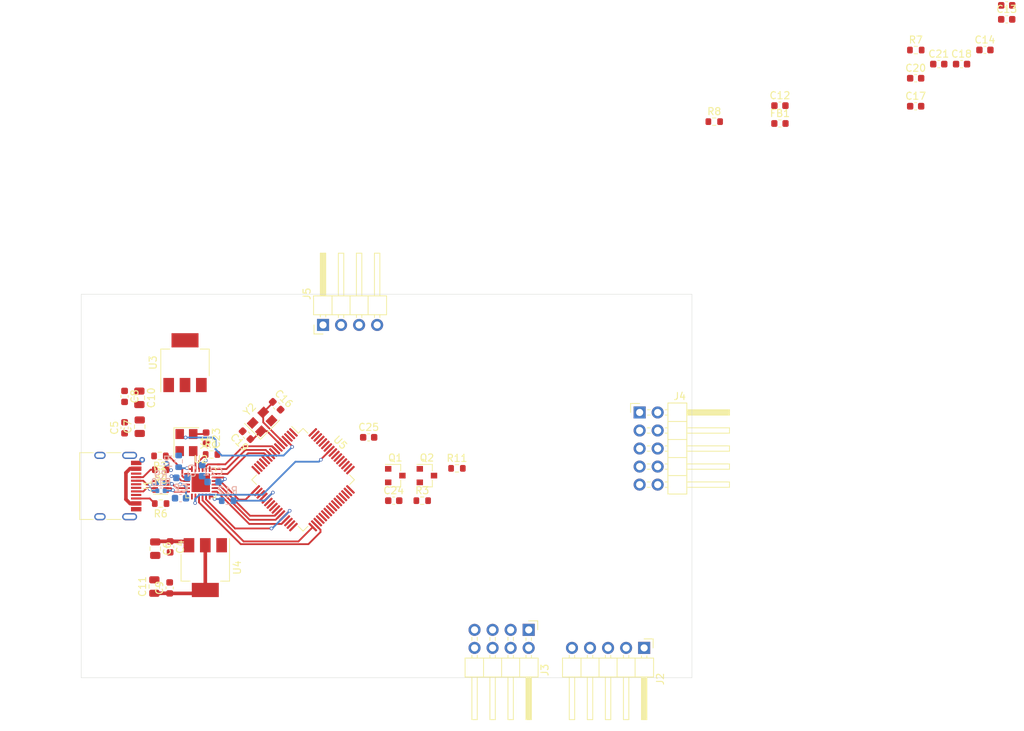
<source format=kicad_pcb>
(kicad_pcb (version 20171130) (host pcbnew "(5.1.9-0-10_14)")

  (general
    (thickness 1.6)
    (drawings 7)
    (tracks 204)
    (zones 0)
    (modules 52)
    (nets 85)
  )

  (page A4)
  (layers
    (0 F.Cu signal)
    (31 B.Cu signal)
    (32 B.Adhes user)
    (33 F.Adhes user)
    (34 B.Paste user)
    (35 F.Paste user)
    (36 B.SilkS user hide)
    (37 F.SilkS user hide)
    (38 B.Mask user)
    (39 F.Mask user)
    (40 Dwgs.User user)
    (41 Cmts.User user)
    (42 Eco1.User user)
    (43 Eco2.User user)
    (44 Edge.Cuts user)
    (45 Margin user)
    (46 B.CrtYd user)
    (47 F.CrtYd user)
    (48 B.Fab user)
    (49 F.Fab user)
  )

  (setup
    (last_trace_width 0.254)
    (user_trace_width 0.127)
    (user_trace_width 0.254)
    (user_trace_width 0.508)
    (trace_clearance 0.127)
    (zone_clearance 0.508)
    (zone_45_only no)
    (trace_min 0.127)
    (via_size 0.5)
    (via_drill 0.3)
    (via_min_size 0.5)
    (via_min_drill 0.3)
    (user_via 0.5 0.3)
    (user_via 0.6 0.4)
    (uvia_size 0.3)
    (uvia_drill 0.1)
    (uvias_allowed no)
    (uvia_min_size 0.2)
    (uvia_min_drill 0.1)
    (edge_width 0.05)
    (segment_width 0.2)
    (pcb_text_width 0.3)
    (pcb_text_size 1.5 1.5)
    (mod_edge_width 0.12)
    (mod_text_size 1 1)
    (mod_text_width 0.15)
    (pad_size 1.524 1.524)
    (pad_drill 0.762)
    (pad_to_mask_clearance 0)
    (aux_axis_origin 0 0)
    (grid_origin 88.519 63.5)
    (visible_elements FFFDF7FF)
    (pcbplotparams
      (layerselection 0x010fc_ffffffff)
      (usegerberextensions false)
      (usegerberattributes true)
      (usegerberadvancedattributes true)
      (creategerberjobfile true)
      (excludeedgelayer true)
      (linewidth 0.100000)
      (plotframeref false)
      (viasonmask false)
      (mode 1)
      (useauxorigin false)
      (hpglpennumber 1)
      (hpglpenspeed 20)
      (hpglpendiameter 15.000000)
      (psnegative false)
      (psa4output false)
      (plotreference true)
      (plotvalue true)
      (plotinvisibletext false)
      (padsonsilk false)
      (subtractmaskfromsilk false)
      (outputformat 1)
      (mirror false)
      (drillshape 1)
      (scaleselection 1)
      (outputdirectory ""))
  )

  (net 0 "")
  (net 1 GND)
  (net 2 +5V)
  (net 3 +3V3)
  (net 4 +1V8)
  (net 5 "Net-(C12-Pad1)")
  (net 6 /NRST)
  (net 7 /OSC_IN)
  (net 8 /OSC_OUT)
  (net 9 +3.3VA)
  (net 10 "Net-(J1-PadB8)")
  (net 11 "Net-(J1-PadB5)")
  (net 12 /USB_DM)
  (net 13 /USB_DP)
  (net 14 "Net-(J1-PadA8)")
  (net 15 "Net-(J1-PadA5)")
  (net 16 /I2C_SCL)
  (net 17 /I2C_SDA)
  (net 18 /MOSI)
  (net 19 /CS)
  (net 20 /SCK)
  (net 21 /MISO)
  (net 22 /nRESET)
  (net 23 /GNDTARGET)
  (net 24 /NC_TDI)
  (net 25 "Net-(J4-Pad7)")
  (net 26 /SWO_TDO)
  (net 27 /SWCLK_TCK)
  (net 28 /SWDIO_TMS)
  (net 29 /VCCTARGET)
  (net 30 /SWCLK)
  (net 31 /SWDIO)
  (net 32 "Net-(R4-Pad2)")
  (net 33 "Net-(R7-Pad2)")
  (net 34 /I2C_INT)
  (net 35 /SPI_INT)
  (net 36 /ULPI_DM)
  (net 37 /ULPI_DP)
  (net 38 /ULPI_STP)
  (net 39 /PHY_RESET)
  (net 40 /ULPI_D7)
  (net 41 /ULPI_D6)
  (net 42 /ULPI_D5)
  (net 43 /ULPI_D4)
  (net 44 /ULPI_D3)
  (net 45 /ULPI_D2)
  (net 46 /ULPI_D1)
  (net 47 /ULPI_D0)
  (net 48 /ULPI_CK)
  (net 49 /ULPI_DIR)
  (net 50 "Net-(U5-Pad62)")
  (net 51 "Net-(U5-Pad56)")
  (net 52 "Net-(U5-Pad55)")
  (net 53 "Net-(U5-Pad50)")
  (net 54 "Net-(U5-Pad45)")
  (net 55 "Net-(U5-Pad44)")
  (net 56 "Net-(U5-Pad37)")
  (net 57 "Net-(U5-Pad36)")
  (net 58 "Net-(U5-Pad35)")
  (net 59 "Net-(U5-Pad25)")
  (net 60 "Net-(U5-Pad24)")
  (net 61 "Net-(U5-Pad23)")
  (net 62 "Net-(U5-Pad22)")
  (net 63 "Net-(U5-Pad20)")
  (net 64 "Net-(U5-Pad16)")
  (net 65 "Net-(U5-Pad15)")
  (net 66 "Net-(U5-Pad3)")
  (net 67 "Net-(U1-Pad4)")
  (net 68 "Net-(R2-Pad1)")
  (net 69 /PHY_CLK)
  (net 70 "Net-(U2-Pad7)")
  (net 71 "Net-(U2-Pad1)")
  (net 72 /CLK_EN)
  (net 73 /PHY_3V3)
  (net 74 "Net-(C24-Pad1)")
  (net 75 "Net-(Q1-Pad1)")
  (net 76 /ULPI_NXT)
  (net 77 "Net-(C25-Pad1)")
  (net 78 "Net-(U5-Pad63)")
  (net 79 "Net-(U5-Pad30)")
  (net 80 "Net-(U5-Pad18)")
  (net 81 "Net-(U5-Pad12)")
  (net 82 "Net-(R12-Pad2)")
  (net 83 "Net-(J1-PadA7)")
  (net 84 "Net-(J1-PadA6)")

  (net_class Default "This is the default net class."
    (clearance 0.127)
    (trace_width 0.127)
    (via_dia 0.5)
    (via_drill 0.3)
    (uvia_dia 0.3)
    (uvia_drill 0.1)
    (add_net +1V8)
    (add_net +3.3VA)
    (add_net +3V3)
    (add_net +5V)
    (add_net /CLK_EN)
    (add_net /CS)
    (add_net /GNDTARGET)
    (add_net /I2C_INT)
    (add_net /I2C_SCL)
    (add_net /I2C_SDA)
    (add_net /MISO)
    (add_net /MOSI)
    (add_net /NC_TDI)
    (add_net /NRST)
    (add_net /OSC_IN)
    (add_net /OSC_OUT)
    (add_net /PHY_3V3)
    (add_net /PHY_CLK)
    (add_net /PHY_RESET)
    (add_net /SCK)
    (add_net /SPI_INT)
    (add_net /SWCLK)
    (add_net /SWCLK_TCK)
    (add_net /SWDIO)
    (add_net /SWDIO_TMS)
    (add_net /SWO_TDO)
    (add_net /ULPI_CK)
    (add_net /ULPI_D0)
    (add_net /ULPI_D1)
    (add_net /ULPI_D2)
    (add_net /ULPI_D3)
    (add_net /ULPI_D4)
    (add_net /ULPI_D5)
    (add_net /ULPI_D6)
    (add_net /ULPI_D7)
    (add_net /ULPI_DIR)
    (add_net /ULPI_DM)
    (add_net /ULPI_DP)
    (add_net /ULPI_NXT)
    (add_net /ULPI_STP)
    (add_net /USB_DM)
    (add_net /USB_DP)
    (add_net /VCCTARGET)
    (add_net /nRESET)
    (add_net GND)
    (add_net "Net-(C12-Pad1)")
    (add_net "Net-(C24-Pad1)")
    (add_net "Net-(C25-Pad1)")
    (add_net "Net-(J1-PadA5)")
    (add_net "Net-(J1-PadA6)")
    (add_net "Net-(J1-PadA7)")
    (add_net "Net-(J1-PadA8)")
    (add_net "Net-(J1-PadB5)")
    (add_net "Net-(J1-PadB8)")
    (add_net "Net-(J4-Pad7)")
    (add_net "Net-(Q1-Pad1)")
    (add_net "Net-(R12-Pad2)")
    (add_net "Net-(R2-Pad1)")
    (add_net "Net-(R4-Pad2)")
    (add_net "Net-(R7-Pad2)")
    (add_net "Net-(U1-Pad4)")
    (add_net "Net-(U2-Pad1)")
    (add_net "Net-(U2-Pad7)")
    (add_net "Net-(U5-Pad12)")
    (add_net "Net-(U5-Pad15)")
    (add_net "Net-(U5-Pad16)")
    (add_net "Net-(U5-Pad18)")
    (add_net "Net-(U5-Pad20)")
    (add_net "Net-(U5-Pad22)")
    (add_net "Net-(U5-Pad23)")
    (add_net "Net-(U5-Pad24)")
    (add_net "Net-(U5-Pad25)")
    (add_net "Net-(U5-Pad3)")
    (add_net "Net-(U5-Pad30)")
    (add_net "Net-(U5-Pad35)")
    (add_net "Net-(U5-Pad36)")
    (add_net "Net-(U5-Pad37)")
    (add_net "Net-(U5-Pad44)")
    (add_net "Net-(U5-Pad45)")
    (add_net "Net-(U5-Pad50)")
    (add_net "Net-(U5-Pad55)")
    (add_net "Net-(U5-Pad56)")
    (add_net "Net-(U5-Pad62)")
    (add_net "Net-(U5-Pad63)")
  )

  (module Resistor_SMD:R_0603_1608Metric (layer B.Cu) (tedit 5F68FEEE) (tstamp 607F3D38)
    (at 109.1184 92.5576 180)
    (descr "Resistor SMD 0603 (1608 Metric), square (rectangular) end terminal, IPC_7351 nominal, (Body size source: IPC-SM-782 page 72, https://www.pcb-3d.com/wordpress/wp-content/uploads/ipc-sm-782a_amendment_1_and_2.pdf), generated with kicad-footprint-generator")
    (tags resistor)
    (path /608A83A9)
    (attr smd)
    (fp_text reference R12 (at 0 1.43 180) (layer B.SilkS)
      (effects (font (size 1 1) (thickness 0.15)) (justify mirror))
    )
    (fp_text value 22R (at 0 -1.43 180) (layer B.Fab)
      (effects (font (size 1 1) (thickness 0.15)) (justify mirror))
    )
    (fp_text user %R (at 0 0 180) (layer B.Fab)
      (effects (font (size 0.4 0.4) (thickness 0.06)) (justify mirror))
    )
    (fp_line (start -0.8 -0.4125) (end -0.8 0.4125) (layer B.Fab) (width 0.1))
    (fp_line (start -0.8 0.4125) (end 0.8 0.4125) (layer B.Fab) (width 0.1))
    (fp_line (start 0.8 0.4125) (end 0.8 -0.4125) (layer B.Fab) (width 0.1))
    (fp_line (start 0.8 -0.4125) (end -0.8 -0.4125) (layer B.Fab) (width 0.1))
    (fp_line (start -0.237258 0.5225) (end 0.237258 0.5225) (layer B.SilkS) (width 0.12))
    (fp_line (start -0.237258 -0.5225) (end 0.237258 -0.5225) (layer B.SilkS) (width 0.12))
    (fp_line (start -1.48 -0.73) (end -1.48 0.73) (layer B.CrtYd) (width 0.05))
    (fp_line (start -1.48 0.73) (end 1.48 0.73) (layer B.CrtYd) (width 0.05))
    (fp_line (start 1.48 0.73) (end 1.48 -0.73) (layer B.CrtYd) (width 0.05))
    (fp_line (start 1.48 -0.73) (end -1.48 -0.73) (layer B.CrtYd) (width 0.05))
    (pad 2 smd roundrect (at 0.825 0 180) (size 0.8 0.95) (layers B.Cu B.Paste B.Mask) (roundrect_rratio 0.25)
      (net 82 "Net-(R12-Pad2)"))
    (pad 1 smd roundrect (at -0.825 0 180) (size 0.8 0.95) (layers B.Cu B.Paste B.Mask) (roundrect_rratio 0.25)
      (net 48 /ULPI_CK))
    (model ${KISYS3DMOD}/Resistor_SMD.3dshapes/R_0603_1608Metric.wrl
      (at (xyz 0 0 0))
      (scale (xyz 1 1 1))
      (rotate (xyz 0 0 0))
    )
  )

  (module Package_QFP:LQFP-64_10x10mm_P0.5mm (layer F.Cu) (tedit 5D9F72AF) (tstamp 607EF325)
    (at 119.7512 89.6122 315)
    (descr "LQFP, 64 Pin (https://www.analog.com/media/en/technical-documentation/data-sheets/ad7606_7606-6_7606-4.pdf), generated with kicad-footprint-generator ipc_gullwing_generator.py")
    (tags "LQFP QFP")
    (path /606B41E4)
    (attr smd)
    (fp_text reference U5 (at 0 -7.4 135) (layer F.SilkS)
      (effects (font (size 1 1) (thickness 0.15)))
    )
    (fp_text value STM32F205RBTx (at 0 7.4 135) (layer F.Fab)
      (effects (font (size 1 1) (thickness 0.15)))
    )
    (fp_text user %R (at 0 0 135) (layer F.Fab)
      (effects (font (size 1 1) (thickness 0.15)))
    )
    (fp_line (start 4.16 5.11) (end 5.11 5.11) (layer F.SilkS) (width 0.12))
    (fp_line (start 5.11 5.11) (end 5.11 4.16) (layer F.SilkS) (width 0.12))
    (fp_line (start -4.16 5.11) (end -5.11 5.11) (layer F.SilkS) (width 0.12))
    (fp_line (start -5.11 5.11) (end -5.11 4.16) (layer F.SilkS) (width 0.12))
    (fp_line (start 4.16 -5.11) (end 5.11 -5.11) (layer F.SilkS) (width 0.12))
    (fp_line (start 5.11 -5.11) (end 5.11 -4.16) (layer F.SilkS) (width 0.12))
    (fp_line (start -4.16 -5.11) (end -5.11 -5.11) (layer F.SilkS) (width 0.12))
    (fp_line (start -5.11 -5.11) (end -5.11 -4.16) (layer F.SilkS) (width 0.12))
    (fp_line (start -5.11 -4.16) (end -6.45 -4.16) (layer F.SilkS) (width 0.12))
    (fp_line (start -4 -5) (end 5 -5) (layer F.Fab) (width 0.1))
    (fp_line (start 5 -5) (end 5 5) (layer F.Fab) (width 0.1))
    (fp_line (start 5 5) (end -5 5) (layer F.Fab) (width 0.1))
    (fp_line (start -5 5) (end -5 -4) (layer F.Fab) (width 0.1))
    (fp_line (start -5 -4) (end -4 -5) (layer F.Fab) (width 0.1))
    (fp_line (start 0 -6.7) (end -4.15 -6.7) (layer F.CrtYd) (width 0.05))
    (fp_line (start -4.15 -6.7) (end -4.15 -5.25) (layer F.CrtYd) (width 0.05))
    (fp_line (start -4.15 -5.25) (end -5.25 -5.25) (layer F.CrtYd) (width 0.05))
    (fp_line (start -5.25 -5.25) (end -5.25 -4.15) (layer F.CrtYd) (width 0.05))
    (fp_line (start -5.25 -4.15) (end -6.7 -4.15) (layer F.CrtYd) (width 0.05))
    (fp_line (start -6.7 -4.15) (end -6.7 0) (layer F.CrtYd) (width 0.05))
    (fp_line (start 0 -6.7) (end 4.15 -6.7) (layer F.CrtYd) (width 0.05))
    (fp_line (start 4.15 -6.7) (end 4.15 -5.25) (layer F.CrtYd) (width 0.05))
    (fp_line (start 4.15 -5.25) (end 5.25 -5.25) (layer F.CrtYd) (width 0.05))
    (fp_line (start 5.25 -5.25) (end 5.25 -4.15) (layer F.CrtYd) (width 0.05))
    (fp_line (start 5.25 -4.15) (end 6.7 -4.15) (layer F.CrtYd) (width 0.05))
    (fp_line (start 6.7 -4.15) (end 6.7 0) (layer F.CrtYd) (width 0.05))
    (fp_line (start 0 6.7) (end -4.15 6.7) (layer F.CrtYd) (width 0.05))
    (fp_line (start -4.15 6.7) (end -4.15 5.25) (layer F.CrtYd) (width 0.05))
    (fp_line (start -4.15 5.25) (end -5.25 5.25) (layer F.CrtYd) (width 0.05))
    (fp_line (start -5.25 5.25) (end -5.25 4.15) (layer F.CrtYd) (width 0.05))
    (fp_line (start -5.25 4.15) (end -6.7 4.15) (layer F.CrtYd) (width 0.05))
    (fp_line (start -6.7 4.15) (end -6.7 0) (layer F.CrtYd) (width 0.05))
    (fp_line (start 0 6.7) (end 4.15 6.7) (layer F.CrtYd) (width 0.05))
    (fp_line (start 4.15 6.7) (end 4.15 5.25) (layer F.CrtYd) (width 0.05))
    (fp_line (start 4.15 5.25) (end 5.25 5.25) (layer F.CrtYd) (width 0.05))
    (fp_line (start 5.25 5.25) (end 5.25 4.15) (layer F.CrtYd) (width 0.05))
    (fp_line (start 5.25 4.15) (end 6.7 4.15) (layer F.CrtYd) (width 0.05))
    (fp_line (start 6.7 4.15) (end 6.7 0) (layer F.CrtYd) (width 0.05))
    (pad 64 smd roundrect (at -3.75 -5.675 315) (size 0.3 1.55) (layers F.Cu F.Paste F.Mask) (roundrect_rratio 0.25)
      (net 3 +3V3))
    (pad 63 smd roundrect (at -3.25 -5.675 315) (size 0.3 1.55) (layers F.Cu F.Paste F.Mask) (roundrect_rratio 0.25)
      (net 78 "Net-(U5-Pad63)"))
    (pad 62 smd roundrect (at -2.75 -5.675 315) (size 0.3 1.55) (layers F.Cu F.Paste F.Mask) (roundrect_rratio 0.25)
      (net 50 "Net-(U5-Pad62)"))
    (pad 61 smd roundrect (at -2.25 -5.675 315) (size 0.3 1.55) (layers F.Cu F.Paste F.Mask) (roundrect_rratio 0.25)
      (net 34 /I2C_INT))
    (pad 60 smd roundrect (at -1.75 -5.675 315) (size 0.3 1.55) (layers F.Cu F.Paste F.Mask) (roundrect_rratio 0.25)
      (net 33 "Net-(R7-Pad2)"))
    (pad 59 smd roundrect (at -1.25 -5.675 315) (size 0.3 1.55) (layers F.Cu F.Paste F.Mask) (roundrect_rratio 0.25)
      (net 17 /I2C_SDA))
    (pad 58 smd roundrect (at -0.75 -5.675 315) (size 0.3 1.55) (layers F.Cu F.Paste F.Mask) (roundrect_rratio 0.25)
      (net 16 /I2C_SCL))
    (pad 57 smd roundrect (at -0.25 -5.675 315) (size 0.3 1.55) (layers F.Cu F.Paste F.Mask) (roundrect_rratio 0.25)
      (net 40 /ULPI_D7))
    (pad 56 smd roundrect (at 0.25 -5.675 315) (size 0.3 1.55) (layers F.Cu F.Paste F.Mask) (roundrect_rratio 0.25)
      (net 51 "Net-(U5-Pad56)"))
    (pad 55 smd roundrect (at 0.75 -5.675 315) (size 0.3 1.55) (layers F.Cu F.Paste F.Mask) (roundrect_rratio 0.25)
      (net 52 "Net-(U5-Pad55)"))
    (pad 54 smd roundrect (at 1.25 -5.675 315) (size 0.3 1.55) (layers F.Cu F.Paste F.Mask) (roundrect_rratio 0.25)
      (net 39 /PHY_RESET))
    (pad 53 smd roundrect (at 1.75 -5.675 315) (size 0.3 1.55) (layers F.Cu F.Paste F.Mask) (roundrect_rratio 0.25)
      (net 35 /SPI_INT))
    (pad 52 smd roundrect (at 2.25 -5.675 315) (size 0.3 1.55) (layers F.Cu F.Paste F.Mask) (roundrect_rratio 0.25)
      (net 21 /MISO))
    (pad 51 smd roundrect (at 2.75 -5.675 315) (size 0.3 1.55) (layers F.Cu F.Paste F.Mask) (roundrect_rratio 0.25)
      (net 20 /SCK))
    (pad 50 smd roundrect (at 3.25 -5.675 315) (size 0.3 1.55) (layers F.Cu F.Paste F.Mask) (roundrect_rratio 0.25)
      (net 53 "Net-(U5-Pad50)"))
    (pad 49 smd roundrect (at 3.75 -5.675 315) (size 0.3 1.55) (layers F.Cu F.Paste F.Mask) (roundrect_rratio 0.25)
      (net 30 /SWCLK))
    (pad 48 smd roundrect (at 5.675 -3.75 315) (size 1.55 0.3) (layers F.Cu F.Paste F.Mask) (roundrect_rratio 0.25)
      (net 3 +3V3))
    (pad 47 smd roundrect (at 5.675 -3.25 315) (size 1.55 0.3) (layers F.Cu F.Paste F.Mask) (roundrect_rratio 0.25)
      (net 77 "Net-(C25-Pad1)"))
    (pad 46 smd roundrect (at 5.675 -2.75 315) (size 1.55 0.3) (layers F.Cu F.Paste F.Mask) (roundrect_rratio 0.25)
      (net 31 /SWDIO))
    (pad 45 smd roundrect (at 5.675 -2.25 315) (size 1.55 0.3) (layers F.Cu F.Paste F.Mask) (roundrect_rratio 0.25)
      (net 54 "Net-(U5-Pad45)"))
    (pad 44 smd roundrect (at 5.675 -1.75 315) (size 1.55 0.3) (layers F.Cu F.Paste F.Mask) (roundrect_rratio 0.25)
      (net 55 "Net-(U5-Pad44)"))
    (pad 43 smd roundrect (at 5.675 -1.25 315) (size 1.55 0.3) (layers F.Cu F.Paste F.Mask) (roundrect_rratio 0.25)
      (net 23 /GNDTARGET))
    (pad 42 smd roundrect (at 5.675 -0.75 315) (size 1.55 0.3) (layers F.Cu F.Paste F.Mask) (roundrect_rratio 0.25)
      (net 22 /nRESET))
    (pad 41 smd roundrect (at 5.675 -0.25 315) (size 1.55 0.3) (layers F.Cu F.Paste F.Mask) (roundrect_rratio 0.25)
      (net 24 /NC_TDI))
    (pad 40 smd roundrect (at 5.675 0.25 315) (size 1.55 0.3) (layers F.Cu F.Paste F.Mask) (roundrect_rratio 0.25)
      (net 26 /SWO_TDO))
    (pad 39 smd roundrect (at 5.675 0.75 315) (size 1.55 0.3) (layers F.Cu F.Paste F.Mask) (roundrect_rratio 0.25)
      (net 27 /SWCLK_TCK))
    (pad 38 smd roundrect (at 5.675 1.25 315) (size 1.55 0.3) (layers F.Cu F.Paste F.Mask) (roundrect_rratio 0.25)
      (net 28 /SWDIO_TMS))
    (pad 37 smd roundrect (at 5.675 1.75 315) (size 1.55 0.3) (layers F.Cu F.Paste F.Mask) (roundrect_rratio 0.25)
      (net 56 "Net-(U5-Pad37)"))
    (pad 36 smd roundrect (at 5.675 2.25 315) (size 1.55 0.3) (layers F.Cu F.Paste F.Mask) (roundrect_rratio 0.25)
      (net 57 "Net-(U5-Pad36)"))
    (pad 35 smd roundrect (at 5.675 2.75 315) (size 1.55 0.3) (layers F.Cu F.Paste F.Mask) (roundrect_rratio 0.25)
      (net 58 "Net-(U5-Pad35)"))
    (pad 34 smd roundrect (at 5.675 3.25 315) (size 1.55 0.3) (layers F.Cu F.Paste F.Mask) (roundrect_rratio 0.25)
      (net 41 /ULPI_D6))
    (pad 33 smd roundrect (at 5.675 3.75 315) (size 1.55 0.3) (layers F.Cu F.Paste F.Mask) (roundrect_rratio 0.25)
      (net 42 /ULPI_D5))
    (pad 32 smd roundrect (at 3.75 5.675 315) (size 0.3 1.55) (layers F.Cu F.Paste F.Mask) (roundrect_rratio 0.25)
      (net 3 +3V3))
    (pad 31 smd roundrect (at 3.25 5.675 315) (size 0.3 1.55) (layers F.Cu F.Paste F.Mask) (roundrect_rratio 0.25)
      (net 5 "Net-(C12-Pad1)"))
    (pad 30 smd roundrect (at 2.75 5.675 315) (size 0.3 1.55) (layers F.Cu F.Paste F.Mask) (roundrect_rratio 0.25)
      (net 79 "Net-(U5-Pad30)"))
    (pad 29 smd roundrect (at 2.25 5.675 315) (size 0.3 1.55) (layers F.Cu F.Paste F.Mask) (roundrect_rratio 0.25)
      (net 44 /ULPI_D3))
    (pad 28 smd roundrect (at 1.75 5.675 315) (size 0.3 1.55) (layers F.Cu F.Paste F.Mask) (roundrect_rratio 0.25)
      (net 43 /ULPI_D4))
    (pad 27 smd roundrect (at 1.25 5.675 315) (size 0.3 1.55) (layers F.Cu F.Paste F.Mask) (roundrect_rratio 0.25)
      (net 45 /ULPI_D2))
    (pad 26 smd roundrect (at 0.75 5.675 315) (size 0.3 1.55) (layers F.Cu F.Paste F.Mask) (roundrect_rratio 0.25)
      (net 46 /ULPI_D1))
    (pad 25 smd roundrect (at 0.25 5.675 315) (size 0.3 1.55) (layers F.Cu F.Paste F.Mask) (roundrect_rratio 0.25)
      (net 59 "Net-(U5-Pad25)"))
    (pad 24 smd roundrect (at -0.25 5.675 315) (size 0.3 1.55) (layers F.Cu F.Paste F.Mask) (roundrect_rratio 0.25)
      (net 60 "Net-(U5-Pad24)"))
    (pad 23 smd roundrect (at -0.75 5.675 315) (size 0.3 1.55) (layers F.Cu F.Paste F.Mask) (roundrect_rratio 0.25)
      (net 61 "Net-(U5-Pad23)"))
    (pad 22 smd roundrect (at -1.25 5.675 315) (size 0.3 1.55) (layers F.Cu F.Paste F.Mask) (roundrect_rratio 0.25)
      (net 62 "Net-(U5-Pad22)"))
    (pad 21 smd roundrect (at -1.75 5.675 315) (size 0.3 1.55) (layers F.Cu F.Paste F.Mask) (roundrect_rratio 0.25)
      (net 48 /ULPI_CK))
    (pad 20 smd roundrect (at -2.25 5.675 315) (size 0.3 1.55) (layers F.Cu F.Paste F.Mask) (roundrect_rratio 0.25)
      (net 63 "Net-(U5-Pad20)"))
    (pad 19 smd roundrect (at -2.75 5.675 315) (size 0.3 1.55) (layers F.Cu F.Paste F.Mask) (roundrect_rratio 0.25)
      (net 3 +3V3))
    (pad 18 smd roundrect (at -3.25 5.675 315) (size 0.3 1.55) (layers F.Cu F.Paste F.Mask) (roundrect_rratio 0.25)
      (net 80 "Net-(U5-Pad18)"))
    (pad 17 smd roundrect (at -3.75 5.675 315) (size 0.3 1.55) (layers F.Cu F.Paste F.Mask) (roundrect_rratio 0.25)
      (net 47 /ULPI_D0))
    (pad 16 smd roundrect (at -5.675 3.75 315) (size 1.55 0.3) (layers F.Cu F.Paste F.Mask) (roundrect_rratio 0.25)
      (net 64 "Net-(U5-Pad16)"))
    (pad 15 smd roundrect (at -5.675 3.25 315) (size 1.55 0.3) (layers F.Cu F.Paste F.Mask) (roundrect_rratio 0.25)
      (net 65 "Net-(U5-Pad15)"))
    (pad 14 smd roundrect (at -5.675 2.75 315) (size 1.55 0.3) (layers F.Cu F.Paste F.Mask) (roundrect_rratio 0.25)
      (net 29 /VCCTARGET))
    (pad 13 smd roundrect (at -5.675 2.25 315) (size 1.55 0.3) (layers F.Cu F.Paste F.Mask) (roundrect_rratio 0.25)
      (net 9 +3.3VA))
    (pad 12 smd roundrect (at -5.675 1.75 315) (size 1.55 0.3) (layers F.Cu F.Paste F.Mask) (roundrect_rratio 0.25)
      (net 81 "Net-(U5-Pad12)"))
    (pad 11 smd roundrect (at -5.675 1.25 315) (size 1.55 0.3) (layers F.Cu F.Paste F.Mask) (roundrect_rratio 0.25)
      (net 76 /ULPI_NXT))
    (pad 10 smd roundrect (at -5.675 0.75 315) (size 1.55 0.3) (layers F.Cu F.Paste F.Mask) (roundrect_rratio 0.25)
      (net 49 /ULPI_DIR))
    (pad 9 smd roundrect (at -5.675 0.25 315) (size 1.55 0.3) (layers F.Cu F.Paste F.Mask) (roundrect_rratio 0.25)
      (net 18 /MOSI))
    (pad 8 smd roundrect (at -5.675 -0.25 315) (size 1.55 0.3) (layers F.Cu F.Paste F.Mask) (roundrect_rratio 0.25)
      (net 38 /ULPI_STP))
    (pad 7 smd roundrect (at -5.675 -0.75 315) (size 1.55 0.3) (layers F.Cu F.Paste F.Mask) (roundrect_rratio 0.25)
      (net 6 /NRST))
    (pad 6 smd roundrect (at -5.675 -1.25 315) (size 1.55 0.3) (layers F.Cu F.Paste F.Mask) (roundrect_rratio 0.25)
      (net 8 /OSC_OUT))
    (pad 5 smd roundrect (at -5.675 -1.75 315) (size 1.55 0.3) (layers F.Cu F.Paste F.Mask) (roundrect_rratio 0.25)
      (net 7 /OSC_IN))
    (pad 4 smd roundrect (at -5.675 -2.25 315) (size 1.55 0.3) (layers F.Cu F.Paste F.Mask) (roundrect_rratio 0.25)
      (net 72 /CLK_EN))
    (pad 3 smd roundrect (at -5.675 -2.75 315) (size 1.55 0.3) (layers F.Cu F.Paste F.Mask) (roundrect_rratio 0.25)
      (net 66 "Net-(U5-Pad3)"))
    (pad 2 smd roundrect (at -5.675 -3.25 315) (size 1.55 0.3) (layers F.Cu F.Paste F.Mask) (roundrect_rratio 0.25)
      (net 19 /CS))
    (pad 1 smd roundrect (at -5.675 -3.75 315) (size 1.55 0.3) (layers F.Cu F.Paste F.Mask) (roundrect_rratio 0.25)
      (net 3 +3V3))
    (model ${KISYS3DMOD}/Package_QFP.3dshapes/LQFP-64_10x10mm_P0.5mm.wrl
      (at (xyz 0 0 0))
      (scale (xyz 1 1 1))
      (rotate (xyz 0 0 0))
    )
  )

  (module Capacitor_SMD:C_0603_1608Metric (layer F.Cu) (tedit 5F68FEEE) (tstamp 607EECEE)
    (at 128.9812 83.6422)
    (descr "Capacitor SMD 0603 (1608 Metric), square (rectangular) end terminal, IPC_7351 nominal, (Body size source: IPC-SM-782 page 76, https://www.pcb-3d.com/wordpress/wp-content/uploads/ipc-sm-782a_amendment_1_and_2.pdf), generated with kicad-footprint-generator")
    (tags capacitor)
    (path /607594F0)
    (attr smd)
    (fp_text reference C25 (at 0 -1.43) (layer F.SilkS)
      (effects (font (size 1 1) (thickness 0.15)))
    )
    (fp_text value 2.2uF (at 0 1.43) (layer F.Fab)
      (effects (font (size 1 1) (thickness 0.15)))
    )
    (fp_text user %R (at 0 0) (layer F.Fab)
      (effects (font (size 0.4 0.4) (thickness 0.06)))
    )
    (fp_line (start -0.8 0.4) (end -0.8 -0.4) (layer F.Fab) (width 0.1))
    (fp_line (start -0.8 -0.4) (end 0.8 -0.4) (layer F.Fab) (width 0.1))
    (fp_line (start 0.8 -0.4) (end 0.8 0.4) (layer F.Fab) (width 0.1))
    (fp_line (start 0.8 0.4) (end -0.8 0.4) (layer F.Fab) (width 0.1))
    (fp_line (start -0.14058 -0.51) (end 0.14058 -0.51) (layer F.SilkS) (width 0.12))
    (fp_line (start -0.14058 0.51) (end 0.14058 0.51) (layer F.SilkS) (width 0.12))
    (fp_line (start -1.48 0.73) (end -1.48 -0.73) (layer F.CrtYd) (width 0.05))
    (fp_line (start -1.48 -0.73) (end 1.48 -0.73) (layer F.CrtYd) (width 0.05))
    (fp_line (start 1.48 -0.73) (end 1.48 0.73) (layer F.CrtYd) (width 0.05))
    (fp_line (start 1.48 0.73) (end -1.48 0.73) (layer F.CrtYd) (width 0.05))
    (pad 2 smd roundrect (at 0.775 0) (size 0.9 0.95) (layers F.Cu F.Paste F.Mask) (roundrect_rratio 0.25)
      (net 1 GND))
    (pad 1 smd roundrect (at -0.775 0) (size 0.9 0.95) (layers F.Cu F.Paste F.Mask) (roundrect_rratio 0.25)
      (net 77 "Net-(C25-Pad1)"))
    (model ${KISYS3DMOD}/Capacitor_SMD.3dshapes/C_0603_1608Metric.wrl
      (at (xyz 0 0 0))
      (scale (xyz 1 1 1))
      (rotate (xyz 0 0 0))
    )
  )

  (module Resistor_SMD:R_0603_1608Metric (layer F.Cu) (tedit 5F68FEEE) (tstamp 6069D165)
    (at 141.4118 88.0076)
    (descr "Resistor SMD 0603 (1608 Metric), square (rectangular) end terminal, IPC_7351 nominal, (Body size source: IPC-SM-782 page 72, https://www.pcb-3d.com/wordpress/wp-content/uploads/ipc-sm-782a_amendment_1_and_2.pdf), generated with kicad-footprint-generator")
    (tags resistor)
    (path /60B324A4)
    (attr smd)
    (fp_text reference R11 (at 0 -1.43) (layer F.SilkS)
      (effects (font (size 1 1) (thickness 0.15)))
    )
    (fp_text value 2K (at 0 1.43) (layer F.Fab)
      (effects (font (size 1 1) (thickness 0.15)))
    )
    (fp_line (start 1.48 0.73) (end -1.48 0.73) (layer F.CrtYd) (width 0.05))
    (fp_line (start 1.48 -0.73) (end 1.48 0.73) (layer F.CrtYd) (width 0.05))
    (fp_line (start -1.48 -0.73) (end 1.48 -0.73) (layer F.CrtYd) (width 0.05))
    (fp_line (start -1.48 0.73) (end -1.48 -0.73) (layer F.CrtYd) (width 0.05))
    (fp_line (start -0.237258 0.5225) (end 0.237258 0.5225) (layer F.SilkS) (width 0.12))
    (fp_line (start -0.237258 -0.5225) (end 0.237258 -0.5225) (layer F.SilkS) (width 0.12))
    (fp_line (start 0.8 0.4125) (end -0.8 0.4125) (layer F.Fab) (width 0.1))
    (fp_line (start 0.8 -0.4125) (end 0.8 0.4125) (layer F.Fab) (width 0.1))
    (fp_line (start -0.8 -0.4125) (end 0.8 -0.4125) (layer F.Fab) (width 0.1))
    (fp_line (start -0.8 0.4125) (end -0.8 -0.4125) (layer F.Fab) (width 0.1))
    (fp_text user %R (at 0 0) (layer F.Fab)
      (effects (font (size 0.4 0.4) (thickness 0.06)))
    )
    (pad 2 smd roundrect (at 0.825 0) (size 0.8 0.95) (layers F.Cu F.Paste F.Mask) (roundrect_rratio 0.25)
      (net 4 +1V8))
    (pad 1 smd roundrect (at -0.825 0) (size 0.8 0.95) (layers F.Cu F.Paste F.Mask) (roundrect_rratio 0.25)
      (net 74 "Net-(C24-Pad1)"))
    (model ${KISYS3DMOD}/Resistor_SMD.3dshapes/R_0603_1608Metric.wrl
      (at (xyz 0 0 0))
      (scale (xyz 1 1 1))
      (rotate (xyz 0 0 0))
    )
  )

  (module Resistor_SMD:R_0603_1608Metric (layer F.Cu) (tedit 5F68FEEE) (tstamp 6069D074)
    (at 136.5218 92.5576)
    (descr "Resistor SMD 0603 (1608 Metric), square (rectangular) end terminal, IPC_7351 nominal, (Body size source: IPC-SM-782 page 72, https://www.pcb-3d.com/wordpress/wp-content/uploads/ipc-sm-782a_amendment_1_and_2.pdf), generated with kicad-footprint-generator")
    (tags resistor)
    (path /60A29D95)
    (attr smd)
    (fp_text reference R3 (at 0 -1.43) (layer F.SilkS)
      (effects (font (size 1 1) (thickness 0.15)))
    )
    (fp_text value 10K (at 0 1.43) (layer F.Fab)
      (effects (font (size 1 1) (thickness 0.15)))
    )
    (fp_line (start 1.48 0.73) (end -1.48 0.73) (layer F.CrtYd) (width 0.05))
    (fp_line (start 1.48 -0.73) (end 1.48 0.73) (layer F.CrtYd) (width 0.05))
    (fp_line (start -1.48 -0.73) (end 1.48 -0.73) (layer F.CrtYd) (width 0.05))
    (fp_line (start -1.48 0.73) (end -1.48 -0.73) (layer F.CrtYd) (width 0.05))
    (fp_line (start -0.237258 0.5225) (end 0.237258 0.5225) (layer F.SilkS) (width 0.12))
    (fp_line (start -0.237258 -0.5225) (end 0.237258 -0.5225) (layer F.SilkS) (width 0.12))
    (fp_line (start 0.8 0.4125) (end -0.8 0.4125) (layer F.Fab) (width 0.1))
    (fp_line (start 0.8 -0.4125) (end 0.8 0.4125) (layer F.Fab) (width 0.1))
    (fp_line (start -0.8 -0.4125) (end 0.8 -0.4125) (layer F.Fab) (width 0.1))
    (fp_line (start -0.8 0.4125) (end -0.8 -0.4125) (layer F.Fab) (width 0.1))
    (fp_text user %R (at 0 0) (layer F.Fab)
      (effects (font (size 0.4 0.4) (thickness 0.06)))
    )
    (pad 2 smd roundrect (at 0.825 0) (size 0.8 0.95) (layers F.Cu F.Paste F.Mask) (roundrect_rratio 0.25)
      (net 3 +3V3))
    (pad 1 smd roundrect (at -0.825 0) (size 0.8 0.95) (layers F.Cu F.Paste F.Mask) (roundrect_rratio 0.25)
      (net 75 "Net-(Q1-Pad1)"))
    (model ${KISYS3DMOD}/Resistor_SMD.3dshapes/R_0603_1608Metric.wrl
      (at (xyz 0 0 0))
      (scale (xyz 1 1 1))
      (rotate (xyz 0 0 0))
    )
  )

  (module Package_TO_SOT_SMD:SOT-23 (layer F.Cu) (tedit 5A02FF57) (tstamp 6069D023)
    (at 137.1818 89.0276)
    (descr "SOT-23, Standard")
    (tags SOT-23)
    (path /60B2F854)
    (attr smd)
    (fp_text reference Q2 (at 0 -2.5) (layer F.SilkS)
      (effects (font (size 1 1) (thickness 0.15)))
    )
    (fp_text value 2N7002 (at 0 2.5) (layer F.Fab)
      (effects (font (size 1 1) (thickness 0.15)))
    )
    (fp_line (start 0.76 1.58) (end -0.7 1.58) (layer F.SilkS) (width 0.12))
    (fp_line (start 0.76 -1.58) (end -1.4 -1.58) (layer F.SilkS) (width 0.12))
    (fp_line (start -1.7 1.75) (end -1.7 -1.75) (layer F.CrtYd) (width 0.05))
    (fp_line (start 1.7 1.75) (end -1.7 1.75) (layer F.CrtYd) (width 0.05))
    (fp_line (start 1.7 -1.75) (end 1.7 1.75) (layer F.CrtYd) (width 0.05))
    (fp_line (start -1.7 -1.75) (end 1.7 -1.75) (layer F.CrtYd) (width 0.05))
    (fp_line (start 0.76 -1.58) (end 0.76 -0.65) (layer F.SilkS) (width 0.12))
    (fp_line (start 0.76 1.58) (end 0.76 0.65) (layer F.SilkS) (width 0.12))
    (fp_line (start -0.7 1.52) (end 0.7 1.52) (layer F.Fab) (width 0.1))
    (fp_line (start 0.7 -1.52) (end 0.7 1.52) (layer F.Fab) (width 0.1))
    (fp_line (start -0.7 -0.95) (end -0.15 -1.52) (layer F.Fab) (width 0.1))
    (fp_line (start -0.15 -1.52) (end 0.7 -1.52) (layer F.Fab) (width 0.1))
    (fp_line (start -0.7 -0.95) (end -0.7 1.5) (layer F.Fab) (width 0.1))
    (fp_text user %R (at 0 0 90) (layer F.Fab)
      (effects (font (size 0.5 0.5) (thickness 0.075)))
    )
    (pad 3 smd rect (at 1 0) (size 0.9 0.8) (layers F.Cu F.Paste F.Mask)
      (net 75 "Net-(Q1-Pad1)"))
    (pad 2 smd rect (at -1 0.95) (size 0.9 0.8) (layers F.Cu F.Paste F.Mask)
      (net 1 GND))
    (pad 1 smd rect (at -1 -0.95) (size 0.9 0.8) (layers F.Cu F.Paste F.Mask)
      (net 74 "Net-(C24-Pad1)"))
    (model ${KISYS3DMOD}/Package_TO_SOT_SMD.3dshapes/SOT-23.wrl
      (at (xyz 0 0 0))
      (scale (xyz 1 1 1))
      (rotate (xyz 0 0 0))
    )
  )

  (module Package_TO_SOT_SMD:SOT-23 (layer F.Cu) (tedit 5A02FF57) (tstamp 6069D00E)
    (at 132.7318 89.0276)
    (descr "SOT-23, Standard")
    (tags SOT-23)
    (path /609D8F9D)
    (attr smd)
    (fp_text reference Q1 (at 0 -2.5) (layer F.SilkS)
      (effects (font (size 1 1) (thickness 0.15)))
    )
    (fp_text value BSS83P (at 0 2.5) (layer F.Fab)
      (effects (font (size 1 1) (thickness 0.15)))
    )
    (fp_line (start 0.76 1.58) (end -0.7 1.58) (layer F.SilkS) (width 0.12))
    (fp_line (start 0.76 -1.58) (end -1.4 -1.58) (layer F.SilkS) (width 0.12))
    (fp_line (start -1.7 1.75) (end -1.7 -1.75) (layer F.CrtYd) (width 0.05))
    (fp_line (start 1.7 1.75) (end -1.7 1.75) (layer F.CrtYd) (width 0.05))
    (fp_line (start 1.7 -1.75) (end 1.7 1.75) (layer F.CrtYd) (width 0.05))
    (fp_line (start -1.7 -1.75) (end 1.7 -1.75) (layer F.CrtYd) (width 0.05))
    (fp_line (start 0.76 -1.58) (end 0.76 -0.65) (layer F.SilkS) (width 0.12))
    (fp_line (start 0.76 1.58) (end 0.76 0.65) (layer F.SilkS) (width 0.12))
    (fp_line (start -0.7 1.52) (end 0.7 1.52) (layer F.Fab) (width 0.1))
    (fp_line (start 0.7 -1.52) (end 0.7 1.52) (layer F.Fab) (width 0.1))
    (fp_line (start -0.7 -0.95) (end -0.15 -1.52) (layer F.Fab) (width 0.1))
    (fp_line (start -0.15 -1.52) (end 0.7 -1.52) (layer F.Fab) (width 0.1))
    (fp_line (start -0.7 -0.95) (end -0.7 1.5) (layer F.Fab) (width 0.1))
    (fp_text user %R (at 0 0 90) (layer F.Fab)
      (effects (font (size 0.5 0.5) (thickness 0.075)))
    )
    (pad 3 smd rect (at 1 0) (size 0.9 0.8) (layers F.Cu F.Paste F.Mask)
      (net 73 /PHY_3V3))
    (pad 2 smd rect (at -1 0.95) (size 0.9 0.8) (layers F.Cu F.Paste F.Mask)
      (net 3 +3V3))
    (pad 1 smd rect (at -1 -0.95) (size 0.9 0.8) (layers F.Cu F.Paste F.Mask)
      (net 75 "Net-(Q1-Pad1)"))
    (model ${KISYS3DMOD}/Package_TO_SOT_SMD.3dshapes/SOT-23.wrl
      (at (xyz 0 0 0))
      (scale (xyz 1 1 1))
      (rotate (xyz 0 0 0))
    )
  )

  (module Capacitor_SMD:C_0603_1608Metric (layer F.Cu) (tedit 5F68FEEE) (tstamp 6069CCC1)
    (at 132.5118 92.5576)
    (descr "Capacitor SMD 0603 (1608 Metric), square (rectangular) end terminal, IPC_7351 nominal, (Body size source: IPC-SM-782 page 76, https://www.pcb-3d.com/wordpress/wp-content/uploads/ipc-sm-782a_amendment_1_and_2.pdf), generated with kicad-footprint-generator")
    (tags capacitor)
    (path /60C537CF)
    (attr smd)
    (fp_text reference C24 (at 0 -1.43) (layer F.SilkS)
      (effects (font (size 1 1) (thickness 0.15)))
    )
    (fp_text value 100nF (at 0 1.43) (layer F.Fab)
      (effects (font (size 1 1) (thickness 0.15)))
    )
    (fp_line (start 1.48 0.73) (end -1.48 0.73) (layer F.CrtYd) (width 0.05))
    (fp_line (start 1.48 -0.73) (end 1.48 0.73) (layer F.CrtYd) (width 0.05))
    (fp_line (start -1.48 -0.73) (end 1.48 -0.73) (layer F.CrtYd) (width 0.05))
    (fp_line (start -1.48 0.73) (end -1.48 -0.73) (layer F.CrtYd) (width 0.05))
    (fp_line (start -0.14058 0.51) (end 0.14058 0.51) (layer F.SilkS) (width 0.12))
    (fp_line (start -0.14058 -0.51) (end 0.14058 -0.51) (layer F.SilkS) (width 0.12))
    (fp_line (start 0.8 0.4) (end -0.8 0.4) (layer F.Fab) (width 0.1))
    (fp_line (start 0.8 -0.4) (end 0.8 0.4) (layer F.Fab) (width 0.1))
    (fp_line (start -0.8 -0.4) (end 0.8 -0.4) (layer F.Fab) (width 0.1))
    (fp_line (start -0.8 0.4) (end -0.8 -0.4) (layer F.Fab) (width 0.1))
    (fp_text user %R (at 0 0) (layer F.Fab)
      (effects (font (size 0.4 0.4) (thickness 0.06)))
    )
    (pad 2 smd roundrect (at 0.775 0) (size 0.9 0.95) (layers F.Cu F.Paste F.Mask) (roundrect_rratio 0.25)
      (net 1 GND))
    (pad 1 smd roundrect (at -0.775 0) (size 0.9 0.95) (layers F.Cu F.Paste F.Mask) (roundrect_rratio 0.25)
      (net 74 "Net-(C24-Pad1)"))
    (model ${KISYS3DMOD}/Capacitor_SMD.3dshapes/C_0603_1608Metric.wrl
      (at (xyz 0 0 0))
      (scale (xyz 1 1 1))
      (rotate (xyz 0 0 0))
    )
  )

  (module Oscillator:Oscillator_SMD_SeikoEpson_SG8002CE-4Pin_3.2x2.5mm (layer F.Cu) (tedit 58CD3345) (tstamp 6069D7B1)
    (at 103.3272 84.3788 270)
    (descr "SMD Crystal Oscillator Seiko Epson SG-8002CE https://support.epson.biz/td/api/doc_check.php?mode=dl&lang=en&Parts=SG-8002DC, 3.2x2.5mm^2 package")
    (tags "SMD SMT crystal oscillator")
    (path /6090EF8F)
    (attr smd)
    (fp_text reference X1 (at 0 -2.55 90) (layer F.SilkS)
      (effects (font (size 1 1) (thickness 0.15)))
    )
    (fp_text value SG-5032CAN (at 0 2.55 90) (layer F.Fab)
      (effects (font (size 1 1) (thickness 0.15)))
    )
    (fp_line (start -1.5 -1.25) (end 1.5 -1.25) (layer F.Fab) (width 0.1))
    (fp_line (start 1.5 -1.25) (end 1.6 -1.15) (layer F.Fab) (width 0.1))
    (fp_line (start 1.6 -1.15) (end 1.6 1.15) (layer F.Fab) (width 0.1))
    (fp_line (start 1.6 1.15) (end 1.5 1.25) (layer F.Fab) (width 0.1))
    (fp_line (start 1.5 1.25) (end -1.5 1.25) (layer F.Fab) (width 0.1))
    (fp_line (start -1.5 1.25) (end -1.6 1.15) (layer F.Fab) (width 0.1))
    (fp_line (start -1.6 1.15) (end -1.6 -1.15) (layer F.Fab) (width 0.1))
    (fp_line (start -1.6 -1.15) (end -1.5 -1.25) (layer F.Fab) (width 0.1))
    (fp_line (start -1.6 0.25) (end -0.6 1.25) (layer F.Fab) (width 0.1))
    (fp_line (start -2.1 -1.75) (end -2.1 1.75) (layer F.SilkS) (width 0.12))
    (fp_line (start -2.1 1.75) (end 2.1 1.75) (layer F.SilkS) (width 0.12))
    (fp_line (start -2.2 -1.8) (end -2.2 1.8) (layer F.CrtYd) (width 0.05))
    (fp_line (start -2.2 1.8) (end 2.2 1.8) (layer F.CrtYd) (width 0.05))
    (fp_line (start 2.2 1.8) (end 2.2 -1.8) (layer F.CrtYd) (width 0.05))
    (fp_line (start 2.2 -1.8) (end -2.2 -1.8) (layer F.CrtYd) (width 0.05))
    (fp_circle (center 0 0) (end 0.25 0) (layer F.Adhes) (width 0.1))
    (fp_circle (center 0 0) (end 0.208333 0) (layer F.Adhes) (width 0.083333))
    (fp_circle (center 0 0) (end 0.133333 0) (layer F.Adhes) (width 0.083333))
    (fp_circle (center 0 0) (end 0.058333 0) (layer F.Adhes) (width 0.116667))
    (fp_text user %R (at 0 0 90) (layer F.Fab)
      (effects (font (size 0.7 0.7) (thickness 0.105)))
    )
    (pad 4 smd rect (at -1.2 -0.95 270) (size 1.4 1.2) (layers F.Cu F.Paste F.Mask)
      (net 3 +3V3))
    (pad 3 smd rect (at 1.2 -0.95 270) (size 1.4 1.2) (layers F.Cu F.Paste F.Mask)
      (net 69 /PHY_CLK))
    (pad 2 smd rect (at 1.2 0.95 270) (size 1.4 1.2) (layers F.Cu F.Paste F.Mask)
      (net 1 GND))
    (pad 1 smd rect (at -1.2 0.95 270) (size 1.4 1.2) (layers F.Cu F.Paste F.Mask)
      (net 72 /CLK_EN))
    (model ${KISYS3DMOD}/Oscillator.3dshapes/Oscillator_SMD_SeikoEpson_SG8002CE-4Pin_3.2x2.5mm.wrl
      (at (xyz 0 0 0))
      (scale (xyz 1 1 1))
      (rotate (xyz 0 0 0))
    )
  )

  (module Package_DFN_QFN:QFN-24-1EP_4x4mm_P0.5mm_EP2.6x2.6mm (layer F.Cu) (tedit 5DC5F6A3) (tstamp 6057E1CE)
    (at 105.3465 90.043)
    (descr "QFN, 24 Pin (http://ww1.microchip.com/downloads/en/PackagingSpec/00000049BQ.pdf#page=278), generated with kicad-footprint-generator ipc_noLead_generator.py")
    (tags "QFN NoLead")
    (path /607855A6)
    (attr smd)
    (fp_text reference U2 (at 0 -3.3) (layer F.SilkS)
      (effects (font (size 1 1) (thickness 0.15)))
    )
    (fp_text value USB3315 (at 0 3.3) (layer F.Fab)
      (effects (font (size 1 1) (thickness 0.15)))
    )
    (fp_line (start 1.635 -2.11) (end 2.11 -2.11) (layer F.SilkS) (width 0.12))
    (fp_line (start 2.11 -2.11) (end 2.11 -1.635) (layer F.SilkS) (width 0.12))
    (fp_line (start -1.635 2.11) (end -2.11 2.11) (layer F.SilkS) (width 0.12))
    (fp_line (start -2.11 2.11) (end -2.11 1.635) (layer F.SilkS) (width 0.12))
    (fp_line (start 1.635 2.11) (end 2.11 2.11) (layer F.SilkS) (width 0.12))
    (fp_line (start 2.11 2.11) (end 2.11 1.635) (layer F.SilkS) (width 0.12))
    (fp_line (start -1.635 -2.11) (end -2.11 -2.11) (layer F.SilkS) (width 0.12))
    (fp_line (start -1 -2) (end 2 -2) (layer F.Fab) (width 0.1))
    (fp_line (start 2 -2) (end 2 2) (layer F.Fab) (width 0.1))
    (fp_line (start 2 2) (end -2 2) (layer F.Fab) (width 0.1))
    (fp_line (start -2 2) (end -2 -1) (layer F.Fab) (width 0.1))
    (fp_line (start -2 -1) (end -1 -2) (layer F.Fab) (width 0.1))
    (fp_line (start -2.6 -2.6) (end -2.6 2.6) (layer F.CrtYd) (width 0.05))
    (fp_line (start -2.6 2.6) (end 2.6 2.6) (layer F.CrtYd) (width 0.05))
    (fp_line (start 2.6 2.6) (end 2.6 -2.6) (layer F.CrtYd) (width 0.05))
    (fp_line (start 2.6 -2.6) (end -2.6 -2.6) (layer F.CrtYd) (width 0.05))
    (fp_text user %R (at 0 0) (layer F.Fab)
      (effects (font (size 1 1) (thickness 0.15)))
    )
    (pad "" smd roundrect (at 0.65 0.65) (size 1.05 1.05) (layers F.Paste) (roundrect_rratio 0.238095))
    (pad "" smd roundrect (at 0.65 -0.65) (size 1.05 1.05) (layers F.Paste) (roundrect_rratio 0.238095))
    (pad "" smd roundrect (at -0.65 0.65) (size 1.05 1.05) (layers F.Paste) (roundrect_rratio 0.238095))
    (pad "" smd roundrect (at -0.65 -0.65) (size 1.05 1.05) (layers F.Paste) (roundrect_rratio 0.238095))
    (pad 25 smd rect (at 0 0) (size 2.6 2.6) (layers F.Cu F.Mask)
      (net 1 GND))
    (pad 24 smd roundrect (at -1.25 -1.9375) (size 0.25 0.825) (layers F.Cu F.Paste F.Mask) (roundrect_rratio 0.25)
      (net 32 "Net-(R4-Pad2)"))
    (pad 23 smd roundrect (at -0.75 -1.9375) (size 0.25 0.825) (layers F.Cu F.Paste F.Mask) (roundrect_rratio 0.25)
      (net 69 /PHY_CLK))
    (pad 22 smd roundrect (at -0.25 -1.9375) (size 0.25 0.825) (layers F.Cu F.Paste F.Mask) (roundrect_rratio 0.25)
      (net 39 /PHY_RESET))
    (pad 21 smd roundrect (at 0.25 -1.9375) (size 0.25 0.825) (layers F.Cu F.Paste F.Mask) (roundrect_rratio 0.25)
      (net 4 +1V8))
    (pad 20 smd roundrect (at 0.75 -1.9375) (size 0.25 0.825) (layers F.Cu F.Paste F.Mask) (roundrect_rratio 0.25)
      (net 38 /ULPI_STP))
    (pad 19 smd roundrect (at 1.25 -1.9375) (size 0.25 0.825) (layers F.Cu F.Paste F.Mask) (roundrect_rratio 0.25)
      (net 49 /ULPI_DIR))
    (pad 18 smd roundrect (at 1.9375 -1.25) (size 0.825 0.25) (layers F.Cu F.Paste F.Mask) (roundrect_rratio 0.25)
      (net 76 /ULPI_NXT))
    (pad 17 smd roundrect (at 1.9375 -0.75) (size 0.825 0.25) (layers F.Cu F.Paste F.Mask) (roundrect_rratio 0.25)
      (net 73 /PHY_3V3))
    (pad 16 smd roundrect (at 1.9375 -0.25) (size 0.825 0.25) (layers F.Cu F.Paste F.Mask) (roundrect_rratio 0.25)
      (net 47 /ULPI_D0))
    (pad 15 smd roundrect (at 1.9375 0.25) (size 0.825 0.25) (layers F.Cu F.Paste F.Mask) (roundrect_rratio 0.25)
      (net 46 /ULPI_D1))
    (pad 14 smd roundrect (at 1.9375 0.75) (size 0.825 0.25) (layers F.Cu F.Paste F.Mask) (roundrect_rratio 0.25)
      (net 45 /ULPI_D2))
    (pad 13 smd roundrect (at 1.9375 1.25) (size 0.825 0.25) (layers F.Cu F.Paste F.Mask) (roundrect_rratio 0.25)
      (net 44 /ULPI_D3))
    (pad 12 smd roundrect (at 1.25 1.9375) (size 0.25 0.825) (layers F.Cu F.Paste F.Mask) (roundrect_rratio 0.25)
      (net 82 "Net-(R12-Pad2)"))
    (pad 11 smd roundrect (at 0.75 1.9375) (size 0.25 0.825) (layers F.Cu F.Paste F.Mask) (roundrect_rratio 0.25)
      (net 43 /ULPI_D4))
    (pad 10 smd roundrect (at 0.25 1.9375) (size 0.25 0.825) (layers F.Cu F.Paste F.Mask) (roundrect_rratio 0.25)
      (net 42 /ULPI_D5))
    (pad 9 smd roundrect (at -0.25 1.9375) (size 0.25 0.825) (layers F.Cu F.Paste F.Mask) (roundrect_rratio 0.25)
      (net 41 /ULPI_D6))
    (pad 8 smd roundrect (at -0.75 1.9375) (size 0.25 0.825) (layers F.Cu F.Paste F.Mask) (roundrect_rratio 0.25)
      (net 40 /ULPI_D7))
    (pad 7 smd roundrect (at -1.25 1.9375) (size 0.25 0.825) (layers F.Cu F.Paste F.Mask) (roundrect_rratio 0.25)
      (net 70 "Net-(U2-Pad7)"))
    (pad 6 smd roundrect (at -1.9375 1.25) (size 0.825 0.25) (layers F.Cu F.Paste F.Mask) (roundrect_rratio 0.25)
      (net 37 /ULPI_DP))
    (pad 5 smd roundrect (at -1.9375 0.75) (size 0.825 0.25) (layers F.Cu F.Paste F.Mask) (roundrect_rratio 0.25)
      (net 36 /ULPI_DM))
    (pad 4 smd roundrect (at -1.9375 0.25) (size 0.825 0.25) (layers F.Cu F.Paste F.Mask) (roundrect_rratio 0.25)
      (net 3 +3V3))
    (pad 3 smd roundrect (at -1.9375 -0.25) (size 0.825 0.25) (layers F.Cu F.Paste F.Mask) (roundrect_rratio 0.25)
      (net 2 +5V))
    (pad 2 smd roundrect (at -1.9375 -0.75) (size 0.825 0.25) (layers F.Cu F.Paste F.Mask) (roundrect_rratio 0.25)
      (net 68 "Net-(R2-Pad1)"))
    (pad 1 smd roundrect (at -1.9375 -1.25) (size 0.825 0.25) (layers F.Cu F.Paste F.Mask) (roundrect_rratio 0.25)
      (net 71 "Net-(U2-Pad1)"))
    (model ${KISYS3DMOD}/Package_DFN_QFN.3dshapes/QFN-24-1EP_4x4mm_P0.5mm_EP2.6x2.6mm.wrl
      (at (xyz 0 0 0))
      (scale (xyz 1 1 1))
      (rotate (xyz 0 0 0))
    )
  )

  (module Resistor_SMD:R_0603_1608Metric (layer F.Cu) (tedit 5F68FEEE) (tstamp 6057FACE)
    (at 99.5934 86.2584 180)
    (descr "Resistor SMD 0603 (1608 Metric), square (rectangular) end terminal, IPC_7351 nominal, (Body size source: IPC-SM-782 page 72, https://www.pcb-3d.com/wordpress/wp-content/uploads/ipc-sm-782a_amendment_1_and_2.pdf), generated with kicad-footprint-generator")
    (tags resistor)
    (path /607E8AC3)
    (attr smd)
    (fp_text reference R2 (at 0 -1.43) (layer F.SilkS)
      (effects (font (size 1 1) (thickness 0.15)))
    )
    (fp_text value 810R (at 0 1.43) (layer F.Fab)
      (effects (font (size 1 1) (thickness 0.15)))
    )
    (fp_line (start -0.8 0.4125) (end -0.8 -0.4125) (layer F.Fab) (width 0.1))
    (fp_line (start -0.8 -0.4125) (end 0.8 -0.4125) (layer F.Fab) (width 0.1))
    (fp_line (start 0.8 -0.4125) (end 0.8 0.4125) (layer F.Fab) (width 0.1))
    (fp_line (start 0.8 0.4125) (end -0.8 0.4125) (layer F.Fab) (width 0.1))
    (fp_line (start -0.237258 -0.5225) (end 0.237258 -0.5225) (layer F.SilkS) (width 0.12))
    (fp_line (start -0.237258 0.5225) (end 0.237258 0.5225) (layer F.SilkS) (width 0.12))
    (fp_line (start -1.48 0.73) (end -1.48 -0.73) (layer F.CrtYd) (width 0.05))
    (fp_line (start -1.48 -0.73) (end 1.48 -0.73) (layer F.CrtYd) (width 0.05))
    (fp_line (start 1.48 -0.73) (end 1.48 0.73) (layer F.CrtYd) (width 0.05))
    (fp_line (start 1.48 0.73) (end -1.48 0.73) (layer F.CrtYd) (width 0.05))
    (fp_text user %R (at 0 0) (layer F.Fab)
      (effects (font (size 0.4 0.4) (thickness 0.06)))
    )
    (pad 2 smd roundrect (at 0.825 0 180) (size 0.8 0.95) (layers F.Cu F.Paste F.Mask) (roundrect_rratio 0.25)
      (net 2 +5V))
    (pad 1 smd roundrect (at -0.825 0 180) (size 0.8 0.95) (layers F.Cu F.Paste F.Mask) (roundrect_rratio 0.25)
      (net 68 "Net-(R2-Pad1)"))
    (model ${KISYS3DMOD}/Resistor_SMD.3dshapes/R_0603_1608Metric.wrl
      (at (xyz 0 0 0))
      (scale (xyz 1 1 1))
      (rotate (xyz 0 0 0))
    )
  )

  (module Resistor_SMD:R_0603_1608Metric (layer F.Cu) (tedit 5F68FEEE) (tstamp 6057E07D)
    (at 106.8578 86.0552)
    (descr "Resistor SMD 0603 (1608 Metric), square (rectangular) end terminal, IPC_7351 nominal, (Body size source: IPC-SM-782 page 72, https://www.pcb-3d.com/wordpress/wp-content/uploads/ipc-sm-782a_amendment_1_and_2.pdf), generated with kicad-footprint-generator")
    (tags resistor)
    (path /607F8C2F)
    (attr smd)
    (fp_text reference R1 (at 0 -1.43) (layer F.SilkS)
      (effects (font (size 1 1) (thickness 0.15)))
    )
    (fp_text value 10K (at 0 1.43) (layer F.Fab)
      (effects (font (size 1 1) (thickness 0.15)))
    )
    (fp_line (start -0.8 0.4125) (end -0.8 -0.4125) (layer F.Fab) (width 0.1))
    (fp_line (start -0.8 -0.4125) (end 0.8 -0.4125) (layer F.Fab) (width 0.1))
    (fp_line (start 0.8 -0.4125) (end 0.8 0.4125) (layer F.Fab) (width 0.1))
    (fp_line (start 0.8 0.4125) (end -0.8 0.4125) (layer F.Fab) (width 0.1))
    (fp_line (start -0.237258 -0.5225) (end 0.237258 -0.5225) (layer F.SilkS) (width 0.12))
    (fp_line (start -0.237258 0.5225) (end 0.237258 0.5225) (layer F.SilkS) (width 0.12))
    (fp_line (start -1.48 0.73) (end -1.48 -0.73) (layer F.CrtYd) (width 0.05))
    (fp_line (start -1.48 -0.73) (end 1.48 -0.73) (layer F.CrtYd) (width 0.05))
    (fp_line (start 1.48 -0.73) (end 1.48 0.73) (layer F.CrtYd) (width 0.05))
    (fp_line (start 1.48 0.73) (end -1.48 0.73) (layer F.CrtYd) (width 0.05))
    (fp_text user %R (at 0 0) (layer F.Fab)
      (effects (font (size 0.4 0.4) (thickness 0.06)))
    )
    (pad 2 smd roundrect (at 0.825 0) (size 0.8 0.95) (layers F.Cu F.Paste F.Mask) (roundrect_rratio 0.25)
      (net 1 GND))
    (pad 1 smd roundrect (at -0.825 0) (size 0.8 0.95) (layers F.Cu F.Paste F.Mask) (roundrect_rratio 0.25)
      (net 39 /PHY_RESET))
    (model ${KISYS3DMOD}/Resistor_SMD.3dshapes/R_0603_1608Metric.wrl
      (at (xyz 0 0 0))
      (scale (xyz 1 1 1))
      (rotate (xyz 0 0 0))
    )
  )

  (module Capacitor_SMD:C_0603_1608Metric (layer F.Cu) (tedit 5F68FEEE) (tstamp 6057DD34)
    (at 106.0958 83.7438 270)
    (descr "Capacitor SMD 0603 (1608 Metric), square (rectangular) end terminal, IPC_7351 nominal, (Body size source: IPC-SM-782 page 76, https://www.pcb-3d.com/wordpress/wp-content/uploads/ipc-sm-782a_amendment_1_and_2.pdf), generated with kicad-footprint-generator")
    (tags capacitor)
    (path /6097142C)
    (attr smd)
    (fp_text reference C23 (at 0 -1.43 90) (layer F.SilkS)
      (effects (font (size 1 1) (thickness 0.15)))
    )
    (fp_text value 100nF (at 0 1.43 90) (layer F.Fab)
      (effects (font (size 1 1) (thickness 0.15)))
    )
    (fp_line (start -0.8 0.4) (end -0.8 -0.4) (layer F.Fab) (width 0.1))
    (fp_line (start -0.8 -0.4) (end 0.8 -0.4) (layer F.Fab) (width 0.1))
    (fp_line (start 0.8 -0.4) (end 0.8 0.4) (layer F.Fab) (width 0.1))
    (fp_line (start 0.8 0.4) (end -0.8 0.4) (layer F.Fab) (width 0.1))
    (fp_line (start -0.14058 -0.51) (end 0.14058 -0.51) (layer F.SilkS) (width 0.12))
    (fp_line (start -0.14058 0.51) (end 0.14058 0.51) (layer F.SilkS) (width 0.12))
    (fp_line (start -1.48 0.73) (end -1.48 -0.73) (layer F.CrtYd) (width 0.05))
    (fp_line (start -1.48 -0.73) (end 1.48 -0.73) (layer F.CrtYd) (width 0.05))
    (fp_line (start 1.48 -0.73) (end 1.48 0.73) (layer F.CrtYd) (width 0.05))
    (fp_line (start 1.48 0.73) (end -1.48 0.73) (layer F.CrtYd) (width 0.05))
    (fp_text user %R (at 0 0 90) (layer F.Fab)
      (effects (font (size 0.4 0.4) (thickness 0.06)))
    )
    (pad 2 smd roundrect (at 0.775 0 270) (size 0.9 0.95) (layers F.Cu F.Paste F.Mask) (roundrect_rratio 0.25)
      (net 1 GND))
    (pad 1 smd roundrect (at -0.775 0 270) (size 0.9 0.95) (layers F.Cu F.Paste F.Mask) (roundrect_rratio 0.25)
      (net 3 +3V3))
    (model ${KISYS3DMOD}/Capacitor_SMD.3dshapes/C_0603_1608Metric.wrl
      (at (xyz 0 0 0))
      (scale (xyz 1 1 1))
      (rotate (xyz 0 0 0))
    )
  )

  (module Capacitor_SMD:C_0603_1608Metric (layer B.Cu) (tedit 5F68FEEE) (tstamp 6057DD23)
    (at 107.061 89.916 180)
    (descr "Capacitor SMD 0603 (1608 Metric), square (rectangular) end terminal, IPC_7351 nominal, (Body size source: IPC-SM-782 page 76, https://www.pcb-3d.com/wordpress/wp-content/uploads/ipc-sm-782a_amendment_1_and_2.pdf), generated with kicad-footprint-generator")
    (tags capacitor)
    (path /60851448)
    (attr smd)
    (fp_text reference C22 (at 0 1.43) (layer B.SilkS)
      (effects (font (size 1 1) (thickness 0.15)) (justify mirror))
    )
    (fp_text value 100nF (at 0 -1.43) (layer B.Fab)
      (effects (font (size 1 1) (thickness 0.15)) (justify mirror))
    )
    (fp_line (start -0.8 -0.4) (end -0.8 0.4) (layer B.Fab) (width 0.1))
    (fp_line (start -0.8 0.4) (end 0.8 0.4) (layer B.Fab) (width 0.1))
    (fp_line (start 0.8 0.4) (end 0.8 -0.4) (layer B.Fab) (width 0.1))
    (fp_line (start 0.8 -0.4) (end -0.8 -0.4) (layer B.Fab) (width 0.1))
    (fp_line (start -0.14058 0.51) (end 0.14058 0.51) (layer B.SilkS) (width 0.12))
    (fp_line (start -0.14058 -0.51) (end 0.14058 -0.51) (layer B.SilkS) (width 0.12))
    (fp_line (start -1.48 -0.73) (end -1.48 0.73) (layer B.CrtYd) (width 0.05))
    (fp_line (start -1.48 0.73) (end 1.48 0.73) (layer B.CrtYd) (width 0.05))
    (fp_line (start 1.48 0.73) (end 1.48 -0.73) (layer B.CrtYd) (width 0.05))
    (fp_line (start 1.48 -0.73) (end -1.48 -0.73) (layer B.CrtYd) (width 0.05))
    (fp_text user %R (at 0 0) (layer B.Fab)
      (effects (font (size 0.4 0.4) (thickness 0.06)) (justify mirror))
    )
    (pad 2 smd roundrect (at 0.775 0 180) (size 0.9 0.95) (layers B.Cu B.Paste B.Mask) (roundrect_rratio 0.25)
      (net 1 GND))
    (pad 1 smd roundrect (at -0.775 0 180) (size 0.9 0.95) (layers B.Cu B.Paste B.Mask) (roundrect_rratio 0.25)
      (net 73 /PHY_3V3))
    (model ${KISYS3DMOD}/Capacitor_SMD.3dshapes/C_0603_1608Metric.wrl
      (at (xyz 0 0 0))
      (scale (xyz 1 1 1))
      (rotate (xyz 0 0 0))
    )
  )

  (module Capacitor_SMD:C_0603_1608Metric (layer B.Cu) (tedit 5F68FEEE) (tstamp 6057DAD2)
    (at 105.537 88.3285 270)
    (descr "Capacitor SMD 0603 (1608 Metric), square (rectangular) end terminal, IPC_7351 nominal, (Body size source: IPC-SM-782 page 76, https://www.pcb-3d.com/wordpress/wp-content/uploads/ipc-sm-782a_amendment_1_and_2.pdf), generated with kicad-footprint-generator")
    (tags capacitor)
    (path /608507A4)
    (attr smd)
    (fp_text reference C3 (at 0 1.43 90) (layer B.SilkS)
      (effects (font (size 1 1) (thickness 0.15)) (justify mirror))
    )
    (fp_text value 100nF (at 0 -1.43 90) (layer B.Fab)
      (effects (font (size 1 1) (thickness 0.15)) (justify mirror))
    )
    (fp_line (start -0.8 -0.4) (end -0.8 0.4) (layer B.Fab) (width 0.1))
    (fp_line (start -0.8 0.4) (end 0.8 0.4) (layer B.Fab) (width 0.1))
    (fp_line (start 0.8 0.4) (end 0.8 -0.4) (layer B.Fab) (width 0.1))
    (fp_line (start 0.8 -0.4) (end -0.8 -0.4) (layer B.Fab) (width 0.1))
    (fp_line (start -0.14058 0.51) (end 0.14058 0.51) (layer B.SilkS) (width 0.12))
    (fp_line (start -0.14058 -0.51) (end 0.14058 -0.51) (layer B.SilkS) (width 0.12))
    (fp_line (start -1.48 -0.73) (end -1.48 0.73) (layer B.CrtYd) (width 0.05))
    (fp_line (start -1.48 0.73) (end 1.48 0.73) (layer B.CrtYd) (width 0.05))
    (fp_line (start 1.48 0.73) (end 1.48 -0.73) (layer B.CrtYd) (width 0.05))
    (fp_line (start 1.48 -0.73) (end -1.48 -0.73) (layer B.CrtYd) (width 0.05))
    (fp_text user %R (at 0 0 90) (layer B.Fab)
      (effects (font (size 0.4 0.4) (thickness 0.06)) (justify mirror))
    )
    (pad 2 smd roundrect (at 0.775 0 270) (size 0.9 0.95) (layers B.Cu B.Paste B.Mask) (roundrect_rratio 0.25)
      (net 1 GND))
    (pad 1 smd roundrect (at -0.775 0 270) (size 0.9 0.95) (layers B.Cu B.Paste B.Mask) (roundrect_rratio 0.25)
      (net 4 +1V8))
    (model ${KISYS3DMOD}/Capacitor_SMD.3dshapes/C_0603_1608Metric.wrl
      (at (xyz 0 0 0))
      (scale (xyz 1 1 1))
      (rotate (xyz 0 0 0))
    )
  )

  (module Capacitor_SMD:C_0603_1608Metric (layer B.Cu) (tedit 5F68FEEE) (tstamp 6057DAC1)
    (at 102.489 92.202 180)
    (descr "Capacitor SMD 0603 (1608 Metric), square (rectangular) end terminal, IPC_7351 nominal, (Body size source: IPC-SM-782 page 76, https://www.pcb-3d.com/wordpress/wp-content/uploads/ipc-sm-782a_amendment_1_and_2.pdf), generated with kicad-footprint-generator")
    (tags capacitor)
    (path /6084F9E9)
    (attr smd)
    (fp_text reference C2 (at 0 1.43) (layer B.SilkS)
      (effects (font (size 1 1) (thickness 0.15)) (justify mirror))
    )
    (fp_text value 100nF (at 0 -1.43) (layer B.Fab)
      (effects (font (size 1 1) (thickness 0.15)) (justify mirror))
    )
    (fp_line (start -0.8 -0.4) (end -0.8 0.4) (layer B.Fab) (width 0.1))
    (fp_line (start -0.8 0.4) (end 0.8 0.4) (layer B.Fab) (width 0.1))
    (fp_line (start 0.8 0.4) (end 0.8 -0.4) (layer B.Fab) (width 0.1))
    (fp_line (start 0.8 -0.4) (end -0.8 -0.4) (layer B.Fab) (width 0.1))
    (fp_line (start -0.14058 0.51) (end 0.14058 0.51) (layer B.SilkS) (width 0.12))
    (fp_line (start -0.14058 -0.51) (end 0.14058 -0.51) (layer B.SilkS) (width 0.12))
    (fp_line (start -1.48 -0.73) (end -1.48 0.73) (layer B.CrtYd) (width 0.05))
    (fp_line (start -1.48 0.73) (end 1.48 0.73) (layer B.CrtYd) (width 0.05))
    (fp_line (start 1.48 0.73) (end 1.48 -0.73) (layer B.CrtYd) (width 0.05))
    (fp_line (start 1.48 -0.73) (end -1.48 -0.73) (layer B.CrtYd) (width 0.05))
    (fp_text user %R (at 0 0) (layer B.Fab)
      (effects (font (size 0.4 0.4) (thickness 0.06)) (justify mirror))
    )
    (pad 2 smd roundrect (at 0.775 0 180) (size 0.9 0.95) (layers B.Cu B.Paste B.Mask) (roundrect_rratio 0.25)
      (net 1 GND))
    (pad 1 smd roundrect (at -0.775 0 180) (size 0.9 0.95) (layers B.Cu B.Paste B.Mask) (roundrect_rratio 0.25)
      (net 3 +3V3))
    (model ${KISYS3DMOD}/Capacitor_SMD.3dshapes/C_0603_1608Metric.wrl
      (at (xyz 0 0 0))
      (scale (xyz 1 1 1))
      (rotate (xyz 0 0 0))
    )
  )

  (module Capacitor_SMD:C_0603_1608Metric (layer B.Cu) (tedit 5F68FEEE) (tstamp 6057DAB0)
    (at 102.6795 89.3445)
    (descr "Capacitor SMD 0603 (1608 Metric), square (rectangular) end terminal, IPC_7351 nominal, (Body size source: IPC-SM-782 page 76, https://www.pcb-3d.com/wordpress/wp-content/uploads/ipc-sm-782a_amendment_1_and_2.pdf), generated with kicad-footprint-generator")
    (tags capacitor)
    (path /6082E5E6)
    (attr smd)
    (fp_text reference C1 (at 0 1.43) (layer B.SilkS)
      (effects (font (size 1 1) (thickness 0.15)) (justify mirror))
    )
    (fp_text value 100nF (at 0 -1.43) (layer B.Fab)
      (effects (font (size 1 1) (thickness 0.15)) (justify mirror))
    )
    (fp_line (start -0.8 -0.4) (end -0.8 0.4) (layer B.Fab) (width 0.1))
    (fp_line (start -0.8 0.4) (end 0.8 0.4) (layer B.Fab) (width 0.1))
    (fp_line (start 0.8 0.4) (end 0.8 -0.4) (layer B.Fab) (width 0.1))
    (fp_line (start 0.8 -0.4) (end -0.8 -0.4) (layer B.Fab) (width 0.1))
    (fp_line (start -0.14058 0.51) (end 0.14058 0.51) (layer B.SilkS) (width 0.12))
    (fp_line (start -0.14058 -0.51) (end 0.14058 -0.51) (layer B.SilkS) (width 0.12))
    (fp_line (start -1.48 -0.73) (end -1.48 0.73) (layer B.CrtYd) (width 0.05))
    (fp_line (start -1.48 0.73) (end 1.48 0.73) (layer B.CrtYd) (width 0.05))
    (fp_line (start 1.48 0.73) (end 1.48 -0.73) (layer B.CrtYd) (width 0.05))
    (fp_line (start 1.48 -0.73) (end -1.48 -0.73) (layer B.CrtYd) (width 0.05))
    (fp_text user %R (at 0 0) (layer B.Fab)
      (effects (font (size 0.4 0.4) (thickness 0.06)) (justify mirror))
    )
    (pad 2 smd roundrect (at 0.775 0) (size 0.9 0.95) (layers B.Cu B.Paste B.Mask) (roundrect_rratio 0.25)
      (net 1 GND))
    (pad 1 smd roundrect (at -0.775 0) (size 0.9 0.95) (layers B.Cu B.Paste B.Mask) (roundrect_rratio 0.25)
      (net 2 +5V))
    (model ${KISYS3DMOD}/Capacitor_SMD.3dshapes/C_0603_1608Metric.wrl
      (at (xyz 0 0 0))
      (scale (xyz 1 1 1))
      (rotate (xyz 0 0 0))
    )
  )

  (module Resistor_SMD:R_0402_1005Metric (layer B.Cu) (tedit 5F68FEEE) (tstamp 6055F61B)
    (at 99.7458 91.1606 180)
    (descr "Resistor SMD 0402 (1005 Metric), square (rectangular) end terminal, IPC_7351 nominal, (Body size source: IPC-SM-782 page 72, https://www.pcb-3d.com/wordpress/wp-content/uploads/ipc-sm-782a_amendment_1_and_2.pdf), generated with kicad-footprint-generator")
    (tags resistor)
    (path /60601AE6)
    (attr smd)
    (fp_text reference R10 (at 0 1.17) (layer B.SilkS)
      (effects (font (size 1 1) (thickness 0.15)) (justify mirror))
    )
    (fp_text value 0R0 (at 0 -1.17) (layer B.Fab)
      (effects (font (size 1 1) (thickness 0.15)) (justify mirror))
    )
    (fp_line (start -0.525 -0.27) (end -0.525 0.27) (layer B.Fab) (width 0.1))
    (fp_line (start -0.525 0.27) (end 0.525 0.27) (layer B.Fab) (width 0.1))
    (fp_line (start 0.525 0.27) (end 0.525 -0.27) (layer B.Fab) (width 0.1))
    (fp_line (start 0.525 -0.27) (end -0.525 -0.27) (layer B.Fab) (width 0.1))
    (fp_line (start -0.153641 0.38) (end 0.153641 0.38) (layer B.SilkS) (width 0.12))
    (fp_line (start -0.153641 -0.38) (end 0.153641 -0.38) (layer B.SilkS) (width 0.12))
    (fp_line (start -0.93 -0.47) (end -0.93 0.47) (layer B.CrtYd) (width 0.05))
    (fp_line (start -0.93 0.47) (end 0.93 0.47) (layer B.CrtYd) (width 0.05))
    (fp_line (start 0.93 0.47) (end 0.93 -0.47) (layer B.CrtYd) (width 0.05))
    (fp_line (start 0.93 -0.47) (end -0.93 -0.47) (layer B.CrtYd) (width 0.05))
    (fp_text user %R (at 0 0) (layer B.Fab)
      (effects (font (size 0.26 0.26) (thickness 0.04)) (justify mirror))
    )
    (pad 2 smd roundrect (at 0.51 0 180) (size 0.54 0.64) (layers B.Cu B.Paste B.Mask) (roundrect_rratio 0.25)
      (net 13 /USB_DP))
    (pad 1 smd roundrect (at -0.51 0 180) (size 0.54 0.64) (layers B.Cu B.Paste B.Mask) (roundrect_rratio 0.25)
      (net 37 /ULPI_DP))
    (model ${KISYS3DMOD}/Resistor_SMD.3dshapes/R_0402_1005Metric.wrl
      (at (xyz 0 0 0))
      (scale (xyz 1 1 1))
      (rotate (xyz 0 0 0))
    )
  )

  (module Resistor_SMD:R_0402_1005Metric (layer B.Cu) (tedit 5F68FEEE) (tstamp 6055F64B)
    (at 99.7204 90.043 180)
    (descr "Resistor SMD 0402 (1005 Metric), square (rectangular) end terminal, IPC_7351 nominal, (Body size source: IPC-SM-782 page 72, https://www.pcb-3d.com/wordpress/wp-content/uploads/ipc-sm-782a_amendment_1_and_2.pdf), generated with kicad-footprint-generator")
    (tags resistor)
    (path /605FFAEF)
    (attr smd)
    (fp_text reference R9 (at 0 1.17) (layer B.SilkS)
      (effects (font (size 1 1) (thickness 0.15)) (justify mirror))
    )
    (fp_text value 0R0 (at 0 -1.17) (layer B.Fab)
      (effects (font (size 1 1) (thickness 0.15)) (justify mirror))
    )
    (fp_line (start -0.525 -0.27) (end -0.525 0.27) (layer B.Fab) (width 0.1))
    (fp_line (start -0.525 0.27) (end 0.525 0.27) (layer B.Fab) (width 0.1))
    (fp_line (start 0.525 0.27) (end 0.525 -0.27) (layer B.Fab) (width 0.1))
    (fp_line (start 0.525 -0.27) (end -0.525 -0.27) (layer B.Fab) (width 0.1))
    (fp_line (start -0.153641 0.38) (end 0.153641 0.38) (layer B.SilkS) (width 0.12))
    (fp_line (start -0.153641 -0.38) (end 0.153641 -0.38) (layer B.SilkS) (width 0.12))
    (fp_line (start -0.93 -0.47) (end -0.93 0.47) (layer B.CrtYd) (width 0.05))
    (fp_line (start -0.93 0.47) (end 0.93 0.47) (layer B.CrtYd) (width 0.05))
    (fp_line (start 0.93 0.47) (end 0.93 -0.47) (layer B.CrtYd) (width 0.05))
    (fp_line (start 0.93 -0.47) (end -0.93 -0.47) (layer B.CrtYd) (width 0.05))
    (fp_text user %R (at 0 0) (layer B.Fab)
      (effects (font (size 0.26 0.26) (thickness 0.04)) (justify mirror))
    )
    (pad 2 smd roundrect (at 0.51 0 180) (size 0.54 0.64) (layers B.Cu B.Paste B.Mask) (roundrect_rratio 0.25)
      (net 12 /USB_DM))
    (pad 1 smd roundrect (at -0.51 0 180) (size 0.54 0.64) (layers B.Cu B.Paste B.Mask) (roundrect_rratio 0.25)
      (net 36 /ULPI_DM))
    (model ${KISYS3DMOD}/Resistor_SMD.3dshapes/R_0402_1005Metric.wrl
      (at (xyz 0 0 0))
      (scale (xyz 1 1 1))
      (rotate (xyz 0 0 0))
    )
  )

  (module Connector_PinHeader_2.54mm:PinHeader_1x05_P2.54mm_Horizontal (layer F.Cu) (tedit 59FED5CB) (tstamp 60530A2B)
    (at 167.767 113.284 270)
    (descr "Through hole angled pin header, 1x05, 2.54mm pitch, 6mm pin length, single row")
    (tags "Through hole angled pin header THT 1x05 2.54mm single row")
    (path /6070955B)
    (fp_text reference J2 (at 4.385 -2.27 90) (layer F.SilkS)
      (effects (font (size 1 1) (thickness 0.15)))
    )
    (fp_text value Conn_01x05 (at 4.385 12.43 90) (layer F.Fab)
      (effects (font (size 1 1) (thickness 0.15)))
    )
    (fp_line (start 2.135 -1.27) (end 4.04 -1.27) (layer F.Fab) (width 0.1))
    (fp_line (start 4.04 -1.27) (end 4.04 11.43) (layer F.Fab) (width 0.1))
    (fp_line (start 4.04 11.43) (end 1.5 11.43) (layer F.Fab) (width 0.1))
    (fp_line (start 1.5 11.43) (end 1.5 -0.635) (layer F.Fab) (width 0.1))
    (fp_line (start 1.5 -0.635) (end 2.135 -1.27) (layer F.Fab) (width 0.1))
    (fp_line (start -0.32 -0.32) (end 1.5 -0.32) (layer F.Fab) (width 0.1))
    (fp_line (start -0.32 -0.32) (end -0.32 0.32) (layer F.Fab) (width 0.1))
    (fp_line (start -0.32 0.32) (end 1.5 0.32) (layer F.Fab) (width 0.1))
    (fp_line (start 4.04 -0.32) (end 10.04 -0.32) (layer F.Fab) (width 0.1))
    (fp_line (start 10.04 -0.32) (end 10.04 0.32) (layer F.Fab) (width 0.1))
    (fp_line (start 4.04 0.32) (end 10.04 0.32) (layer F.Fab) (width 0.1))
    (fp_line (start -0.32 2.22) (end 1.5 2.22) (layer F.Fab) (width 0.1))
    (fp_line (start -0.32 2.22) (end -0.32 2.86) (layer F.Fab) (width 0.1))
    (fp_line (start -0.32 2.86) (end 1.5 2.86) (layer F.Fab) (width 0.1))
    (fp_line (start 4.04 2.22) (end 10.04 2.22) (layer F.Fab) (width 0.1))
    (fp_line (start 10.04 2.22) (end 10.04 2.86) (layer F.Fab) (width 0.1))
    (fp_line (start 4.04 2.86) (end 10.04 2.86) (layer F.Fab) (width 0.1))
    (fp_line (start -0.32 4.76) (end 1.5 4.76) (layer F.Fab) (width 0.1))
    (fp_line (start -0.32 4.76) (end -0.32 5.4) (layer F.Fab) (width 0.1))
    (fp_line (start -0.32 5.4) (end 1.5 5.4) (layer F.Fab) (width 0.1))
    (fp_line (start 4.04 4.76) (end 10.04 4.76) (layer F.Fab) (width 0.1))
    (fp_line (start 10.04 4.76) (end 10.04 5.4) (layer F.Fab) (width 0.1))
    (fp_line (start 4.04 5.4) (end 10.04 5.4) (layer F.Fab) (width 0.1))
    (fp_line (start -0.32 7.3) (end 1.5 7.3) (layer F.Fab) (width 0.1))
    (fp_line (start -0.32 7.3) (end -0.32 7.94) (layer F.Fab) (width 0.1))
    (fp_line (start -0.32 7.94) (end 1.5 7.94) (layer F.Fab) (width 0.1))
    (fp_line (start 4.04 7.3) (end 10.04 7.3) (layer F.Fab) (width 0.1))
    (fp_line (start 10.04 7.3) (end 10.04 7.94) (layer F.Fab) (width 0.1))
    (fp_line (start 4.04 7.94) (end 10.04 7.94) (layer F.Fab) (width 0.1))
    (fp_line (start -0.32 9.84) (end 1.5 9.84) (layer F.Fab) (width 0.1))
    (fp_line (start -0.32 9.84) (end -0.32 10.48) (layer F.Fab) (width 0.1))
    (fp_line (start -0.32 10.48) (end 1.5 10.48) (layer F.Fab) (width 0.1))
    (fp_line (start 4.04 9.84) (end 10.04 9.84) (layer F.Fab) (width 0.1))
    (fp_line (start 10.04 9.84) (end 10.04 10.48) (layer F.Fab) (width 0.1))
    (fp_line (start 4.04 10.48) (end 10.04 10.48) (layer F.Fab) (width 0.1))
    (fp_line (start 1.44 -1.33) (end 1.44 11.49) (layer F.SilkS) (width 0.12))
    (fp_line (start 1.44 11.49) (end 4.1 11.49) (layer F.SilkS) (width 0.12))
    (fp_line (start 4.1 11.49) (end 4.1 -1.33) (layer F.SilkS) (width 0.12))
    (fp_line (start 4.1 -1.33) (end 1.44 -1.33) (layer F.SilkS) (width 0.12))
    (fp_line (start 4.1 -0.38) (end 10.1 -0.38) (layer F.SilkS) (width 0.12))
    (fp_line (start 10.1 -0.38) (end 10.1 0.38) (layer F.SilkS) (width 0.12))
    (fp_line (start 10.1 0.38) (end 4.1 0.38) (layer F.SilkS) (width 0.12))
    (fp_line (start 4.1 -0.32) (end 10.1 -0.32) (layer F.SilkS) (width 0.12))
    (fp_line (start 4.1 -0.2) (end 10.1 -0.2) (layer F.SilkS) (width 0.12))
    (fp_line (start 4.1 -0.08) (end 10.1 -0.08) (layer F.SilkS) (width 0.12))
    (fp_line (start 4.1 0.04) (end 10.1 0.04) (layer F.SilkS) (width 0.12))
    (fp_line (start 4.1 0.16) (end 10.1 0.16) (layer F.SilkS) (width 0.12))
    (fp_line (start 4.1 0.28) (end 10.1 0.28) (layer F.SilkS) (width 0.12))
    (fp_line (start 1.11 -0.38) (end 1.44 -0.38) (layer F.SilkS) (width 0.12))
    (fp_line (start 1.11 0.38) (end 1.44 0.38) (layer F.SilkS) (width 0.12))
    (fp_line (start 1.44 1.27) (end 4.1 1.27) (layer F.SilkS) (width 0.12))
    (fp_line (start 4.1 2.16) (end 10.1 2.16) (layer F.SilkS) (width 0.12))
    (fp_line (start 10.1 2.16) (end 10.1 2.92) (layer F.SilkS) (width 0.12))
    (fp_line (start 10.1 2.92) (end 4.1 2.92) (layer F.SilkS) (width 0.12))
    (fp_line (start 1.042929 2.16) (end 1.44 2.16) (layer F.SilkS) (width 0.12))
    (fp_line (start 1.042929 2.92) (end 1.44 2.92) (layer F.SilkS) (width 0.12))
    (fp_line (start 1.44 3.81) (end 4.1 3.81) (layer F.SilkS) (width 0.12))
    (fp_line (start 4.1 4.7) (end 10.1 4.7) (layer F.SilkS) (width 0.12))
    (fp_line (start 10.1 4.7) (end 10.1 5.46) (layer F.SilkS) (width 0.12))
    (fp_line (start 10.1 5.46) (end 4.1 5.46) (layer F.SilkS) (width 0.12))
    (fp_line (start 1.042929 4.7) (end 1.44 4.7) (layer F.SilkS) (width 0.12))
    (fp_line (start 1.042929 5.46) (end 1.44 5.46) (layer F.SilkS) (width 0.12))
    (fp_line (start 1.44 6.35) (end 4.1 6.35) (layer F.SilkS) (width 0.12))
    (fp_line (start 4.1 7.24) (end 10.1 7.24) (layer F.SilkS) (width 0.12))
    (fp_line (start 10.1 7.24) (end 10.1 8) (layer F.SilkS) (width 0.12))
    (fp_line (start 10.1 8) (end 4.1 8) (layer F.SilkS) (width 0.12))
    (fp_line (start 1.042929 7.24) (end 1.44 7.24) (layer F.SilkS) (width 0.12))
    (fp_line (start 1.042929 8) (end 1.44 8) (layer F.SilkS) (width 0.12))
    (fp_line (start 1.44 8.89) (end 4.1 8.89) (layer F.SilkS) (width 0.12))
    (fp_line (start 4.1 9.78) (end 10.1 9.78) (layer F.SilkS) (width 0.12))
    (fp_line (start 10.1 9.78) (end 10.1 10.54) (layer F.SilkS) (width 0.12))
    (fp_line (start 10.1 10.54) (end 4.1 10.54) (layer F.SilkS) (width 0.12))
    (fp_line (start 1.042929 9.78) (end 1.44 9.78) (layer F.SilkS) (width 0.12))
    (fp_line (start 1.042929 10.54) (end 1.44 10.54) (layer F.SilkS) (width 0.12))
    (fp_line (start -1.27 0) (end -1.27 -1.27) (layer F.SilkS) (width 0.12))
    (fp_line (start -1.27 -1.27) (end 0 -1.27) (layer F.SilkS) (width 0.12))
    (fp_line (start -1.8 -1.8) (end -1.8 11.95) (layer F.CrtYd) (width 0.05))
    (fp_line (start -1.8 11.95) (end 10.55 11.95) (layer F.CrtYd) (width 0.05))
    (fp_line (start 10.55 11.95) (end 10.55 -1.8) (layer F.CrtYd) (width 0.05))
    (fp_line (start 10.55 -1.8) (end -1.8 -1.8) (layer F.CrtYd) (width 0.05))
    (fp_text user %R (at 2.77 5.08) (layer F.Fab)
      (effects (font (size 1 1) (thickness 0.15)))
    )
    (pad 5 thru_hole oval (at 0 10.16 270) (size 1.7 1.7) (drill 1) (layers *.Cu *.Mask)
      (net 1 GND))
    (pad 4 thru_hole oval (at 0 7.62 270) (size 1.7 1.7) (drill 1) (layers *.Cu *.Mask)
      (net 34 /I2C_INT))
    (pad 3 thru_hole oval (at 0 5.08 270) (size 1.7 1.7) (drill 1) (layers *.Cu *.Mask)
      (net 17 /I2C_SDA))
    (pad 2 thru_hole oval (at 0 2.54 270) (size 1.7 1.7) (drill 1) (layers *.Cu *.Mask)
      (net 16 /I2C_SCL))
    (pad 1 thru_hole rect (at 0 0 270) (size 1.7 1.7) (drill 1) (layers *.Cu *.Mask)
      (net 3 +3V3))
    (model ${KISYS3DMOD}/Connector_PinHeader_2.54mm.3dshapes/PinHeader_1x05_P2.54mm_Horizontal.wrl
      (at (xyz 0 0 0))
      (scale (xyz 1 1 1))
      (rotate (xyz 0 0 0))
    )
  )

  (module Resistor_SMD:R_0603_1608Metric (layer F.Cu) (tedit 5F68FEEE) (tstamp 6050E297)
    (at 177.634 39.192)
    (descr "Resistor SMD 0603 (1608 Metric), square (rectangular) end terminal, IPC_7351 nominal, (Body size source: IPC-SM-782 page 72, https://www.pcb-3d.com/wordpress/wp-content/uploads/ipc-sm-782a_amendment_1_and_2.pdf), generated with kicad-footprint-generator")
    (tags resistor)
    (path /6058A147)
    (attr smd)
    (fp_text reference R8 (at 0 -1.43) (layer F.SilkS)
      (effects (font (size 1 1) (thickness 0.15)))
    )
    (fp_text value 100K (at 0 1.43) (layer F.Fab)
      (effects (font (size 1 1) (thickness 0.15)))
    )
    (fp_line (start -0.8 0.4125) (end -0.8 -0.4125) (layer F.Fab) (width 0.1))
    (fp_line (start -0.8 -0.4125) (end 0.8 -0.4125) (layer F.Fab) (width 0.1))
    (fp_line (start 0.8 -0.4125) (end 0.8 0.4125) (layer F.Fab) (width 0.1))
    (fp_line (start 0.8 0.4125) (end -0.8 0.4125) (layer F.Fab) (width 0.1))
    (fp_line (start -0.237258 -0.5225) (end 0.237258 -0.5225) (layer F.SilkS) (width 0.12))
    (fp_line (start -0.237258 0.5225) (end 0.237258 0.5225) (layer F.SilkS) (width 0.12))
    (fp_line (start -1.48 0.73) (end -1.48 -0.73) (layer F.CrtYd) (width 0.05))
    (fp_line (start -1.48 -0.73) (end 1.48 -0.73) (layer F.CrtYd) (width 0.05))
    (fp_line (start 1.48 -0.73) (end 1.48 0.73) (layer F.CrtYd) (width 0.05))
    (fp_line (start 1.48 0.73) (end -1.48 0.73) (layer F.CrtYd) (width 0.05))
    (fp_text user %R (at 0 0) (layer F.Fab)
      (effects (font (size 0.4 0.4) (thickness 0.06)))
    )
    (pad 2 smd roundrect (at 0.825 0) (size 0.8 0.95) (layers F.Cu F.Paste F.Mask) (roundrect_rratio 0.25)
      (net 6 /NRST))
    (pad 1 smd roundrect (at -0.825 0) (size 0.8 0.95) (layers F.Cu F.Paste F.Mask) (roundrect_rratio 0.25)
      (net 3 +3V3))
    (model ${KISYS3DMOD}/Resistor_SMD.3dshapes/R_0603_1608Metric.wrl
      (at (xyz 0 0 0))
      (scale (xyz 1 1 1))
      (rotate (xyz 0 0 0))
    )
  )

  (module Resistor_SMD:R_0603_1608Metric (layer F.Cu) (tedit 5F68FEEE) (tstamp 6050E286)
    (at 206.014 29.112)
    (descr "Resistor SMD 0603 (1608 Metric), square (rectangular) end terminal, IPC_7351 nominal, (Body size source: IPC-SM-782 page 72, https://www.pcb-3d.com/wordpress/wp-content/uploads/ipc-sm-782a_amendment_1_and_2.pdf), generated with kicad-footprint-generator")
    (tags resistor)
    (path /6055C737)
    (attr smd)
    (fp_text reference R7 (at 0 -1.43) (layer F.SilkS)
      (effects (font (size 1 1) (thickness 0.15)))
    )
    (fp_text value 10K (at 0 1.43) (layer F.Fab)
      (effects (font (size 1 1) (thickness 0.15)))
    )
    (fp_line (start -0.8 0.4125) (end -0.8 -0.4125) (layer F.Fab) (width 0.1))
    (fp_line (start -0.8 -0.4125) (end 0.8 -0.4125) (layer F.Fab) (width 0.1))
    (fp_line (start 0.8 -0.4125) (end 0.8 0.4125) (layer F.Fab) (width 0.1))
    (fp_line (start 0.8 0.4125) (end -0.8 0.4125) (layer F.Fab) (width 0.1))
    (fp_line (start -0.237258 -0.5225) (end 0.237258 -0.5225) (layer F.SilkS) (width 0.12))
    (fp_line (start -0.237258 0.5225) (end 0.237258 0.5225) (layer F.SilkS) (width 0.12))
    (fp_line (start -1.48 0.73) (end -1.48 -0.73) (layer F.CrtYd) (width 0.05))
    (fp_line (start -1.48 -0.73) (end 1.48 -0.73) (layer F.CrtYd) (width 0.05))
    (fp_line (start 1.48 -0.73) (end 1.48 0.73) (layer F.CrtYd) (width 0.05))
    (fp_line (start 1.48 0.73) (end -1.48 0.73) (layer F.CrtYd) (width 0.05))
    (fp_text user %R (at 0 0) (layer F.Fab)
      (effects (font (size 0.4 0.4) (thickness 0.06)))
    )
    (pad 2 smd roundrect (at 0.825 0) (size 0.8 0.95) (layers F.Cu F.Paste F.Mask) (roundrect_rratio 0.25)
      (net 33 "Net-(R7-Pad2)"))
    (pad 1 smd roundrect (at -0.825 0) (size 0.8 0.95) (layers F.Cu F.Paste F.Mask) (roundrect_rratio 0.25)
      (net 1 GND))
    (model ${KISYS3DMOD}/Resistor_SMD.3dshapes/R_0603_1608Metric.wrl
      (at (xyz 0 0 0))
      (scale (xyz 1 1 1))
      (rotate (xyz 0 0 0))
    )
  )

  (module Resistor_SMD:R_0603_1608Metric (layer F.Cu) (tedit 5F68FEEE) (tstamp 60561D2E)
    (at 99.695 92.964 180)
    (descr "Resistor SMD 0603 (1608 Metric), square (rectangular) end terminal, IPC_7351 nominal, (Body size source: IPC-SM-782 page 72, https://www.pcb-3d.com/wordpress/wp-content/uploads/ipc-sm-782a_amendment_1_and_2.pdf), generated with kicad-footprint-generator")
    (tags resistor)
    (path /604C65F3)
    (attr smd)
    (fp_text reference R6 (at 0 -1.43) (layer F.SilkS)
      (effects (font (size 1 1) (thickness 0.15)))
    )
    (fp_text value DNP (at 0 1.43) (layer F.Fab)
      (effects (font (size 1 1) (thickness 0.15)))
    )
    (fp_line (start -0.8 0.4125) (end -0.8 -0.4125) (layer F.Fab) (width 0.1))
    (fp_line (start -0.8 -0.4125) (end 0.8 -0.4125) (layer F.Fab) (width 0.1))
    (fp_line (start 0.8 -0.4125) (end 0.8 0.4125) (layer F.Fab) (width 0.1))
    (fp_line (start 0.8 0.4125) (end -0.8 0.4125) (layer F.Fab) (width 0.1))
    (fp_line (start -0.237258 -0.5225) (end 0.237258 -0.5225) (layer F.SilkS) (width 0.12))
    (fp_line (start -0.237258 0.5225) (end 0.237258 0.5225) (layer F.SilkS) (width 0.12))
    (fp_line (start -1.48 0.73) (end -1.48 -0.73) (layer F.CrtYd) (width 0.05))
    (fp_line (start -1.48 -0.73) (end 1.48 -0.73) (layer F.CrtYd) (width 0.05))
    (fp_line (start 1.48 -0.73) (end 1.48 0.73) (layer F.CrtYd) (width 0.05))
    (fp_line (start 1.48 0.73) (end -1.48 0.73) (layer F.CrtYd) (width 0.05))
    (fp_text user %R (at 0 0) (layer F.Fab)
      (effects (font (size 0.4 0.4) (thickness 0.06)))
    )
    (pad 2 smd roundrect (at 0.825 0 180) (size 0.8 0.95) (layers F.Cu F.Paste F.Mask) (roundrect_rratio 0.25)
      (net 11 "Net-(J1-PadB5)"))
    (pad 1 smd roundrect (at -0.825 0 180) (size 0.8 0.95) (layers F.Cu F.Paste F.Mask) (roundrect_rratio 0.25)
      (net 1 GND))
    (model ${KISYS3DMOD}/Resistor_SMD.3dshapes/R_0603_1608Metric.wrl
      (at (xyz 0 0 0))
      (scale (xyz 1 1 1))
      (rotate (xyz 0 0 0))
    )
  )

  (module Resistor_SMD:R_0603_1608Metric (layer F.Cu) (tedit 5F68FEEE) (tstamp 6050E264)
    (at 99.695 88.2015 180)
    (descr "Resistor SMD 0603 (1608 Metric), square (rectangular) end terminal, IPC_7351 nominal, (Body size source: IPC-SM-782 page 72, https://www.pcb-3d.com/wordpress/wp-content/uploads/ipc-sm-782a_amendment_1_and_2.pdf), generated with kicad-footprint-generator")
    (tags resistor)
    (path /604C267E)
    (attr smd)
    (fp_text reference R5 (at 0 -1.43) (layer F.SilkS)
      (effects (font (size 1 1) (thickness 0.15)))
    )
    (fp_text value 5K1 (at 0 1.43) (layer F.Fab)
      (effects (font (size 1 1) (thickness 0.15)))
    )
    (fp_line (start -0.8 0.4125) (end -0.8 -0.4125) (layer F.Fab) (width 0.1))
    (fp_line (start -0.8 -0.4125) (end 0.8 -0.4125) (layer F.Fab) (width 0.1))
    (fp_line (start 0.8 -0.4125) (end 0.8 0.4125) (layer F.Fab) (width 0.1))
    (fp_line (start 0.8 0.4125) (end -0.8 0.4125) (layer F.Fab) (width 0.1))
    (fp_line (start -0.237258 -0.5225) (end 0.237258 -0.5225) (layer F.SilkS) (width 0.12))
    (fp_line (start -0.237258 0.5225) (end 0.237258 0.5225) (layer F.SilkS) (width 0.12))
    (fp_line (start -1.48 0.73) (end -1.48 -0.73) (layer F.CrtYd) (width 0.05))
    (fp_line (start -1.48 -0.73) (end 1.48 -0.73) (layer F.CrtYd) (width 0.05))
    (fp_line (start 1.48 -0.73) (end 1.48 0.73) (layer F.CrtYd) (width 0.05))
    (fp_line (start 1.48 0.73) (end -1.48 0.73) (layer F.CrtYd) (width 0.05))
    (fp_text user %R (at 0 0) (layer F.Fab)
      (effects (font (size 0.4 0.4) (thickness 0.06)))
    )
    (pad 2 smd roundrect (at 0.825 0 180) (size 0.8 0.95) (layers F.Cu F.Paste F.Mask) (roundrect_rratio 0.25)
      (net 15 "Net-(J1-PadA5)"))
    (pad 1 smd roundrect (at -0.825 0 180) (size 0.8 0.95) (layers F.Cu F.Paste F.Mask) (roundrect_rratio 0.25)
      (net 1 GND))
    (model ${KISYS3DMOD}/Resistor_SMD.3dshapes/R_0603_1608Metric.wrl
      (at (xyz 0 0 0))
      (scale (xyz 1 1 1))
      (rotate (xyz 0 0 0))
    )
  )

  (module Resistor_SMD:R_0603_1608Metric (layer B.Cu) (tedit 5F68FEEE) (tstamp 6050E253)
    (at 102.235 87.0204 270)
    (descr "Resistor SMD 0603 (1608 Metric), square (rectangular) end terminal, IPC_7351 nominal, (Body size source: IPC-SM-782 page 72, https://www.pcb-3d.com/wordpress/wp-content/uploads/ipc-sm-782a_amendment_1_and_2.pdf), generated with kicad-footprint-generator")
    (tags resistor)
    (path /60574EA4)
    (attr smd)
    (fp_text reference R4 (at 0 1.43 90) (layer B.SilkS)
      (effects (font (size 1 1) (thickness 0.15)) (justify mirror))
    )
    (fp_text value 8K06 (at 0 -1.43 90) (layer B.Fab)
      (effects (font (size 1 1) (thickness 0.15)) (justify mirror))
    )
    (fp_line (start -0.8 -0.4125) (end -0.8 0.4125) (layer B.Fab) (width 0.1))
    (fp_line (start -0.8 0.4125) (end 0.8 0.4125) (layer B.Fab) (width 0.1))
    (fp_line (start 0.8 0.4125) (end 0.8 -0.4125) (layer B.Fab) (width 0.1))
    (fp_line (start 0.8 -0.4125) (end -0.8 -0.4125) (layer B.Fab) (width 0.1))
    (fp_line (start -0.237258 0.5225) (end 0.237258 0.5225) (layer B.SilkS) (width 0.12))
    (fp_line (start -0.237258 -0.5225) (end 0.237258 -0.5225) (layer B.SilkS) (width 0.12))
    (fp_line (start -1.48 -0.73) (end -1.48 0.73) (layer B.CrtYd) (width 0.05))
    (fp_line (start -1.48 0.73) (end 1.48 0.73) (layer B.CrtYd) (width 0.05))
    (fp_line (start 1.48 0.73) (end 1.48 -0.73) (layer B.CrtYd) (width 0.05))
    (fp_line (start 1.48 -0.73) (end -1.48 -0.73) (layer B.CrtYd) (width 0.05))
    (fp_text user %R (at 0 0 90) (layer B.Fab)
      (effects (font (size 0.4 0.4) (thickness 0.06)) (justify mirror))
    )
    (pad 2 smd roundrect (at 0.825 0 270) (size 0.8 0.95) (layers B.Cu B.Paste B.Mask) (roundrect_rratio 0.25)
      (net 32 "Net-(R4-Pad2)"))
    (pad 1 smd roundrect (at -0.825 0 270) (size 0.8 0.95) (layers B.Cu B.Paste B.Mask) (roundrect_rratio 0.25)
      (net 1 GND))
    (model ${KISYS3DMOD}/Resistor_SMD.3dshapes/R_0603_1608Metric.wrl
      (at (xyz 0 0 0))
      (scale (xyz 1 1 1))
      (rotate (xyz 0 0 0))
    )
  )

  (module Inductor_SMD:L_0603_1608Metric (layer F.Cu) (tedit 5F68FEF0) (tstamp 6050E0EC)
    (at 186.884 39.452)
    (descr "Inductor SMD 0603 (1608 Metric), square (rectangular) end terminal, IPC_7351 nominal, (Body size source: http://www.tortai-tech.com/upload/download/2011102023233369053.pdf), generated with kicad-footprint-generator")
    (tags inductor)
    (path /6062CB94)
    (attr smd)
    (fp_text reference FB1 (at 0 -1.43) (layer F.SilkS)
      (effects (font (size 1 1) (thickness 0.15)))
    )
    (fp_text value Ferrite_Bead_Small (at 0 1.43) (layer F.Fab)
      (effects (font (size 1 1) (thickness 0.15)))
    )
    (fp_line (start -0.8 0.4) (end -0.8 -0.4) (layer F.Fab) (width 0.1))
    (fp_line (start -0.8 -0.4) (end 0.8 -0.4) (layer F.Fab) (width 0.1))
    (fp_line (start 0.8 -0.4) (end 0.8 0.4) (layer F.Fab) (width 0.1))
    (fp_line (start 0.8 0.4) (end -0.8 0.4) (layer F.Fab) (width 0.1))
    (fp_line (start -0.162779 -0.51) (end 0.162779 -0.51) (layer F.SilkS) (width 0.12))
    (fp_line (start -0.162779 0.51) (end 0.162779 0.51) (layer F.SilkS) (width 0.12))
    (fp_line (start -1.48 0.73) (end -1.48 -0.73) (layer F.CrtYd) (width 0.05))
    (fp_line (start -1.48 -0.73) (end 1.48 -0.73) (layer F.CrtYd) (width 0.05))
    (fp_line (start 1.48 -0.73) (end 1.48 0.73) (layer F.CrtYd) (width 0.05))
    (fp_line (start 1.48 0.73) (end -1.48 0.73) (layer F.CrtYd) (width 0.05))
    (fp_text user %R (at 0 0) (layer F.Fab)
      (effects (font (size 0.4 0.4) (thickness 0.06)))
    )
    (pad 2 smd roundrect (at 0.7875 0) (size 0.875 0.95) (layers F.Cu F.Paste F.Mask) (roundrect_rratio 0.25)
      (net 3 +3V3))
    (pad 1 smd roundrect (at -0.7875 0) (size 0.875 0.95) (layers F.Cu F.Paste F.Mask) (roundrect_rratio 0.25)
      (net 9 +3.3VA))
    (model ${KISYS3DMOD}/Inductor_SMD.3dshapes/L_0603_1608Metric.wrl
      (at (xyz 0 0 0))
      (scale (xyz 1 1 1))
      (rotate (xyz 0 0 0))
    )
  )

  (module Capacitor_SMD:C_0603_1608Metric (layer F.Cu) (tedit 5F68FEEE) (tstamp 6050E0DB)
    (at 209.244 31.092)
    (descr "Capacitor SMD 0603 (1608 Metric), square (rectangular) end terminal, IPC_7351 nominal, (Body size source: IPC-SM-782 page 76, https://www.pcb-3d.com/wordpress/wp-content/uploads/ipc-sm-782a_amendment_1_and_2.pdf), generated with kicad-footprint-generator")
    (tags capacitor)
    (path /606712BD)
    (attr smd)
    (fp_text reference C21 (at 0 -1.43) (layer F.SilkS)
      (effects (font (size 1 1) (thickness 0.15)))
    )
    (fp_text value 100nF (at 0 1.43) (layer F.Fab)
      (effects (font (size 1 1) (thickness 0.15)))
    )
    (fp_line (start -0.8 0.4) (end -0.8 -0.4) (layer F.Fab) (width 0.1))
    (fp_line (start -0.8 -0.4) (end 0.8 -0.4) (layer F.Fab) (width 0.1))
    (fp_line (start 0.8 -0.4) (end 0.8 0.4) (layer F.Fab) (width 0.1))
    (fp_line (start 0.8 0.4) (end -0.8 0.4) (layer F.Fab) (width 0.1))
    (fp_line (start -0.14058 -0.51) (end 0.14058 -0.51) (layer F.SilkS) (width 0.12))
    (fp_line (start -0.14058 0.51) (end 0.14058 0.51) (layer F.SilkS) (width 0.12))
    (fp_line (start -1.48 0.73) (end -1.48 -0.73) (layer F.CrtYd) (width 0.05))
    (fp_line (start -1.48 -0.73) (end 1.48 -0.73) (layer F.CrtYd) (width 0.05))
    (fp_line (start 1.48 -0.73) (end 1.48 0.73) (layer F.CrtYd) (width 0.05))
    (fp_line (start 1.48 0.73) (end -1.48 0.73) (layer F.CrtYd) (width 0.05))
    (fp_text user %R (at 0 0) (layer F.Fab)
      (effects (font (size 0.4 0.4) (thickness 0.06)))
    )
    (pad 2 smd roundrect (at 0.775 0) (size 0.9 0.95) (layers F.Cu F.Paste F.Mask) (roundrect_rratio 0.25)
      (net 1 GND))
    (pad 1 smd roundrect (at -0.775 0) (size 0.9 0.95) (layers F.Cu F.Paste F.Mask) (roundrect_rratio 0.25)
      (net 9 +3.3VA))
    (model ${KISYS3DMOD}/Capacitor_SMD.3dshapes/C_0603_1608Metric.wrl
      (at (xyz 0 0 0))
      (scale (xyz 1 1 1))
      (rotate (xyz 0 0 0))
    )
  )

  (module Capacitor_SMD:C_0603_1608Metric (layer F.Cu) (tedit 5F68FEEE) (tstamp 6050E0CA)
    (at 205.994 33.082)
    (descr "Capacitor SMD 0603 (1608 Metric), square (rectangular) end terminal, IPC_7351 nominal, (Body size source: IPC-SM-782 page 76, https://www.pcb-3d.com/wordpress/wp-content/uploads/ipc-sm-782a_amendment_1_and_2.pdf), generated with kicad-footprint-generator")
    (tags capacitor)
    (path /60638877)
    (attr smd)
    (fp_text reference C20 (at 0 -1.43) (layer F.SilkS)
      (effects (font (size 1 1) (thickness 0.15)))
    )
    (fp_text value 100nF (at 0 1.43) (layer F.Fab)
      (effects (font (size 1 1) (thickness 0.15)))
    )
    (fp_line (start -0.8 0.4) (end -0.8 -0.4) (layer F.Fab) (width 0.1))
    (fp_line (start -0.8 -0.4) (end 0.8 -0.4) (layer F.Fab) (width 0.1))
    (fp_line (start 0.8 -0.4) (end 0.8 0.4) (layer F.Fab) (width 0.1))
    (fp_line (start 0.8 0.4) (end -0.8 0.4) (layer F.Fab) (width 0.1))
    (fp_line (start -0.14058 -0.51) (end 0.14058 -0.51) (layer F.SilkS) (width 0.12))
    (fp_line (start -0.14058 0.51) (end 0.14058 0.51) (layer F.SilkS) (width 0.12))
    (fp_line (start -1.48 0.73) (end -1.48 -0.73) (layer F.CrtYd) (width 0.05))
    (fp_line (start -1.48 -0.73) (end 1.48 -0.73) (layer F.CrtYd) (width 0.05))
    (fp_line (start 1.48 -0.73) (end 1.48 0.73) (layer F.CrtYd) (width 0.05))
    (fp_line (start 1.48 0.73) (end -1.48 0.73) (layer F.CrtYd) (width 0.05))
    (fp_text user %R (at 0 0) (layer F.Fab)
      (effects (font (size 0.4 0.4) (thickness 0.06)))
    )
    (pad 2 smd roundrect (at 0.775 0) (size 0.9 0.95) (layers F.Cu F.Paste F.Mask) (roundrect_rratio 0.25)
      (net 1 GND))
    (pad 1 smd roundrect (at -0.775 0) (size 0.9 0.95) (layers F.Cu F.Paste F.Mask) (roundrect_rratio 0.25)
      (net 3 +3V3))
    (model ${KISYS3DMOD}/Capacitor_SMD.3dshapes/C_0603_1608Metric.wrl
      (at (xyz 0 0 0))
      (scale (xyz 1 1 1))
      (rotate (xyz 0 0 0))
    )
  )

  (module Capacitor_SMD:C_0603_1608Metric (layer F.Cu) (tedit 5F68FEEE) (tstamp 6050E0B9)
    (at 111.7854 83.3374 135)
    (descr "Capacitor SMD 0603 (1608 Metric), square (rectangular) end terminal, IPC_7351 nominal, (Body size source: IPC-SM-782 page 76, https://www.pcb-3d.com/wordpress/wp-content/uploads/ipc-sm-782a_amendment_1_and_2.pdf), generated with kicad-footprint-generator")
    (tags capacitor)
    (path /60546FA5)
    (attr smd)
    (fp_text reference C19 (at 0 -1.43 135) (layer F.SilkS)
      (effects (font (size 1 1) (thickness 0.15)))
    )
    (fp_text value 20pF (at 0 1.43 135) (layer F.Fab)
      (effects (font (size 1 1) (thickness 0.15)))
    )
    (fp_line (start -0.8 0.4) (end -0.8 -0.4) (layer F.Fab) (width 0.1))
    (fp_line (start -0.8 -0.4) (end 0.8 -0.4) (layer F.Fab) (width 0.1))
    (fp_line (start 0.8 -0.4) (end 0.8 0.4) (layer F.Fab) (width 0.1))
    (fp_line (start 0.8 0.4) (end -0.8 0.4) (layer F.Fab) (width 0.1))
    (fp_line (start -0.14058 -0.51) (end 0.14058 -0.51) (layer F.SilkS) (width 0.12))
    (fp_line (start -0.14058 0.51) (end 0.14058 0.51) (layer F.SilkS) (width 0.12))
    (fp_line (start -1.48 0.73) (end -1.48 -0.73) (layer F.CrtYd) (width 0.05))
    (fp_line (start -1.48 -0.73) (end 1.48 -0.73) (layer F.CrtYd) (width 0.05))
    (fp_line (start 1.48 -0.73) (end 1.48 0.73) (layer F.CrtYd) (width 0.05))
    (fp_line (start 1.48 0.73) (end -1.48 0.73) (layer F.CrtYd) (width 0.05))
    (fp_text user %R (at 0 0 135) (layer F.Fab)
      (effects (font (size 0.4 0.4) (thickness 0.06)))
    )
    (pad 2 smd roundrect (at 0.775 0 135) (size 0.9 0.95) (layers F.Cu F.Paste F.Mask) (roundrect_rratio 0.25)
      (net 1 GND))
    (pad 1 smd roundrect (at -0.775 0 135) (size 0.9 0.95) (layers F.Cu F.Paste F.Mask) (roundrect_rratio 0.25)
      (net 8 /OSC_OUT))
    (model ${KISYS3DMOD}/Capacitor_SMD.3dshapes/C_0603_1608Metric.wrl
      (at (xyz 0 0 0))
      (scale (xyz 1 1 1))
      (rotate (xyz 0 0 0))
    )
  )

  (module Capacitor_SMD:C_0603_1608Metric (layer F.Cu) (tedit 5F68FEEE) (tstamp 6050E0A8)
    (at 212.454 31.092)
    (descr "Capacitor SMD 0603 (1608 Metric), square (rectangular) end terminal, IPC_7351 nominal, (Body size source: IPC-SM-782 page 76, https://www.pcb-3d.com/wordpress/wp-content/uploads/ipc-sm-782a_amendment_1_and_2.pdf), generated with kicad-footprint-generator")
    (tags capacitor)
    (path /60640849)
    (attr smd)
    (fp_text reference C18 (at 0 -1.43) (layer F.SilkS)
      (effects (font (size 1 1) (thickness 0.15)))
    )
    (fp_text value 100nF (at 0 1.43) (layer F.Fab)
      (effects (font (size 1 1) (thickness 0.15)))
    )
    (fp_line (start -0.8 0.4) (end -0.8 -0.4) (layer F.Fab) (width 0.1))
    (fp_line (start -0.8 -0.4) (end 0.8 -0.4) (layer F.Fab) (width 0.1))
    (fp_line (start 0.8 -0.4) (end 0.8 0.4) (layer F.Fab) (width 0.1))
    (fp_line (start 0.8 0.4) (end -0.8 0.4) (layer F.Fab) (width 0.1))
    (fp_line (start -0.14058 -0.51) (end 0.14058 -0.51) (layer F.SilkS) (width 0.12))
    (fp_line (start -0.14058 0.51) (end 0.14058 0.51) (layer F.SilkS) (width 0.12))
    (fp_line (start -1.48 0.73) (end -1.48 -0.73) (layer F.CrtYd) (width 0.05))
    (fp_line (start -1.48 -0.73) (end 1.48 -0.73) (layer F.CrtYd) (width 0.05))
    (fp_line (start 1.48 -0.73) (end 1.48 0.73) (layer F.CrtYd) (width 0.05))
    (fp_line (start 1.48 0.73) (end -1.48 0.73) (layer F.CrtYd) (width 0.05))
    (fp_text user %R (at 0 0) (layer F.Fab)
      (effects (font (size 0.4 0.4) (thickness 0.06)))
    )
    (pad 2 smd roundrect (at 0.775 0) (size 0.9 0.95) (layers F.Cu F.Paste F.Mask) (roundrect_rratio 0.25)
      (net 1 GND))
    (pad 1 smd roundrect (at -0.775 0) (size 0.9 0.95) (layers F.Cu F.Paste F.Mask) (roundrect_rratio 0.25)
      (net 3 +3V3))
    (model ${KISYS3DMOD}/Capacitor_SMD.3dshapes/C_0603_1608Metric.wrl
      (at (xyz 0 0 0))
      (scale (xyz 1 1 1))
      (rotate (xyz 0 0 0))
    )
  )

  (module Capacitor_SMD:C_0603_1608Metric (layer F.Cu) (tedit 5F68FEEE) (tstamp 6050E097)
    (at 205.994 37.022)
    (descr "Capacitor SMD 0603 (1608 Metric), square (rectangular) end terminal, IPC_7351 nominal, (Body size source: IPC-SM-782 page 76, https://www.pcb-3d.com/wordpress/wp-content/uploads/ipc-sm-782a_amendment_1_and_2.pdf), generated with kicad-footprint-generator")
    (tags capacitor)
    (path /60641448)
    (attr smd)
    (fp_text reference C17 (at 0 -1.43) (layer F.SilkS)
      (effects (font (size 1 1) (thickness 0.15)))
    )
    (fp_text value 100nF (at 0 1.43) (layer F.Fab)
      (effects (font (size 1 1) (thickness 0.15)))
    )
    (fp_line (start -0.8 0.4) (end -0.8 -0.4) (layer F.Fab) (width 0.1))
    (fp_line (start -0.8 -0.4) (end 0.8 -0.4) (layer F.Fab) (width 0.1))
    (fp_line (start 0.8 -0.4) (end 0.8 0.4) (layer F.Fab) (width 0.1))
    (fp_line (start 0.8 0.4) (end -0.8 0.4) (layer F.Fab) (width 0.1))
    (fp_line (start -0.14058 -0.51) (end 0.14058 -0.51) (layer F.SilkS) (width 0.12))
    (fp_line (start -0.14058 0.51) (end 0.14058 0.51) (layer F.SilkS) (width 0.12))
    (fp_line (start -1.48 0.73) (end -1.48 -0.73) (layer F.CrtYd) (width 0.05))
    (fp_line (start -1.48 -0.73) (end 1.48 -0.73) (layer F.CrtYd) (width 0.05))
    (fp_line (start 1.48 -0.73) (end 1.48 0.73) (layer F.CrtYd) (width 0.05))
    (fp_line (start 1.48 0.73) (end -1.48 0.73) (layer F.CrtYd) (width 0.05))
    (fp_text user %R (at 0 0) (layer F.Fab)
      (effects (font (size 0.4 0.4) (thickness 0.06)))
    )
    (pad 2 smd roundrect (at 0.775 0) (size 0.9 0.95) (layers F.Cu F.Paste F.Mask) (roundrect_rratio 0.25)
      (net 1 GND))
    (pad 1 smd roundrect (at -0.775 0) (size 0.9 0.95) (layers F.Cu F.Paste F.Mask) (roundrect_rratio 0.25)
      (net 3 +3V3))
    (model ${KISYS3DMOD}/Capacitor_SMD.3dshapes/C_0603_1608Metric.wrl
      (at (xyz 0 0 0))
      (scale (xyz 1 1 1))
      (rotate (xyz 0 0 0))
    )
  )

  (module Capacitor_SMD:C_0603_1608Metric (layer F.Cu) (tedit 5F68FEEE) (tstamp 6050E086)
    (at 116.0272 79.1972 315)
    (descr "Capacitor SMD 0603 (1608 Metric), square (rectangular) end terminal, IPC_7351 nominal, (Body size source: IPC-SM-782 page 76, https://www.pcb-3d.com/wordpress/wp-content/uploads/ipc-sm-782a_amendment_1_and_2.pdf), generated with kicad-footprint-generator")
    (tags capacitor)
    (path /60545C0E)
    (attr smd)
    (fp_text reference C16 (at 0 -1.43 135) (layer F.SilkS)
      (effects (font (size 1 1) (thickness 0.15)))
    )
    (fp_text value 20pF (at 0 1.43 135) (layer F.Fab)
      (effects (font (size 1 1) (thickness 0.15)))
    )
    (fp_line (start -0.8 0.4) (end -0.8 -0.4) (layer F.Fab) (width 0.1))
    (fp_line (start -0.8 -0.4) (end 0.8 -0.4) (layer F.Fab) (width 0.1))
    (fp_line (start 0.8 -0.4) (end 0.8 0.4) (layer F.Fab) (width 0.1))
    (fp_line (start 0.8 0.4) (end -0.8 0.4) (layer F.Fab) (width 0.1))
    (fp_line (start -0.14058 -0.51) (end 0.14058 -0.51) (layer F.SilkS) (width 0.12))
    (fp_line (start -0.14058 0.51) (end 0.14058 0.51) (layer F.SilkS) (width 0.12))
    (fp_line (start -1.48 0.73) (end -1.48 -0.73) (layer F.CrtYd) (width 0.05))
    (fp_line (start -1.48 -0.73) (end 1.48 -0.73) (layer F.CrtYd) (width 0.05))
    (fp_line (start 1.48 -0.73) (end 1.48 0.73) (layer F.CrtYd) (width 0.05))
    (fp_line (start 1.48 0.73) (end -1.48 0.73) (layer F.CrtYd) (width 0.05))
    (fp_text user %R (at 0 0 135) (layer F.Fab)
      (effects (font (size 0.4 0.4) (thickness 0.06)))
    )
    (pad 2 smd roundrect (at 0.775 0 315) (size 0.9 0.95) (layers F.Cu F.Paste F.Mask) (roundrect_rratio 0.25)
      (net 1 GND))
    (pad 1 smd roundrect (at -0.775 0 315) (size 0.9 0.95) (layers F.Cu F.Paste F.Mask) (roundrect_rratio 0.25)
      (net 7 /OSC_IN))
    (model ${KISYS3DMOD}/Capacitor_SMD.3dshapes/C_0603_1608Metric.wrl
      (at (xyz 0 0 0))
      (scale (xyz 1 1 1))
      (rotate (xyz 0 0 0))
    )
  )

  (module Capacitor_SMD:C_0603_1608Metric (layer F.Cu) (tedit 5F68FEEE) (tstamp 6050E075)
    (at 218.814 22.822)
    (descr "Capacitor SMD 0603 (1608 Metric), square (rectangular) end terminal, IPC_7351 nominal, (Body size source: IPC-SM-782 page 76, https://www.pcb-3d.com/wordpress/wp-content/uploads/ipc-sm-782a_amendment_1_and_2.pdf), generated with kicad-footprint-generator")
    (tags capacitor)
    (path /6064363A)
    (attr smd)
    (fp_text reference C15 (at 0 -1.43) (layer F.SilkS)
      (effects (font (size 1 1) (thickness 0.15)))
    )
    (fp_text value 100nF (at 0 1.43) (layer F.Fab)
      (effects (font (size 1 1) (thickness 0.15)))
    )
    (fp_line (start -0.8 0.4) (end -0.8 -0.4) (layer F.Fab) (width 0.1))
    (fp_line (start -0.8 -0.4) (end 0.8 -0.4) (layer F.Fab) (width 0.1))
    (fp_line (start 0.8 -0.4) (end 0.8 0.4) (layer F.Fab) (width 0.1))
    (fp_line (start 0.8 0.4) (end -0.8 0.4) (layer F.Fab) (width 0.1))
    (fp_line (start -0.14058 -0.51) (end 0.14058 -0.51) (layer F.SilkS) (width 0.12))
    (fp_line (start -0.14058 0.51) (end 0.14058 0.51) (layer F.SilkS) (width 0.12))
    (fp_line (start -1.48 0.73) (end -1.48 -0.73) (layer F.CrtYd) (width 0.05))
    (fp_line (start -1.48 -0.73) (end 1.48 -0.73) (layer F.CrtYd) (width 0.05))
    (fp_line (start 1.48 -0.73) (end 1.48 0.73) (layer F.CrtYd) (width 0.05))
    (fp_line (start 1.48 0.73) (end -1.48 0.73) (layer F.CrtYd) (width 0.05))
    (fp_text user %R (at 0 0) (layer F.Fab)
      (effects (font (size 0.4 0.4) (thickness 0.06)))
    )
    (pad 2 smd roundrect (at 0.775 0) (size 0.9 0.95) (layers F.Cu F.Paste F.Mask) (roundrect_rratio 0.25)
      (net 1 GND))
    (pad 1 smd roundrect (at -0.775 0) (size 0.9 0.95) (layers F.Cu F.Paste F.Mask) (roundrect_rratio 0.25)
      (net 3 +3V3))
    (model ${KISYS3DMOD}/Capacitor_SMD.3dshapes/C_0603_1608Metric.wrl
      (at (xyz 0 0 0))
      (scale (xyz 1 1 1))
      (rotate (xyz 0 0 0))
    )
  )

  (module Capacitor_SMD:C_0603_1608Metric (layer F.Cu) (tedit 5F68FEEE) (tstamp 6050E064)
    (at 215.744 29.102)
    (descr "Capacitor SMD 0603 (1608 Metric), square (rectangular) end terminal, IPC_7351 nominal, (Body size source: IPC-SM-782 page 76, https://www.pcb-3d.com/wordpress/wp-content/uploads/ipc-sm-782a_amendment_1_and_2.pdf), generated with kicad-footprint-generator")
    (tags capacitor)
    (path /60642184)
    (attr smd)
    (fp_text reference C14 (at 0 -1.43) (layer F.SilkS)
      (effects (font (size 1 1) (thickness 0.15)))
    )
    (fp_text value 100nF (at 0 1.43) (layer F.Fab)
      (effects (font (size 1 1) (thickness 0.15)))
    )
    (fp_line (start -0.8 0.4) (end -0.8 -0.4) (layer F.Fab) (width 0.1))
    (fp_line (start -0.8 -0.4) (end 0.8 -0.4) (layer F.Fab) (width 0.1))
    (fp_line (start 0.8 -0.4) (end 0.8 0.4) (layer F.Fab) (width 0.1))
    (fp_line (start 0.8 0.4) (end -0.8 0.4) (layer F.Fab) (width 0.1))
    (fp_line (start -0.14058 -0.51) (end 0.14058 -0.51) (layer F.SilkS) (width 0.12))
    (fp_line (start -0.14058 0.51) (end 0.14058 0.51) (layer F.SilkS) (width 0.12))
    (fp_line (start -1.48 0.73) (end -1.48 -0.73) (layer F.CrtYd) (width 0.05))
    (fp_line (start -1.48 -0.73) (end 1.48 -0.73) (layer F.CrtYd) (width 0.05))
    (fp_line (start 1.48 -0.73) (end 1.48 0.73) (layer F.CrtYd) (width 0.05))
    (fp_line (start 1.48 0.73) (end -1.48 0.73) (layer F.CrtYd) (width 0.05))
    (fp_text user %R (at 0 0) (layer F.Fab)
      (effects (font (size 0.4 0.4) (thickness 0.06)))
    )
    (pad 2 smd roundrect (at 0.775 0) (size 0.9 0.95) (layers F.Cu F.Paste F.Mask) (roundrect_rratio 0.25)
      (net 1 GND))
    (pad 1 smd roundrect (at -0.775 0) (size 0.9 0.95) (layers F.Cu F.Paste F.Mask) (roundrect_rratio 0.25)
      (net 3 +3V3))
    (model ${KISYS3DMOD}/Capacitor_SMD.3dshapes/C_0603_1608Metric.wrl
      (at (xyz 0 0 0))
      (scale (xyz 1 1 1))
      (rotate (xyz 0 0 0))
    )
  )

  (module Capacitor_SMD:C_0603_1608Metric (layer F.Cu) (tedit 5F68FEEE) (tstamp 6050E053)
    (at 218.814 24.792)
    (descr "Capacitor SMD 0603 (1608 Metric), square (rectangular) end terminal, IPC_7351 nominal, (Body size source: IPC-SM-782 page 76, https://www.pcb-3d.com/wordpress/wp-content/uploads/ipc-sm-782a_amendment_1_and_2.pdf), generated with kicad-footprint-generator")
    (tags capacitor)
    (path /6057B941)
    (attr smd)
    (fp_text reference C13 (at 0 -1.43) (layer F.SilkS)
      (effects (font (size 1 1) (thickness 0.15)))
    )
    (fp_text value 100nF (at 0 1.43) (layer F.Fab)
      (effects (font (size 1 1) (thickness 0.15)))
    )
    (fp_line (start -0.8 0.4) (end -0.8 -0.4) (layer F.Fab) (width 0.1))
    (fp_line (start -0.8 -0.4) (end 0.8 -0.4) (layer F.Fab) (width 0.1))
    (fp_line (start 0.8 -0.4) (end 0.8 0.4) (layer F.Fab) (width 0.1))
    (fp_line (start 0.8 0.4) (end -0.8 0.4) (layer F.Fab) (width 0.1))
    (fp_line (start -0.14058 -0.51) (end 0.14058 -0.51) (layer F.SilkS) (width 0.12))
    (fp_line (start -0.14058 0.51) (end 0.14058 0.51) (layer F.SilkS) (width 0.12))
    (fp_line (start -1.48 0.73) (end -1.48 -0.73) (layer F.CrtYd) (width 0.05))
    (fp_line (start -1.48 -0.73) (end 1.48 -0.73) (layer F.CrtYd) (width 0.05))
    (fp_line (start 1.48 -0.73) (end 1.48 0.73) (layer F.CrtYd) (width 0.05))
    (fp_line (start 1.48 0.73) (end -1.48 0.73) (layer F.CrtYd) (width 0.05))
    (fp_text user %R (at 0 0) (layer F.Fab)
      (effects (font (size 0.4 0.4) (thickness 0.06)))
    )
    (pad 2 smd roundrect (at 0.775 0) (size 0.9 0.95) (layers F.Cu F.Paste F.Mask) (roundrect_rratio 0.25)
      (net 1 GND))
    (pad 1 smd roundrect (at -0.775 0) (size 0.9 0.95) (layers F.Cu F.Paste F.Mask) (roundrect_rratio 0.25)
      (net 6 /NRST))
    (model ${KISYS3DMOD}/Capacitor_SMD.3dshapes/C_0603_1608Metric.wrl
      (at (xyz 0 0 0))
      (scale (xyz 1 1 1))
      (rotate (xyz 0 0 0))
    )
  )

  (module Capacitor_SMD:C_0603_1608Metric (layer F.Cu) (tedit 5F68FEEE) (tstamp 6050E042)
    (at 186.884 36.942)
    (descr "Capacitor SMD 0603 (1608 Metric), square (rectangular) end terminal, IPC_7351 nominal, (Body size source: IPC-SM-782 page 76, https://www.pcb-3d.com/wordpress/wp-content/uploads/ipc-sm-782a_amendment_1_and_2.pdf), generated with kicad-footprint-generator")
    (tags capacitor)
    (path /6056D785)
    (attr smd)
    (fp_text reference C12 (at 0 -1.43) (layer F.SilkS)
      (effects (font (size 1 1) (thickness 0.15)))
    )
    (fp_text value 2.2uF (at 0 1.43) (layer F.Fab)
      (effects (font (size 1 1) (thickness 0.15)))
    )
    (fp_line (start -0.8 0.4) (end -0.8 -0.4) (layer F.Fab) (width 0.1))
    (fp_line (start -0.8 -0.4) (end 0.8 -0.4) (layer F.Fab) (width 0.1))
    (fp_line (start 0.8 -0.4) (end 0.8 0.4) (layer F.Fab) (width 0.1))
    (fp_line (start 0.8 0.4) (end -0.8 0.4) (layer F.Fab) (width 0.1))
    (fp_line (start -0.14058 -0.51) (end 0.14058 -0.51) (layer F.SilkS) (width 0.12))
    (fp_line (start -0.14058 0.51) (end 0.14058 0.51) (layer F.SilkS) (width 0.12))
    (fp_line (start -1.48 0.73) (end -1.48 -0.73) (layer F.CrtYd) (width 0.05))
    (fp_line (start -1.48 -0.73) (end 1.48 -0.73) (layer F.CrtYd) (width 0.05))
    (fp_line (start 1.48 -0.73) (end 1.48 0.73) (layer F.CrtYd) (width 0.05))
    (fp_line (start 1.48 0.73) (end -1.48 0.73) (layer F.CrtYd) (width 0.05))
    (fp_text user %R (at 0 0) (layer F.Fab)
      (effects (font (size 0.4 0.4) (thickness 0.06)))
    )
    (pad 2 smd roundrect (at 0.775 0) (size 0.9 0.95) (layers F.Cu F.Paste F.Mask) (roundrect_rratio 0.25)
      (net 1 GND))
    (pad 1 smd roundrect (at -0.775 0) (size 0.9 0.95) (layers F.Cu F.Paste F.Mask) (roundrect_rratio 0.25)
      (net 5 "Net-(C12-Pad1)"))
    (model ${KISYS3DMOD}/Capacitor_SMD.3dshapes/C_0603_1608Metric.wrl
      (at (xyz 0 0 0))
      (scale (xyz 1 1 1))
      (rotate (xyz 0 0 0))
    )
  )

  (module Capacitor_SMD:C_0805_2012Metric (layer F.Cu) (tedit 5F68FEEE) (tstamp 6050E031)
    (at 98.806 104.648 90)
    (descr "Capacitor SMD 0805 (2012 Metric), square (rectangular) end terminal, IPC_7351 nominal, (Body size source: IPC-SM-782 page 76, https://www.pcb-3d.com/wordpress/wp-content/uploads/ipc-sm-782a_amendment_1_and_2.pdf, https://docs.google.com/spreadsheets/d/1BsfQQcO9C6DZCsRaXUlFlo91Tg2WpOkGARC1WS5S8t0/edit?usp=sharing), generated with kicad-footprint-generator")
    (tags capacitor)
    (path /6050EFB8)
    (attr smd)
    (fp_text reference C11 (at 0 -1.68 90) (layer F.SilkS)
      (effects (font (size 1 1) (thickness 0.15)))
    )
    (fp_text value 22uF (at 0 1.68 90) (layer F.Fab)
      (effects (font (size 1 1) (thickness 0.15)))
    )
    (fp_line (start -1 0.625) (end -1 -0.625) (layer F.Fab) (width 0.1))
    (fp_line (start -1 -0.625) (end 1 -0.625) (layer F.Fab) (width 0.1))
    (fp_line (start 1 -0.625) (end 1 0.625) (layer F.Fab) (width 0.1))
    (fp_line (start 1 0.625) (end -1 0.625) (layer F.Fab) (width 0.1))
    (fp_line (start -0.261252 -0.735) (end 0.261252 -0.735) (layer F.SilkS) (width 0.12))
    (fp_line (start -0.261252 0.735) (end 0.261252 0.735) (layer F.SilkS) (width 0.12))
    (fp_line (start -1.7 0.98) (end -1.7 -0.98) (layer F.CrtYd) (width 0.05))
    (fp_line (start -1.7 -0.98) (end 1.7 -0.98) (layer F.CrtYd) (width 0.05))
    (fp_line (start 1.7 -0.98) (end 1.7 0.98) (layer F.CrtYd) (width 0.05))
    (fp_line (start 1.7 0.98) (end -1.7 0.98) (layer F.CrtYd) (width 0.05))
    (fp_text user %R (at 0 0 90) (layer F.Fab)
      (effects (font (size 0.5 0.5) (thickness 0.08)))
    )
    (pad 2 smd roundrect (at 0.95 0 90) (size 1 1.45) (layers F.Cu F.Paste F.Mask) (roundrect_rratio 0.25)
      (net 1 GND))
    (pad 1 smd roundrect (at -0.95 0 90) (size 1 1.45) (layers F.Cu F.Paste F.Mask) (roundrect_rratio 0.25)
      (net 3 +3V3))
    (model ${KISYS3DMOD}/Capacitor_SMD.3dshapes/C_0805_2012Metric.wrl
      (at (xyz 0 0 0))
      (scale (xyz 1 1 1))
      (rotate (xyz 0 0 0))
    )
  )

  (module Capacitor_SMD:C_0805_2012Metric (layer F.Cu) (tedit 5F68FEEE) (tstamp 6050E020)
    (at 96.6978 78.0796 270)
    (descr "Capacitor SMD 0805 (2012 Metric), square (rectangular) end terminal, IPC_7351 nominal, (Body size source: IPC-SM-782 page 76, https://www.pcb-3d.com/wordpress/wp-content/uploads/ipc-sm-782a_amendment_1_and_2.pdf, https://docs.google.com/spreadsheets/d/1BsfQQcO9C6DZCsRaXUlFlo91Tg2WpOkGARC1WS5S8t0/edit?usp=sharing), generated with kicad-footprint-generator")
    (tags capacitor)
    (path /6053BD4D)
    (attr smd)
    (fp_text reference C10 (at 0 -1.68 90) (layer F.SilkS)
      (effects (font (size 1 1) (thickness 0.15)))
    )
    (fp_text value 22uF (at 0 1.68 90) (layer F.Fab)
      (effects (font (size 1 1) (thickness 0.15)))
    )
    (fp_line (start -1 0.625) (end -1 -0.625) (layer F.Fab) (width 0.1))
    (fp_line (start -1 -0.625) (end 1 -0.625) (layer F.Fab) (width 0.1))
    (fp_line (start 1 -0.625) (end 1 0.625) (layer F.Fab) (width 0.1))
    (fp_line (start 1 0.625) (end -1 0.625) (layer F.Fab) (width 0.1))
    (fp_line (start -0.261252 -0.735) (end 0.261252 -0.735) (layer F.SilkS) (width 0.12))
    (fp_line (start -0.261252 0.735) (end 0.261252 0.735) (layer F.SilkS) (width 0.12))
    (fp_line (start -1.7 0.98) (end -1.7 -0.98) (layer F.CrtYd) (width 0.05))
    (fp_line (start -1.7 -0.98) (end 1.7 -0.98) (layer F.CrtYd) (width 0.05))
    (fp_line (start 1.7 -0.98) (end 1.7 0.98) (layer F.CrtYd) (width 0.05))
    (fp_line (start 1.7 0.98) (end -1.7 0.98) (layer F.CrtYd) (width 0.05))
    (fp_text user %R (at 0 0 90) (layer F.Fab)
      (effects (font (size 0.5 0.5) (thickness 0.08)))
    )
    (pad 2 smd roundrect (at 0.95 0 270) (size 1 1.45) (layers F.Cu F.Paste F.Mask) (roundrect_rratio 0.25)
      (net 1 GND))
    (pad 1 smd roundrect (at -0.95 0 270) (size 1 1.45) (layers F.Cu F.Paste F.Mask) (roundrect_rratio 0.25)
      (net 4 +1V8))
    (model ${KISYS3DMOD}/Capacitor_SMD.3dshapes/C_0805_2012Metric.wrl
      (at (xyz 0 0 0))
      (scale (xyz 1 1 1))
      (rotate (xyz 0 0 0))
    )
  )

  (module Capacitor_SMD:C_0603_1608Metric (layer F.Cu) (tedit 5F68FEEE) (tstamp 6050E00F)
    (at 100.965 104.8385 90)
    (descr "Capacitor SMD 0603 (1608 Metric), square (rectangular) end terminal, IPC_7351 nominal, (Body size source: IPC-SM-782 page 76, https://www.pcb-3d.com/wordpress/wp-content/uploads/ipc-sm-782a_amendment_1_and_2.pdf), generated with kicad-footprint-generator")
    (tags capacitor)
    (path /6050EFCF)
    (attr smd)
    (fp_text reference C9 (at 0 -1.43 90) (layer F.SilkS)
      (effects (font (size 1 1) (thickness 0.15)))
    )
    (fp_text value 100nF (at 0 1.43 90) (layer F.Fab)
      (effects (font (size 1 1) (thickness 0.15)))
    )
    (fp_line (start -0.8 0.4) (end -0.8 -0.4) (layer F.Fab) (width 0.1))
    (fp_line (start -0.8 -0.4) (end 0.8 -0.4) (layer F.Fab) (width 0.1))
    (fp_line (start 0.8 -0.4) (end 0.8 0.4) (layer F.Fab) (width 0.1))
    (fp_line (start 0.8 0.4) (end -0.8 0.4) (layer F.Fab) (width 0.1))
    (fp_line (start -0.14058 -0.51) (end 0.14058 -0.51) (layer F.SilkS) (width 0.12))
    (fp_line (start -0.14058 0.51) (end 0.14058 0.51) (layer F.SilkS) (width 0.12))
    (fp_line (start -1.48 0.73) (end -1.48 -0.73) (layer F.CrtYd) (width 0.05))
    (fp_line (start -1.48 -0.73) (end 1.48 -0.73) (layer F.CrtYd) (width 0.05))
    (fp_line (start 1.48 -0.73) (end 1.48 0.73) (layer F.CrtYd) (width 0.05))
    (fp_line (start 1.48 0.73) (end -1.48 0.73) (layer F.CrtYd) (width 0.05))
    (fp_text user %R (at 0 0 90) (layer F.Fab)
      (effects (font (size 0.4 0.4) (thickness 0.06)))
    )
    (pad 2 smd roundrect (at 0.775 0 90) (size 0.9 0.95) (layers F.Cu F.Paste F.Mask) (roundrect_rratio 0.25)
      (net 1 GND))
    (pad 1 smd roundrect (at -0.775 0 90) (size 0.9 0.95) (layers F.Cu F.Paste F.Mask) (roundrect_rratio 0.25)
      (net 3 +3V3))
    (model ${KISYS3DMOD}/Capacitor_SMD.3dshapes/C_0603_1608Metric.wrl
      (at (xyz 0 0 0))
      (scale (xyz 1 1 1))
      (rotate (xyz 0 0 0))
    )
  )

  (module Capacitor_SMD:C_0603_1608Metric (layer F.Cu) (tedit 5F68FEEE) (tstamp 6050DFFE)
    (at 94.615 77.8764 270)
    (descr "Capacitor SMD 0603 (1608 Metric), square (rectangular) end terminal, IPC_7351 nominal, (Body size source: IPC-SM-782 page 76, https://www.pcb-3d.com/wordpress/wp-content/uploads/ipc-sm-782a_amendment_1_and_2.pdf), generated with kicad-footprint-generator")
    (tags capacitor)
    (path /6053BD5A)
    (attr smd)
    (fp_text reference C8 (at 0 -1.43 90) (layer F.SilkS)
      (effects (font (size 1 1) (thickness 0.15)))
    )
    (fp_text value 100nF (at 0 1.43 90) (layer F.Fab)
      (effects (font (size 1 1) (thickness 0.15)))
    )
    (fp_line (start -0.8 0.4) (end -0.8 -0.4) (layer F.Fab) (width 0.1))
    (fp_line (start -0.8 -0.4) (end 0.8 -0.4) (layer F.Fab) (width 0.1))
    (fp_line (start 0.8 -0.4) (end 0.8 0.4) (layer F.Fab) (width 0.1))
    (fp_line (start 0.8 0.4) (end -0.8 0.4) (layer F.Fab) (width 0.1))
    (fp_line (start -0.14058 -0.51) (end 0.14058 -0.51) (layer F.SilkS) (width 0.12))
    (fp_line (start -0.14058 0.51) (end 0.14058 0.51) (layer F.SilkS) (width 0.12))
    (fp_line (start -1.48 0.73) (end -1.48 -0.73) (layer F.CrtYd) (width 0.05))
    (fp_line (start -1.48 -0.73) (end 1.48 -0.73) (layer F.CrtYd) (width 0.05))
    (fp_line (start 1.48 -0.73) (end 1.48 0.73) (layer F.CrtYd) (width 0.05))
    (fp_line (start 1.48 0.73) (end -1.48 0.73) (layer F.CrtYd) (width 0.05))
    (fp_text user %R (at 0 0 90) (layer F.Fab)
      (effects (font (size 0.4 0.4) (thickness 0.06)))
    )
    (pad 2 smd roundrect (at 0.775 0 270) (size 0.9 0.95) (layers F.Cu F.Paste F.Mask) (roundrect_rratio 0.25)
      (net 1 GND))
    (pad 1 smd roundrect (at -0.775 0 270) (size 0.9 0.95) (layers F.Cu F.Paste F.Mask) (roundrect_rratio 0.25)
      (net 4 +1V8))
    (model ${KISYS3DMOD}/Capacitor_SMD.3dshapes/C_0603_1608Metric.wrl
      (at (xyz 0 0 0))
      (scale (xyz 1 1 1))
      (rotate (xyz 0 0 0))
    )
  )

  (module Capacitor_SMD:C_0805_2012Metric (layer F.Cu) (tedit 5F68FEEE) (tstamp 6050DFED)
    (at 96.7486 82.1436 90)
    (descr "Capacitor SMD 0805 (2012 Metric), square (rectangular) end terminal, IPC_7351 nominal, (Body size source: IPC-SM-782 page 76, https://www.pcb-3d.com/wordpress/wp-content/uploads/ipc-sm-782a_amendment_1_and_2.pdf, https://docs.google.com/spreadsheets/d/1BsfQQcO9C6DZCsRaXUlFlo91Tg2WpOkGARC1WS5S8t0/edit?usp=sharing), generated with kicad-footprint-generator")
    (tags capacitor)
    (path /605319B9)
    (attr smd)
    (fp_text reference C7 (at 0 -1.68 90) (layer F.SilkS)
      (effects (font (size 1 1) (thickness 0.15)))
    )
    (fp_text value 22uF (at 0 1.68 90) (layer F.Fab)
      (effects (font (size 1 1) (thickness 0.15)))
    )
    (fp_line (start -1 0.625) (end -1 -0.625) (layer F.Fab) (width 0.1))
    (fp_line (start -1 -0.625) (end 1 -0.625) (layer F.Fab) (width 0.1))
    (fp_line (start 1 -0.625) (end 1 0.625) (layer F.Fab) (width 0.1))
    (fp_line (start 1 0.625) (end -1 0.625) (layer F.Fab) (width 0.1))
    (fp_line (start -0.261252 -0.735) (end 0.261252 -0.735) (layer F.SilkS) (width 0.12))
    (fp_line (start -0.261252 0.735) (end 0.261252 0.735) (layer F.SilkS) (width 0.12))
    (fp_line (start -1.7 0.98) (end -1.7 -0.98) (layer F.CrtYd) (width 0.05))
    (fp_line (start -1.7 -0.98) (end 1.7 -0.98) (layer F.CrtYd) (width 0.05))
    (fp_line (start 1.7 -0.98) (end 1.7 0.98) (layer F.CrtYd) (width 0.05))
    (fp_line (start 1.7 0.98) (end -1.7 0.98) (layer F.CrtYd) (width 0.05))
    (fp_text user %R (at 0 0 90) (layer F.Fab)
      (effects (font (size 0.5 0.5) (thickness 0.08)))
    )
    (pad 2 smd roundrect (at 0.95 0 90) (size 1 1.45) (layers F.Cu F.Paste F.Mask) (roundrect_rratio 0.25)
      (net 1 GND))
    (pad 1 smd roundrect (at -0.95 0 90) (size 1 1.45) (layers F.Cu F.Paste F.Mask) (roundrect_rratio 0.25)
      (net 3 +3V3))
    (model ${KISYS3DMOD}/Capacitor_SMD.3dshapes/C_0805_2012Metric.wrl
      (at (xyz 0 0 0))
      (scale (xyz 1 1 1))
      (rotate (xyz 0 0 0))
    )
  )

  (module Capacitor_SMD:C_0805_2012Metric (layer F.Cu) (tedit 5F68FEEE) (tstamp 6050DFDC)
    (at 98.933 99.314 270)
    (descr "Capacitor SMD 0805 (2012 Metric), square (rectangular) end terminal, IPC_7351 nominal, (Body size source: IPC-SM-782 page 76, https://www.pcb-3d.com/wordpress/wp-content/uploads/ipc-sm-782a_amendment_1_and_2.pdf, https://docs.google.com/spreadsheets/d/1BsfQQcO9C6DZCsRaXUlFlo91Tg2WpOkGARC1WS5S8t0/edit?usp=sharing), generated with kicad-footprint-generator")
    (tags capacitor)
    (path /604F2AC9)
    (attr smd)
    (fp_text reference C6 (at 0 -1.68 90) (layer F.SilkS)
      (effects (font (size 1 1) (thickness 0.15)))
    )
    (fp_text value 22uF (at 0 1.68 90) (layer F.Fab)
      (effects (font (size 1 1) (thickness 0.15)))
    )
    (fp_line (start -1 0.625) (end -1 -0.625) (layer F.Fab) (width 0.1))
    (fp_line (start -1 -0.625) (end 1 -0.625) (layer F.Fab) (width 0.1))
    (fp_line (start 1 -0.625) (end 1 0.625) (layer F.Fab) (width 0.1))
    (fp_line (start 1 0.625) (end -1 0.625) (layer F.Fab) (width 0.1))
    (fp_line (start -0.261252 -0.735) (end 0.261252 -0.735) (layer F.SilkS) (width 0.12))
    (fp_line (start -0.261252 0.735) (end 0.261252 0.735) (layer F.SilkS) (width 0.12))
    (fp_line (start -1.7 0.98) (end -1.7 -0.98) (layer F.CrtYd) (width 0.05))
    (fp_line (start -1.7 -0.98) (end 1.7 -0.98) (layer F.CrtYd) (width 0.05))
    (fp_line (start 1.7 -0.98) (end 1.7 0.98) (layer F.CrtYd) (width 0.05))
    (fp_line (start 1.7 0.98) (end -1.7 0.98) (layer F.CrtYd) (width 0.05))
    (fp_text user %R (at 0 0 90) (layer F.Fab)
      (effects (font (size 0.5 0.5) (thickness 0.08)))
    )
    (pad 2 smd roundrect (at 0.95 0 270) (size 1 1.45) (layers F.Cu F.Paste F.Mask) (roundrect_rratio 0.25)
      (net 1 GND))
    (pad 1 smd roundrect (at -0.95 0 270) (size 1 1.45) (layers F.Cu F.Paste F.Mask) (roundrect_rratio 0.25)
      (net 2 +5V))
    (model ${KISYS3DMOD}/Capacitor_SMD.3dshapes/C_0805_2012Metric.wrl
      (at (xyz 0 0 0))
      (scale (xyz 1 1 1))
      (rotate (xyz 0 0 0))
    )
  )

  (module Capacitor_SMD:C_0603_1608Metric (layer F.Cu) (tedit 5F68FEEE) (tstamp 6050DFCB)
    (at 94.615 82.296 90)
    (descr "Capacitor SMD 0603 (1608 Metric), square (rectangular) end terminal, IPC_7351 nominal, (Body size source: IPC-SM-782 page 76, https://www.pcb-3d.com/wordpress/wp-content/uploads/ipc-sm-782a_amendment_1_and_2.pdf), generated with kicad-footprint-generator")
    (tags capacitor)
    (path /605319C6)
    (attr smd)
    (fp_text reference C5 (at 0 -1.43 90) (layer F.SilkS)
      (effects (font (size 1 1) (thickness 0.15)))
    )
    (fp_text value 100nF (at 0 1.43 90) (layer F.Fab)
      (effects (font (size 1 1) (thickness 0.15)))
    )
    (fp_line (start -0.8 0.4) (end -0.8 -0.4) (layer F.Fab) (width 0.1))
    (fp_line (start -0.8 -0.4) (end 0.8 -0.4) (layer F.Fab) (width 0.1))
    (fp_line (start 0.8 -0.4) (end 0.8 0.4) (layer F.Fab) (width 0.1))
    (fp_line (start 0.8 0.4) (end -0.8 0.4) (layer F.Fab) (width 0.1))
    (fp_line (start -0.14058 -0.51) (end 0.14058 -0.51) (layer F.SilkS) (width 0.12))
    (fp_line (start -0.14058 0.51) (end 0.14058 0.51) (layer F.SilkS) (width 0.12))
    (fp_line (start -1.48 0.73) (end -1.48 -0.73) (layer F.CrtYd) (width 0.05))
    (fp_line (start -1.48 -0.73) (end 1.48 -0.73) (layer F.CrtYd) (width 0.05))
    (fp_line (start 1.48 -0.73) (end 1.48 0.73) (layer F.CrtYd) (width 0.05))
    (fp_line (start 1.48 0.73) (end -1.48 0.73) (layer F.CrtYd) (width 0.05))
    (fp_text user %R (at 0 0 90) (layer F.Fab)
      (effects (font (size 0.4 0.4) (thickness 0.06)))
    )
    (pad 2 smd roundrect (at 0.775 0 90) (size 0.9 0.95) (layers F.Cu F.Paste F.Mask) (roundrect_rratio 0.25)
      (net 1 GND))
    (pad 1 smd roundrect (at -0.775 0 90) (size 0.9 0.95) (layers F.Cu F.Paste F.Mask) (roundrect_rratio 0.25)
      (net 3 +3V3))
    (model ${KISYS3DMOD}/Capacitor_SMD.3dshapes/C_0603_1608Metric.wrl
      (at (xyz 0 0 0))
      (scale (xyz 1 1 1))
      (rotate (xyz 0 0 0))
    )
  )

  (module Capacitor_SMD:C_0603_1608Metric (layer F.Cu) (tedit 5F68FEEE) (tstamp 6050DFBA)
    (at 101.0285 99.06 270)
    (descr "Capacitor SMD 0603 (1608 Metric), square (rectangular) end terminal, IPC_7351 nominal, (Body size source: IPC-SM-782 page 76, https://www.pcb-3d.com/wordpress/wp-content/uploads/ipc-sm-782a_amendment_1_and_2.pdf), generated with kicad-footprint-generator")
    (tags capacitor)
    (path /605006EE)
    (attr smd)
    (fp_text reference C4 (at 0 -1.43 90) (layer F.SilkS)
      (effects (font (size 1 1) (thickness 0.15)))
    )
    (fp_text value 100nF (at 0 1.43 90) (layer F.Fab)
      (effects (font (size 1 1) (thickness 0.15)))
    )
    (fp_line (start -0.8 0.4) (end -0.8 -0.4) (layer F.Fab) (width 0.1))
    (fp_line (start -0.8 -0.4) (end 0.8 -0.4) (layer F.Fab) (width 0.1))
    (fp_line (start 0.8 -0.4) (end 0.8 0.4) (layer F.Fab) (width 0.1))
    (fp_line (start 0.8 0.4) (end -0.8 0.4) (layer F.Fab) (width 0.1))
    (fp_line (start -0.14058 -0.51) (end 0.14058 -0.51) (layer F.SilkS) (width 0.12))
    (fp_line (start -0.14058 0.51) (end 0.14058 0.51) (layer F.SilkS) (width 0.12))
    (fp_line (start -1.48 0.73) (end -1.48 -0.73) (layer F.CrtYd) (width 0.05))
    (fp_line (start -1.48 -0.73) (end 1.48 -0.73) (layer F.CrtYd) (width 0.05))
    (fp_line (start 1.48 -0.73) (end 1.48 0.73) (layer F.CrtYd) (width 0.05))
    (fp_line (start 1.48 0.73) (end -1.48 0.73) (layer F.CrtYd) (width 0.05))
    (fp_text user %R (at 0 0 90) (layer F.Fab)
      (effects (font (size 0.4 0.4) (thickness 0.06)))
    )
    (pad 2 smd roundrect (at 0.775 0 270) (size 0.9 0.95) (layers F.Cu F.Paste F.Mask) (roundrect_rratio 0.25)
      (net 1 GND))
    (pad 1 smd roundrect (at -0.775 0 270) (size 0.9 0.95) (layers F.Cu F.Paste F.Mask) (roundrect_rratio 0.25)
      (net 2 +5V))
    (model ${KISYS3DMOD}/Capacitor_SMD.3dshapes/C_0603_1608Metric.wrl
      (at (xyz 0 0 0))
      (scale (xyz 1 1 1))
      (rotate (xyz 0 0 0))
    )
  )

  (module Connector_USB:USB_C_Receptacle_HRO_TYPE-C-31-M-12 (layer F.Cu) (tedit 5D3C0721) (tstamp 60534A73)
    (at 92.2 90.5 270)
    (descr "USB Type-C receptacle for USB 2.0 and PD, http://www.krhro.com/uploads/soft/180320/1-1P320120243.pdf")
    (tags "usb usb-c 2.0 pd")
    (path /604B49AB)
    (attr smd)
    (fp_text reference J1 (at 0 -5.645 90) (layer F.SilkS)
      (effects (font (size 1 1) (thickness 0.15)))
    )
    (fp_text value USB_C_Receptacle_USB2.0 (at 0 5.1 90) (layer F.Fab)
      (effects (font (size 1 1) (thickness 0.15)))
    )
    (fp_line (start -4.7 2) (end -4.7 3.9) (layer F.SilkS) (width 0.12))
    (fp_line (start -4.7 -1.9) (end -4.7 0.1) (layer F.SilkS) (width 0.12))
    (fp_line (start 4.7 2) (end 4.7 3.9) (layer F.SilkS) (width 0.12))
    (fp_line (start 4.7 -1.9) (end 4.7 0.1) (layer F.SilkS) (width 0.12))
    (fp_line (start 5.32 -5.27) (end 5.32 4.15) (layer F.CrtYd) (width 0.05))
    (fp_line (start -5.32 -5.27) (end -5.32 4.15) (layer F.CrtYd) (width 0.05))
    (fp_line (start -5.32 4.15) (end 5.32 4.15) (layer F.CrtYd) (width 0.05))
    (fp_line (start -5.32 -5.27) (end 5.32 -5.27) (layer F.CrtYd) (width 0.05))
    (fp_line (start 4.47 -3.65) (end 4.47 3.65) (layer F.Fab) (width 0.1))
    (fp_line (start -4.47 3.65) (end 4.47 3.65) (layer F.Fab) (width 0.1))
    (fp_line (start -4.47 -3.65) (end -4.47 3.65) (layer F.Fab) (width 0.1))
    (fp_line (start -4.47 -3.65) (end 4.47 -3.65) (layer F.Fab) (width 0.1))
    (fp_line (start -4.7 3.9) (end 4.7 3.9) (layer F.SilkS) (width 0.12))
    (fp_text user %R (at 0 0 90) (layer F.Fab)
      (effects (font (size 1 1) (thickness 0.15)))
    )
    (pad B1 smd rect (at 3.25 -4.045 270) (size 0.6 1.45) (layers F.Cu F.Paste F.Mask)
      (net 1 GND))
    (pad A9 smd rect (at 2.45 -4.045 270) (size 0.6 1.45) (layers F.Cu F.Paste F.Mask)
      (net 2 +5V))
    (pad B9 smd rect (at -2.45 -4.045 270) (size 0.6 1.45) (layers F.Cu F.Paste F.Mask)
      (net 2 +5V))
    (pad B12 smd rect (at -3.25 -4.045 270) (size 0.6 1.45) (layers F.Cu F.Paste F.Mask)
      (net 1 GND))
    (pad A1 smd rect (at -3.25 -4.045 270) (size 0.6 1.45) (layers F.Cu F.Paste F.Mask)
      (net 1 GND))
    (pad A4 smd rect (at -2.45 -4.045 270) (size 0.6 1.45) (layers F.Cu F.Paste F.Mask)
      (net 2 +5V))
    (pad B4 smd rect (at 2.45 -4.045 270) (size 0.6 1.45) (layers F.Cu F.Paste F.Mask)
      (net 2 +5V))
    (pad A12 smd rect (at 3.25 -4.045 270) (size 0.6 1.45) (layers F.Cu F.Paste F.Mask)
      (net 1 GND))
    (pad B8 smd rect (at -1.75 -4.045 270) (size 0.3 1.45) (layers F.Cu F.Paste F.Mask)
      (net 10 "Net-(J1-PadB8)"))
    (pad A5 smd rect (at -1.25 -4.045 270) (size 0.3 1.45) (layers F.Cu F.Paste F.Mask)
      (net 15 "Net-(J1-PadA5)"))
    (pad B7 smd rect (at -0.75 -4.045 270) (size 0.3 1.45) (layers F.Cu F.Paste F.Mask)
      (net 12 /USB_DM))
    (pad A7 smd rect (at 0.25 -4.045 270) (size 0.3 1.45) (layers F.Cu F.Paste F.Mask)
      (net 83 "Net-(J1-PadA7)"))
    (pad B6 smd rect (at 0.75 -4.045 270) (size 0.3 1.45) (layers F.Cu F.Paste F.Mask)
      (net 13 /USB_DP))
    (pad A8 smd rect (at 1.25 -4.045 270) (size 0.3 1.45) (layers F.Cu F.Paste F.Mask)
      (net 14 "Net-(J1-PadA8)"))
    (pad B5 smd rect (at 1.75 -4.045 270) (size 0.3 1.45) (layers F.Cu F.Paste F.Mask)
      (net 11 "Net-(J1-PadB5)"))
    (pad A6 smd rect (at -0.25 -4.045 270) (size 0.3 1.45) (layers F.Cu F.Paste F.Mask)
      (net 84 "Net-(J1-PadA6)"))
    (pad S1 thru_hole oval (at 4.32 -3.13 270) (size 1 2.1) (drill oval 0.6 1.7) (layers *.Cu *.Mask)
      (net 1 GND))
    (pad S1 thru_hole oval (at -4.32 -3.13 270) (size 1 2.1) (drill oval 0.6 1.7) (layers *.Cu *.Mask)
      (net 1 GND))
    (pad "" np_thru_hole circle (at -2.89 -2.6 270) (size 0.65 0.65) (drill 0.65) (layers *.Cu *.Mask))
    (pad S1 thru_hole oval (at -4.32 1.05 270) (size 1 1.6) (drill oval 0.6 1.2) (layers *.Cu *.Mask)
      (net 1 GND))
    (pad "" np_thru_hole circle (at 2.89 -2.6 270) (size 0.65 0.65) (drill 0.65) (layers *.Cu *.Mask))
    (pad S1 thru_hole oval (at 4.32 1.05 270) (size 1 1.6) (drill oval 0.6 1.2) (layers *.Cu *.Mask)
      (net 1 GND))
    (model ${KISYS3DMOD}/Connector_USB.3dshapes/USB_C_Receptacle_HRO_TYPE-C-31-M-12.wrl
      (at (xyz 0 0 0))
      (scale (xyz 1 1 1))
      (rotate (xyz 0 0 0))
    )
  )

  (module Diode_TVS:Micro_QFN-8_2.5x1.2mm_P0.5mm (layer F.Cu) (tedit 6052059A) (tstamp 607F8E22)
    (at 99.695 90.551)
    (tags "QFN 0.5")
    (path /60518B09)
    (attr smd)
    (fp_text reference U1 (at 0 -2) (layer F.SilkS)
      (effects (font (size 1 1) (thickness 0.15)))
    )
    (fp_text value ECMF02-4CMX8 (at 0 2) (layer F.Fab)
      (effects (font (size 1 1) (thickness 0.15)))
    )
    (fp_line (start -0.5 -1) (end 1 -1) (layer F.Fab) (width 0.1))
    (fp_line (start 1 -1) (end 1 1) (layer F.Fab) (width 0.1))
    (fp_line (start 1 1) (end -1 1) (layer F.Fab) (width 0.1))
    (fp_line (start -1 1) (end -1 -0.5) (layer F.Fab) (width 0.1))
    (fp_line (start -1 -0.5) (end -0.5 -1) (layer F.Fab) (width 0.1))
    (fp_line (start -1.4 -1.25) (end -1.4 1.25) (layer F.CrtYd) (width 0.05))
    (fp_line (start 1.4 -1.25) (end 1.4 1.25) (layer F.CrtYd) (width 0.05))
    (fp_line (start -1.4 -1.25) (end 1.4 -1.25) (layer F.CrtYd) (width 0.05))
    (fp_line (start -1.4 1.25) (end 1.4 1.25) (layer F.CrtYd) (width 0.05))
    (fp_line (start -1 1.1) (end 1 1.1) (layer F.SilkS) (width 0.12))
    (fp_line (start 0 -1.1) (end 1 -1.1) (layer F.SilkS) (width 0.12))
    (fp_text user %R (at 0 0) (layer F.Fab)
      (effects (font (size 0.5 0.5) (thickness 0.1)))
    )
    (pad 8 smd rect (at 0.76 -0.75) (size 0.78 0.3) (layers F.Cu F.Paste F.Mask)
      (net 1 GND))
    (pad 7 smd rect (at 0.76 -0.25) (size 0.78 0.3) (layers F.Cu F.Paste F.Mask)
      (net 36 /ULPI_DM))
    (pad 6 smd rect (at 0.76 0.25) (size 0.78 0.3) (layers F.Cu F.Paste F.Mask)
      (net 37 /ULPI_DP))
    (pad 5 smd rect (at 0.76 0.75) (size 0.78 0.3) (layers F.Cu F.Paste F.Mask)
      (net 1 GND))
    (pad 4 smd rect (at -0.76 0.75) (size 0.78 0.3) (layers F.Cu F.Paste F.Mask)
      (net 67 "Net-(U1-Pad4)"))
    (pad 3 smd rect (at -0.76 0.25) (size 0.78 0.3) (layers F.Cu F.Paste F.Mask)
      (net 13 /USB_DP))
    (pad 2 smd rect (at -0.76 -0.25) (size 0.78 0.3) (layers F.Cu F.Paste F.Mask)
      (net 12 /USB_DM))
    (pad 1 smd rect (at -0.71 -0.75) (size 0.88 0.3) (layers F.Cu F.Paste F.Mask)
      (net 2 +5V))
    (model ${KISYS3DMOD}/Package_DFN_QFN.3dshapes/WDFN-8_2x2mm_P0.5mm.wrl
      (at (xyz 0 0 0))
      (scale (xyz 1 1 1))
      (rotate (xyz 0 0 0))
    )
  )

  (module Package_TO_SOT_SMD:SOT-223-3_TabPin2 (layer F.Cu) (tedit 5A02FF57) (tstamp 60523B7E)
    (at 105.9815 101.981 270)
    (descr "module CMS SOT223 4 pins")
    (tags "CMS SOT")
    (path /604D7E6B)
    (attr smd)
    (fp_text reference U4 (at 0 -4.5 90) (layer F.SilkS)
      (effects (font (size 1 1) (thickness 0.15)))
    )
    (fp_text value AMS1117-3.3 (at 0 4.5 90) (layer F.Fab)
      (effects (font (size 1 1) (thickness 0.15)))
    )
    (fp_line (start 1.85 -3.35) (end 1.85 3.35) (layer F.Fab) (width 0.1))
    (fp_line (start -1.85 3.35) (end 1.85 3.35) (layer F.Fab) (width 0.1))
    (fp_line (start -4.1 -3.41) (end 1.91 -3.41) (layer F.SilkS) (width 0.12))
    (fp_line (start -0.85 -3.35) (end 1.85 -3.35) (layer F.Fab) (width 0.1))
    (fp_line (start -1.85 3.41) (end 1.91 3.41) (layer F.SilkS) (width 0.12))
    (fp_line (start -1.85 -2.35) (end -1.85 3.35) (layer F.Fab) (width 0.1))
    (fp_line (start -1.85 -2.35) (end -0.85 -3.35) (layer F.Fab) (width 0.1))
    (fp_line (start -4.4 -3.6) (end -4.4 3.6) (layer F.CrtYd) (width 0.05))
    (fp_line (start -4.4 3.6) (end 4.4 3.6) (layer F.CrtYd) (width 0.05))
    (fp_line (start 4.4 3.6) (end 4.4 -3.6) (layer F.CrtYd) (width 0.05))
    (fp_line (start 4.4 -3.6) (end -4.4 -3.6) (layer F.CrtYd) (width 0.05))
    (fp_line (start 1.91 -3.41) (end 1.91 -2.15) (layer F.SilkS) (width 0.12))
    (fp_line (start 1.91 3.41) (end 1.91 2.15) (layer F.SilkS) (width 0.12))
    (fp_text user %R (at 0 0) (layer F.Fab)
      (effects (font (size 0.8 0.8) (thickness 0.12)))
    )
    (pad 1 smd rect (at -3.15 -2.3 270) (size 2 1.5) (layers F.Cu F.Paste F.Mask)
      (net 1 GND))
    (pad 3 smd rect (at -3.15 2.3 270) (size 2 1.5) (layers F.Cu F.Paste F.Mask)
      (net 2 +5V))
    (pad 2 smd rect (at -3.15 0 270) (size 2 1.5) (layers F.Cu F.Paste F.Mask)
      (net 3 +3V3))
    (pad 2 smd rect (at 3.15 0 270) (size 2 3.8) (layers F.Cu F.Paste F.Mask)
      (net 3 +3V3))
    (model ${KISYS3DMOD}/Package_TO_SOT_SMD.3dshapes/SOT-223.wrl
      (at (xyz 0 0 0))
      (scale (xyz 1 1 1))
      (rotate (xyz 0 0 0))
    )
  )

  (module Package_TO_SOT_SMD:SOT-223-3_TabPin2 (layer F.Cu) (tedit 5A02FF57) (tstamp 60523B68)
    (at 103.124 73.1266 90)
    (descr "module CMS SOT223 4 pins")
    (tags "CMS SOT")
    (path /604EFB26)
    (attr smd)
    (fp_text reference U3 (at 0 -4.5 90) (layer F.SilkS)
      (effects (font (size 1 1) (thickness 0.15)))
    )
    (fp_text value AMS1117-1.8 (at 0 4.5 90) (layer F.Fab)
      (effects (font (size 1 1) (thickness 0.15)))
    )
    (fp_line (start 1.85 -3.35) (end 1.85 3.35) (layer F.Fab) (width 0.1))
    (fp_line (start -1.85 3.35) (end 1.85 3.35) (layer F.Fab) (width 0.1))
    (fp_line (start -4.1 -3.41) (end 1.91 -3.41) (layer F.SilkS) (width 0.12))
    (fp_line (start -0.85 -3.35) (end 1.85 -3.35) (layer F.Fab) (width 0.1))
    (fp_line (start -1.85 3.41) (end 1.91 3.41) (layer F.SilkS) (width 0.12))
    (fp_line (start -1.85 -2.35) (end -1.85 3.35) (layer F.Fab) (width 0.1))
    (fp_line (start -1.85 -2.35) (end -0.85 -3.35) (layer F.Fab) (width 0.1))
    (fp_line (start -4.4 -3.6) (end -4.4 3.6) (layer F.CrtYd) (width 0.05))
    (fp_line (start -4.4 3.6) (end 4.4 3.6) (layer F.CrtYd) (width 0.05))
    (fp_line (start 4.4 3.6) (end 4.4 -3.6) (layer F.CrtYd) (width 0.05))
    (fp_line (start 4.4 -3.6) (end -4.4 -3.6) (layer F.CrtYd) (width 0.05))
    (fp_line (start 1.91 -3.41) (end 1.91 -2.15) (layer F.SilkS) (width 0.12))
    (fp_line (start 1.91 3.41) (end 1.91 2.15) (layer F.SilkS) (width 0.12))
    (fp_text user %R (at 0 0) (layer F.Fab)
      (effects (font (size 0.8 0.8) (thickness 0.12)))
    )
    (pad 1 smd rect (at -3.15 -2.3 90) (size 2 1.5) (layers F.Cu F.Paste F.Mask)
      (net 1 GND))
    (pad 3 smd rect (at -3.15 2.3 90) (size 2 1.5) (layers F.Cu F.Paste F.Mask)
      (net 3 +3V3))
    (pad 2 smd rect (at -3.15 0 90) (size 2 1.5) (layers F.Cu F.Paste F.Mask)
      (net 4 +1V8))
    (pad 2 smd rect (at 3.15 0 90) (size 2 3.8) (layers F.Cu F.Paste F.Mask)
      (net 4 +1V8))
    (model ${KISYS3DMOD}/Package_TO_SOT_SMD.3dshapes/SOT-223.wrl
      (at (xyz 0 0 0))
      (scale (xyz 1 1 1))
      (rotate (xyz 0 0 0))
    )
  )

  (module Connector_PinHeader_2.54mm:PinHeader_1x04_P2.54mm_Horizontal (layer F.Cu) (tedit 59FED5CB) (tstamp 605211CA)
    (at 122.555 67.818 90)
    (descr "Through hole angled pin header, 1x04, 2.54mm pitch, 6mm pin length, single row")
    (tags "Through hole angled pin header THT 1x04 2.54mm single row")
    (path /606CF531)
    (fp_text reference J5 (at 4.385 -2.27 90) (layer F.SilkS)
      (effects (font (size 1 1) (thickness 0.15)))
    )
    (fp_text value Conn_01x04 (at 4.385 9.89 90) (layer F.Fab)
      (effects (font (size 1 1) (thickness 0.15)))
    )
    (fp_line (start 10.55 -1.8) (end -1.8 -1.8) (layer F.CrtYd) (width 0.05))
    (fp_line (start 10.55 9.4) (end 10.55 -1.8) (layer F.CrtYd) (width 0.05))
    (fp_line (start -1.8 9.4) (end 10.55 9.4) (layer F.CrtYd) (width 0.05))
    (fp_line (start -1.8 -1.8) (end -1.8 9.4) (layer F.CrtYd) (width 0.05))
    (fp_line (start -1.27 -1.27) (end 0 -1.27) (layer F.SilkS) (width 0.12))
    (fp_line (start -1.27 0) (end -1.27 -1.27) (layer F.SilkS) (width 0.12))
    (fp_line (start 1.042929 8) (end 1.44 8) (layer F.SilkS) (width 0.12))
    (fp_line (start 1.042929 7.24) (end 1.44 7.24) (layer F.SilkS) (width 0.12))
    (fp_line (start 10.1 8) (end 4.1 8) (layer F.SilkS) (width 0.12))
    (fp_line (start 10.1 7.24) (end 10.1 8) (layer F.SilkS) (width 0.12))
    (fp_line (start 4.1 7.24) (end 10.1 7.24) (layer F.SilkS) (width 0.12))
    (fp_line (start 1.44 6.35) (end 4.1 6.35) (layer F.SilkS) (width 0.12))
    (fp_line (start 1.042929 5.46) (end 1.44 5.46) (layer F.SilkS) (width 0.12))
    (fp_line (start 1.042929 4.7) (end 1.44 4.7) (layer F.SilkS) (width 0.12))
    (fp_line (start 10.1 5.46) (end 4.1 5.46) (layer F.SilkS) (width 0.12))
    (fp_line (start 10.1 4.7) (end 10.1 5.46) (layer F.SilkS) (width 0.12))
    (fp_line (start 4.1 4.7) (end 10.1 4.7) (layer F.SilkS) (width 0.12))
    (fp_line (start 1.44 3.81) (end 4.1 3.81) (layer F.SilkS) (width 0.12))
    (fp_line (start 1.042929 2.92) (end 1.44 2.92) (layer F.SilkS) (width 0.12))
    (fp_line (start 1.042929 2.16) (end 1.44 2.16) (layer F.SilkS) (width 0.12))
    (fp_line (start 10.1 2.92) (end 4.1 2.92) (layer F.SilkS) (width 0.12))
    (fp_line (start 10.1 2.16) (end 10.1 2.92) (layer F.SilkS) (width 0.12))
    (fp_line (start 4.1 2.16) (end 10.1 2.16) (layer F.SilkS) (width 0.12))
    (fp_line (start 1.44 1.27) (end 4.1 1.27) (layer F.SilkS) (width 0.12))
    (fp_line (start 1.11 0.38) (end 1.44 0.38) (layer F.SilkS) (width 0.12))
    (fp_line (start 1.11 -0.38) (end 1.44 -0.38) (layer F.SilkS) (width 0.12))
    (fp_line (start 4.1 0.28) (end 10.1 0.28) (layer F.SilkS) (width 0.12))
    (fp_line (start 4.1 0.16) (end 10.1 0.16) (layer F.SilkS) (width 0.12))
    (fp_line (start 4.1 0.04) (end 10.1 0.04) (layer F.SilkS) (width 0.12))
    (fp_line (start 4.1 -0.08) (end 10.1 -0.08) (layer F.SilkS) (width 0.12))
    (fp_line (start 4.1 -0.2) (end 10.1 -0.2) (layer F.SilkS) (width 0.12))
    (fp_line (start 4.1 -0.32) (end 10.1 -0.32) (layer F.SilkS) (width 0.12))
    (fp_line (start 10.1 0.38) (end 4.1 0.38) (layer F.SilkS) (width 0.12))
    (fp_line (start 10.1 -0.38) (end 10.1 0.38) (layer F.SilkS) (width 0.12))
    (fp_line (start 4.1 -0.38) (end 10.1 -0.38) (layer F.SilkS) (width 0.12))
    (fp_line (start 4.1 -1.33) (end 1.44 -1.33) (layer F.SilkS) (width 0.12))
    (fp_line (start 4.1 8.95) (end 4.1 -1.33) (layer F.SilkS) (width 0.12))
    (fp_line (start 1.44 8.95) (end 4.1 8.95) (layer F.SilkS) (width 0.12))
    (fp_line (start 1.44 -1.33) (end 1.44 8.95) (layer F.SilkS) (width 0.12))
    (fp_line (start 4.04 7.94) (end 10.04 7.94) (layer F.Fab) (width 0.1))
    (fp_line (start 10.04 7.3) (end 10.04 7.94) (layer F.Fab) (width 0.1))
    (fp_line (start 4.04 7.3) (end 10.04 7.3) (layer F.Fab) (width 0.1))
    (fp_line (start -0.32 7.94) (end 1.5 7.94) (layer F.Fab) (width 0.1))
    (fp_line (start -0.32 7.3) (end -0.32 7.94) (layer F.Fab) (width 0.1))
    (fp_line (start -0.32 7.3) (end 1.5 7.3) (layer F.Fab) (width 0.1))
    (fp_line (start 4.04 5.4) (end 10.04 5.4) (layer F.Fab) (width 0.1))
    (fp_line (start 10.04 4.76) (end 10.04 5.4) (layer F.Fab) (width 0.1))
    (fp_line (start 4.04 4.76) (end 10.04 4.76) (layer F.Fab) (width 0.1))
    (fp_line (start -0.32 5.4) (end 1.5 5.4) (layer F.Fab) (width 0.1))
    (fp_line (start -0.32 4.76) (end -0.32 5.4) (layer F.Fab) (width 0.1))
    (fp_line (start -0.32 4.76) (end 1.5 4.76) (layer F.Fab) (width 0.1))
    (fp_line (start 4.04 2.86) (end 10.04 2.86) (layer F.Fab) (width 0.1))
    (fp_line (start 10.04 2.22) (end 10.04 2.86) (layer F.Fab) (width 0.1))
    (fp_line (start 4.04 2.22) (end 10.04 2.22) (layer F.Fab) (width 0.1))
    (fp_line (start -0.32 2.86) (end 1.5 2.86) (layer F.Fab) (width 0.1))
    (fp_line (start -0.32 2.22) (end -0.32 2.86) (layer F.Fab) (width 0.1))
    (fp_line (start -0.32 2.22) (end 1.5 2.22) (layer F.Fab) (width 0.1))
    (fp_line (start 4.04 0.32) (end 10.04 0.32) (layer F.Fab) (width 0.1))
    (fp_line (start 10.04 -0.32) (end 10.04 0.32) (layer F.Fab) (width 0.1))
    (fp_line (start 4.04 -0.32) (end 10.04 -0.32) (layer F.Fab) (width 0.1))
    (fp_line (start -0.32 0.32) (end 1.5 0.32) (layer F.Fab) (width 0.1))
    (fp_line (start -0.32 -0.32) (end -0.32 0.32) (layer F.Fab) (width 0.1))
    (fp_line (start -0.32 -0.32) (end 1.5 -0.32) (layer F.Fab) (width 0.1))
    (fp_line (start 1.5 -0.635) (end 2.135 -1.27) (layer F.Fab) (width 0.1))
    (fp_line (start 1.5 8.89) (end 1.5 -0.635) (layer F.Fab) (width 0.1))
    (fp_line (start 4.04 8.89) (end 1.5 8.89) (layer F.Fab) (width 0.1))
    (fp_line (start 4.04 -1.27) (end 4.04 8.89) (layer F.Fab) (width 0.1))
    (fp_line (start 2.135 -1.27) (end 4.04 -1.27) (layer F.Fab) (width 0.1))
    (fp_text user %R (at 2.77 3.81) (layer F.Fab)
      (effects (font (size 1 1) (thickness 0.15)))
    )
    (pad 4 thru_hole oval (at 0 7.62 90) (size 1.7 1.7) (drill 1) (layers *.Cu *.Mask)
      (net 1 GND))
    (pad 3 thru_hole oval (at 0 5.08 90) (size 1.7 1.7) (drill 1) (layers *.Cu *.Mask)
      (net 6 /NRST))
    (pad 2 thru_hole oval (at 0 2.54 90) (size 1.7 1.7) (drill 1) (layers *.Cu *.Mask)
      (net 30 /SWCLK))
    (pad 1 thru_hole rect (at 0 0 90) (size 1.7 1.7) (drill 1) (layers *.Cu *.Mask)
      (net 31 /SWDIO))
    (model ${KISYS3DMOD}/Connector_PinHeader_2.54mm.3dshapes/PinHeader_1x04_P2.54mm_Horizontal.wrl
      (at (xyz 0 0 0))
      (scale (xyz 1 1 1))
      (rotate (xyz 0 0 0))
    )
  )

  (module Oscillator:Oscillator_SMD_Abracon_ASE-4Pin_3.2x2.5mm (layer F.Cu) (tedit 58CD3344) (tstamp 6050E2CF)
    (at 113.976499 81.452775 45)
    (descr "Miniature Crystal Clock Oscillator Abracon ASE series, http://www.abracon.com/Oscillators/ASEseries.pdf, 3.2x2.5mm^2 package")
    (tags "SMD SMT crystal oscillator")
    (path /6051EF6A)
    (attr smd)
    (fp_text reference Y2 (at 0 -2.45 45) (layer F.SilkS)
      (effects (font (size 1 1) (thickness 0.15)))
    )
    (fp_text value 8MHz (at 0 2.45 45) (layer F.Fab)
      (effects (font (size 1 1) (thickness 0.15)))
    )
    (fp_circle (center 0 0) (end 0.058333 0) (layer F.Adhes) (width 0.116667))
    (fp_circle (center 0 0) (end 0.133333 0) (layer F.Adhes) (width 0.083333))
    (fp_circle (center 0 0) (end 0.208333 0) (layer F.Adhes) (width 0.083333))
    (fp_circle (center 0 0) (end 0.25 0) (layer F.Adhes) (width 0.1))
    (fp_line (start 2 -1.7) (end -2 -1.7) (layer F.CrtYd) (width 0.05))
    (fp_line (start 2 1.7) (end 2 -1.7) (layer F.CrtYd) (width 0.05))
    (fp_line (start -2 1.7) (end 2 1.7) (layer F.CrtYd) (width 0.05))
    (fp_line (start -2 -1.7) (end -2 1.7) (layer F.CrtYd) (width 0.05))
    (fp_line (start -1.9 1.575) (end 1.9 1.575) (layer F.SilkS) (width 0.12))
    (fp_line (start -1.9 -1.575) (end -1.9 1.575) (layer F.SilkS) (width 0.12))
    (fp_line (start -1.6 0.25) (end -0.6 1.25) (layer F.Fab) (width 0.1))
    (fp_line (start -1.6 -1.15) (end -1.5 -1.25) (layer F.Fab) (width 0.1))
    (fp_line (start -1.6 1.15) (end -1.6 -1.15) (layer F.Fab) (width 0.1))
    (fp_line (start -1.5 1.25) (end -1.6 1.15) (layer F.Fab) (width 0.1))
    (fp_line (start 1.5 1.25) (end -1.5 1.25) (layer F.Fab) (width 0.1))
    (fp_line (start 1.6 1.15) (end 1.5 1.25) (layer F.Fab) (width 0.1))
    (fp_line (start 1.6 -1.15) (end 1.6 1.15) (layer F.Fab) (width 0.1))
    (fp_line (start 1.5 -1.25) (end 1.6 -1.15) (layer F.Fab) (width 0.1))
    (fp_line (start -1.5 -1.25) (end 1.5 -1.25) (layer F.Fab) (width 0.1))
    (fp_text user %R (at 0 0 45) (layer F.Fab)
      (effects (font (size 0.7 0.7) (thickness 0.105)))
    )
    (pad 4 smd rect (at -1.05 -0.825 45) (size 1.3 1.1) (layers F.Cu F.Paste F.Mask)
      (net 1 GND))
    (pad 3 smd rect (at 1.05 -0.825 45) (size 1.3 1.1) (layers F.Cu F.Paste F.Mask)
      (net 7 /OSC_IN))
    (pad 2 smd rect (at 1.05 0.825 45) (size 1.3 1.1) (layers F.Cu F.Paste F.Mask)
      (net 1 GND))
    (pad 1 smd rect (at -1.05 0.825 45) (size 1.3 1.1) (layers F.Cu F.Paste F.Mask)
      (net 8 /OSC_OUT))
    (model ${KISYS3DMOD}/Oscillator.3dshapes/Oscillator_SMD_Abracon_ASE-4Pin_3.2x2.5mm.wrl
      (at (xyz 0 0 0))
      (scale (xyz 1 1 1))
      (rotate (xyz 0 0 0))
    )
  )

  (module Connector_PinHeader_2.54mm:PinHeader_2x05_P2.54mm_Horizontal (layer F.Cu) (tedit 59FED5CB) (tstamp 6050E1F7)
    (at 167.132 80.137)
    (descr "Through hole angled pin header, 2x05, 2.54mm pitch, 6mm pin length, double rows")
    (tags "Through hole angled pin header THT 2x05 2.54mm double row")
    (path /607409A5)
    (fp_text reference J4 (at 5.655 -2.27) (layer F.SilkS)
      (effects (font (size 1 1) (thickness 0.15)))
    )
    (fp_text value Conn_02x05_Odd_Even (at 5.655 12.43) (layer F.Fab)
      (effects (font (size 1 1) (thickness 0.15)))
    )
    (fp_line (start 13.1 -1.8) (end -1.8 -1.8) (layer F.CrtYd) (width 0.05))
    (fp_line (start 13.1 11.95) (end 13.1 -1.8) (layer F.CrtYd) (width 0.05))
    (fp_line (start -1.8 11.95) (end 13.1 11.95) (layer F.CrtYd) (width 0.05))
    (fp_line (start -1.8 -1.8) (end -1.8 11.95) (layer F.CrtYd) (width 0.05))
    (fp_line (start -1.27 -1.27) (end 0 -1.27) (layer F.SilkS) (width 0.12))
    (fp_line (start -1.27 0) (end -1.27 -1.27) (layer F.SilkS) (width 0.12))
    (fp_line (start 1.042929 10.54) (end 1.497071 10.54) (layer F.SilkS) (width 0.12))
    (fp_line (start 1.042929 9.78) (end 1.497071 9.78) (layer F.SilkS) (width 0.12))
    (fp_line (start 3.582929 10.54) (end 3.98 10.54) (layer F.SilkS) (width 0.12))
    (fp_line (start 3.582929 9.78) (end 3.98 9.78) (layer F.SilkS) (width 0.12))
    (fp_line (start 12.64 10.54) (end 6.64 10.54) (layer F.SilkS) (width 0.12))
    (fp_line (start 12.64 9.78) (end 12.64 10.54) (layer F.SilkS) (width 0.12))
    (fp_line (start 6.64 9.78) (end 12.64 9.78) (layer F.SilkS) (width 0.12))
    (fp_line (start 3.98 8.89) (end 6.64 8.89) (layer F.SilkS) (width 0.12))
    (fp_line (start 1.042929 8) (end 1.497071 8) (layer F.SilkS) (width 0.12))
    (fp_line (start 1.042929 7.24) (end 1.497071 7.24) (layer F.SilkS) (width 0.12))
    (fp_line (start 3.582929 8) (end 3.98 8) (layer F.SilkS) (width 0.12))
    (fp_line (start 3.582929 7.24) (end 3.98 7.24) (layer F.SilkS) (width 0.12))
    (fp_line (start 12.64 8) (end 6.64 8) (layer F.SilkS) (width 0.12))
    (fp_line (start 12.64 7.24) (end 12.64 8) (layer F.SilkS) (width 0.12))
    (fp_line (start 6.64 7.24) (end 12.64 7.24) (layer F.SilkS) (width 0.12))
    (fp_line (start 3.98 6.35) (end 6.64 6.35) (layer F.SilkS) (width 0.12))
    (fp_line (start 1.042929 5.46) (end 1.497071 5.46) (layer F.SilkS) (width 0.12))
    (fp_line (start 1.042929 4.7) (end 1.497071 4.7) (layer F.SilkS) (width 0.12))
    (fp_line (start 3.582929 5.46) (end 3.98 5.46) (layer F.SilkS) (width 0.12))
    (fp_line (start 3.582929 4.7) (end 3.98 4.7) (layer F.SilkS) (width 0.12))
    (fp_line (start 12.64 5.46) (end 6.64 5.46) (layer F.SilkS) (width 0.12))
    (fp_line (start 12.64 4.7) (end 12.64 5.46) (layer F.SilkS) (width 0.12))
    (fp_line (start 6.64 4.7) (end 12.64 4.7) (layer F.SilkS) (width 0.12))
    (fp_line (start 3.98 3.81) (end 6.64 3.81) (layer F.SilkS) (width 0.12))
    (fp_line (start 1.042929 2.92) (end 1.497071 2.92) (layer F.SilkS) (width 0.12))
    (fp_line (start 1.042929 2.16) (end 1.497071 2.16) (layer F.SilkS) (width 0.12))
    (fp_line (start 3.582929 2.92) (end 3.98 2.92) (layer F.SilkS) (width 0.12))
    (fp_line (start 3.582929 2.16) (end 3.98 2.16) (layer F.SilkS) (width 0.12))
    (fp_line (start 12.64 2.92) (end 6.64 2.92) (layer F.SilkS) (width 0.12))
    (fp_line (start 12.64 2.16) (end 12.64 2.92) (layer F.SilkS) (width 0.12))
    (fp_line (start 6.64 2.16) (end 12.64 2.16) (layer F.SilkS) (width 0.12))
    (fp_line (start 3.98 1.27) (end 6.64 1.27) (layer F.SilkS) (width 0.12))
    (fp_line (start 1.11 0.38) (end 1.497071 0.38) (layer F.SilkS) (width 0.12))
    (fp_line (start 1.11 -0.38) (end 1.497071 -0.38) (layer F.SilkS) (width 0.12))
    (fp_line (start 3.582929 0.38) (end 3.98 0.38) (layer F.SilkS) (width 0.12))
    (fp_line (start 3.582929 -0.38) (end 3.98 -0.38) (layer F.SilkS) (width 0.12))
    (fp_line (start 6.64 0.28) (end 12.64 0.28) (layer F.SilkS) (width 0.12))
    (fp_line (start 6.64 0.16) (end 12.64 0.16) (layer F.SilkS) (width 0.12))
    (fp_line (start 6.64 0.04) (end 12.64 0.04) (layer F.SilkS) (width 0.12))
    (fp_line (start 6.64 -0.08) (end 12.64 -0.08) (layer F.SilkS) (width 0.12))
    (fp_line (start 6.64 -0.2) (end 12.64 -0.2) (layer F.SilkS) (width 0.12))
    (fp_line (start 6.64 -0.32) (end 12.64 -0.32) (layer F.SilkS) (width 0.12))
    (fp_line (start 12.64 0.38) (end 6.64 0.38) (layer F.SilkS) (width 0.12))
    (fp_line (start 12.64 -0.38) (end 12.64 0.38) (layer F.SilkS) (width 0.12))
    (fp_line (start 6.64 -0.38) (end 12.64 -0.38) (layer F.SilkS) (width 0.12))
    (fp_line (start 6.64 -1.33) (end 3.98 -1.33) (layer F.SilkS) (width 0.12))
    (fp_line (start 6.64 11.49) (end 6.64 -1.33) (layer F.SilkS) (width 0.12))
    (fp_line (start 3.98 11.49) (end 6.64 11.49) (layer F.SilkS) (width 0.12))
    (fp_line (start 3.98 -1.33) (end 3.98 11.49) (layer F.SilkS) (width 0.12))
    (fp_line (start 6.58 10.48) (end 12.58 10.48) (layer F.Fab) (width 0.1))
    (fp_line (start 12.58 9.84) (end 12.58 10.48) (layer F.Fab) (width 0.1))
    (fp_line (start 6.58 9.84) (end 12.58 9.84) (layer F.Fab) (width 0.1))
    (fp_line (start -0.32 10.48) (end 4.04 10.48) (layer F.Fab) (width 0.1))
    (fp_line (start -0.32 9.84) (end -0.32 10.48) (layer F.Fab) (width 0.1))
    (fp_line (start -0.32 9.84) (end 4.04 9.84) (layer F.Fab) (width 0.1))
    (fp_line (start 6.58 7.94) (end 12.58 7.94) (layer F.Fab) (width 0.1))
    (fp_line (start 12.58 7.3) (end 12.58 7.94) (layer F.Fab) (width 0.1))
    (fp_line (start 6.58 7.3) (end 12.58 7.3) (layer F.Fab) (width 0.1))
    (fp_line (start -0.32 7.94) (end 4.04 7.94) (layer F.Fab) (width 0.1))
    (fp_line (start -0.32 7.3) (end -0.32 7.94) (layer F.Fab) (width 0.1))
    (fp_line (start -0.32 7.3) (end 4.04 7.3) (layer F.Fab) (width 0.1))
    (fp_line (start 6.58 5.4) (end 12.58 5.4) (layer F.Fab) (width 0.1))
    (fp_line (start 12.58 4.76) (end 12.58 5.4) (layer F.Fab) (width 0.1))
    (fp_line (start 6.58 4.76) (end 12.58 4.76) (layer F.Fab) (width 0.1))
    (fp_line (start -0.32 5.4) (end 4.04 5.4) (layer F.Fab) (width 0.1))
    (fp_line (start -0.32 4.76) (end -0.32 5.4) (layer F.Fab) (width 0.1))
    (fp_line (start -0.32 4.76) (end 4.04 4.76) (layer F.Fab) (width 0.1))
    (fp_line (start 6.58 2.86) (end 12.58 2.86) (layer F.Fab) (width 0.1))
    (fp_line (start 12.58 2.22) (end 12.58 2.86) (layer F.Fab) (width 0.1))
    (fp_line (start 6.58 2.22) (end 12.58 2.22) (layer F.Fab) (width 0.1))
    (fp_line (start -0.32 2.86) (end 4.04 2.86) (layer F.Fab) (width 0.1))
    (fp_line (start -0.32 2.22) (end -0.32 2.86) (layer F.Fab) (width 0.1))
    (fp_line (start -0.32 2.22) (end 4.04 2.22) (layer F.Fab) (width 0.1))
    (fp_line (start 6.58 0.32) (end 12.58 0.32) (layer F.Fab) (width 0.1))
    (fp_line (start 12.58 -0.32) (end 12.58 0.32) (layer F.Fab) (width 0.1))
    (fp_line (start 6.58 -0.32) (end 12.58 -0.32) (layer F.Fab) (width 0.1))
    (fp_line (start -0.32 0.32) (end 4.04 0.32) (layer F.Fab) (width 0.1))
    (fp_line (start -0.32 -0.32) (end -0.32 0.32) (layer F.Fab) (width 0.1))
    (fp_line (start -0.32 -0.32) (end 4.04 -0.32) (layer F.Fab) (width 0.1))
    (fp_line (start 4.04 -0.635) (end 4.675 -1.27) (layer F.Fab) (width 0.1))
    (fp_line (start 4.04 11.43) (end 4.04 -0.635) (layer F.Fab) (width 0.1))
    (fp_line (start 6.58 11.43) (end 4.04 11.43) (layer F.Fab) (width 0.1))
    (fp_line (start 6.58 -1.27) (end 6.58 11.43) (layer F.Fab) (width 0.1))
    (fp_line (start 4.675 -1.27) (end 6.58 -1.27) (layer F.Fab) (width 0.1))
    (fp_text user %R (at 5.31 5.08 90) (layer F.Fab)
      (effects (font (size 1 1) (thickness 0.15)))
    )
    (pad 10 thru_hole oval (at 2.54 10.16) (size 1.7 1.7) (drill 1) (layers *.Cu *.Mask)
      (net 22 /nRESET))
    (pad 9 thru_hole oval (at 0 10.16) (size 1.7 1.7) (drill 1) (layers *.Cu *.Mask)
      (net 23 /GNDTARGET))
    (pad 8 thru_hole oval (at 2.54 7.62) (size 1.7 1.7) (drill 1) (layers *.Cu *.Mask)
      (net 24 /NC_TDI))
    (pad 7 thru_hole oval (at 0 7.62) (size 1.7 1.7) (drill 1) (layers *.Cu *.Mask)
      (net 25 "Net-(J4-Pad7)"))
    (pad 6 thru_hole oval (at 2.54 5.08) (size 1.7 1.7) (drill 1) (layers *.Cu *.Mask)
      (net 26 /SWO_TDO))
    (pad 5 thru_hole oval (at 0 5.08) (size 1.7 1.7) (drill 1) (layers *.Cu *.Mask)
      (net 1 GND))
    (pad 4 thru_hole oval (at 2.54 2.54) (size 1.7 1.7) (drill 1) (layers *.Cu *.Mask)
      (net 27 /SWCLK_TCK))
    (pad 3 thru_hole oval (at 0 2.54) (size 1.7 1.7) (drill 1) (layers *.Cu *.Mask)
      (net 1 GND))
    (pad 2 thru_hole oval (at 2.54 0) (size 1.7 1.7) (drill 1) (layers *.Cu *.Mask)
      (net 28 /SWDIO_TMS))
    (pad 1 thru_hole rect (at 0 0) (size 1.7 1.7) (drill 1) (layers *.Cu *.Mask)
      (net 29 /VCCTARGET))
    (model ${KISYS3DMOD}/Connector_PinHeader_2.54mm.3dshapes/PinHeader_2x05_P2.54mm_Horizontal.wrl
      (at (xyz 0 0 0))
      (scale (xyz 1 1 1))
      (rotate (xyz 0 0 0))
    )
  )

  (module Connector_PinHeader_2.54mm:PinHeader_2x04_P2.54mm_Horizontal (layer F.Cu) (tedit 59FED5CB) (tstamp 6050E18E)
    (at 151.511 110.744 270)
    (descr "Through hole angled pin header, 2x04, 2.54mm pitch, 6mm pin length, double rows")
    (tags "Through hole angled pin header THT 2x04 2.54mm double row")
    (path /606B6B6D)
    (fp_text reference J3 (at 5.655 -2.27 90) (layer F.SilkS)
      (effects (font (size 1 1) (thickness 0.15)))
    )
    (fp_text value Conn_02x04_Odd_Even (at 5.655 9.89 90) (layer F.Fab)
      (effects (font (size 1 1) (thickness 0.15)))
    )
    (fp_line (start 13.1 -1.8) (end -1.8 -1.8) (layer F.CrtYd) (width 0.05))
    (fp_line (start 13.1 9.4) (end 13.1 -1.8) (layer F.CrtYd) (width 0.05))
    (fp_line (start -1.8 9.4) (end 13.1 9.4) (layer F.CrtYd) (width 0.05))
    (fp_line (start -1.8 -1.8) (end -1.8 9.4) (layer F.CrtYd) (width 0.05))
    (fp_line (start -1.27 -1.27) (end 0 -1.27) (layer F.SilkS) (width 0.12))
    (fp_line (start -1.27 0) (end -1.27 -1.27) (layer F.SilkS) (width 0.12))
    (fp_line (start 1.042929 8) (end 1.497071 8) (layer F.SilkS) (width 0.12))
    (fp_line (start 1.042929 7.24) (end 1.497071 7.24) (layer F.SilkS) (width 0.12))
    (fp_line (start 3.582929 8) (end 3.98 8) (layer F.SilkS) (width 0.12))
    (fp_line (start 3.582929 7.24) (end 3.98 7.24) (layer F.SilkS) (width 0.12))
    (fp_line (start 12.64 8) (end 6.64 8) (layer F.SilkS) (width 0.12))
    (fp_line (start 12.64 7.24) (end 12.64 8) (layer F.SilkS) (width 0.12))
    (fp_line (start 6.64 7.24) (end 12.64 7.24) (layer F.SilkS) (width 0.12))
    (fp_line (start 3.98 6.35) (end 6.64 6.35) (layer F.SilkS) (width 0.12))
    (fp_line (start 1.042929 5.46) (end 1.497071 5.46) (layer F.SilkS) (width 0.12))
    (fp_line (start 1.042929 4.7) (end 1.497071 4.7) (layer F.SilkS) (width 0.12))
    (fp_line (start 3.582929 5.46) (end 3.98 5.46) (layer F.SilkS) (width 0.12))
    (fp_line (start 3.582929 4.7) (end 3.98 4.7) (layer F.SilkS) (width 0.12))
    (fp_line (start 12.64 5.46) (end 6.64 5.46) (layer F.SilkS) (width 0.12))
    (fp_line (start 12.64 4.7) (end 12.64 5.46) (layer F.SilkS) (width 0.12))
    (fp_line (start 6.64 4.7) (end 12.64 4.7) (layer F.SilkS) (width 0.12))
    (fp_line (start 3.98 3.81) (end 6.64 3.81) (layer F.SilkS) (width 0.12))
    (fp_line (start 1.042929 2.92) (end 1.497071 2.92) (layer F.SilkS) (width 0.12))
    (fp_line (start 1.042929 2.16) (end 1.497071 2.16) (layer F.SilkS) (width 0.12))
    (fp_line (start 3.582929 2.92) (end 3.98 2.92) (layer F.SilkS) (width 0.12))
    (fp_line (start 3.582929 2.16) (end 3.98 2.16) (layer F.SilkS) (width 0.12))
    (fp_line (start 12.64 2.92) (end 6.64 2.92) (layer F.SilkS) (width 0.12))
    (fp_line (start 12.64 2.16) (end 12.64 2.92) (layer F.SilkS) (width 0.12))
    (fp_line (start 6.64 2.16) (end 12.64 2.16) (layer F.SilkS) (width 0.12))
    (fp_line (start 3.98 1.27) (end 6.64 1.27) (layer F.SilkS) (width 0.12))
    (fp_line (start 1.11 0.38) (end 1.497071 0.38) (layer F.SilkS) (width 0.12))
    (fp_line (start 1.11 -0.38) (end 1.497071 -0.38) (layer F.SilkS) (width 0.12))
    (fp_line (start 3.582929 0.38) (end 3.98 0.38) (layer F.SilkS) (width 0.12))
    (fp_line (start 3.582929 -0.38) (end 3.98 -0.38) (layer F.SilkS) (width 0.12))
    (fp_line (start 6.64 0.28) (end 12.64 0.28) (layer F.SilkS) (width 0.12))
    (fp_line (start 6.64 0.16) (end 12.64 0.16) (layer F.SilkS) (width 0.12))
    (fp_line (start 6.64 0.04) (end 12.64 0.04) (layer F.SilkS) (width 0.12))
    (fp_line (start 6.64 -0.08) (end 12.64 -0.08) (layer F.SilkS) (width 0.12))
    (fp_line (start 6.64 -0.2) (end 12.64 -0.2) (layer F.SilkS) (width 0.12))
    (fp_line (start 6.64 -0.32) (end 12.64 -0.32) (layer F.SilkS) (width 0.12))
    (fp_line (start 12.64 0.38) (end 6.64 0.38) (layer F.SilkS) (width 0.12))
    (fp_line (start 12.64 -0.38) (end 12.64 0.38) (layer F.SilkS) (width 0.12))
    (fp_line (start 6.64 -0.38) (end 12.64 -0.38) (layer F.SilkS) (width 0.12))
    (fp_line (start 6.64 -1.33) (end 3.98 -1.33) (layer F.SilkS) (width 0.12))
    (fp_line (start 6.64 8.95) (end 6.64 -1.33) (layer F.SilkS) (width 0.12))
    (fp_line (start 3.98 8.95) (end 6.64 8.95) (layer F.SilkS) (width 0.12))
    (fp_line (start 3.98 -1.33) (end 3.98 8.95) (layer F.SilkS) (width 0.12))
    (fp_line (start 6.58 7.94) (end 12.58 7.94) (layer F.Fab) (width 0.1))
    (fp_line (start 12.58 7.3) (end 12.58 7.94) (layer F.Fab) (width 0.1))
    (fp_line (start 6.58 7.3) (end 12.58 7.3) (layer F.Fab) (width 0.1))
    (fp_line (start -0.32 7.94) (end 4.04 7.94) (layer F.Fab) (width 0.1))
    (fp_line (start -0.32 7.3) (end -0.32 7.94) (layer F.Fab) (width 0.1))
    (fp_line (start -0.32 7.3) (end 4.04 7.3) (layer F.Fab) (width 0.1))
    (fp_line (start 6.58 5.4) (end 12.58 5.4) (layer F.Fab) (width 0.1))
    (fp_line (start 12.58 4.76) (end 12.58 5.4) (layer F.Fab) (width 0.1))
    (fp_line (start 6.58 4.76) (end 12.58 4.76) (layer F.Fab) (width 0.1))
    (fp_line (start -0.32 5.4) (end 4.04 5.4) (layer F.Fab) (width 0.1))
    (fp_line (start -0.32 4.76) (end -0.32 5.4) (layer F.Fab) (width 0.1))
    (fp_line (start -0.32 4.76) (end 4.04 4.76) (layer F.Fab) (width 0.1))
    (fp_line (start 6.58 2.86) (end 12.58 2.86) (layer F.Fab) (width 0.1))
    (fp_line (start 12.58 2.22) (end 12.58 2.86) (layer F.Fab) (width 0.1))
    (fp_line (start 6.58 2.22) (end 12.58 2.22) (layer F.Fab) (width 0.1))
    (fp_line (start -0.32 2.86) (end 4.04 2.86) (layer F.Fab) (width 0.1))
    (fp_line (start -0.32 2.22) (end -0.32 2.86) (layer F.Fab) (width 0.1))
    (fp_line (start -0.32 2.22) (end 4.04 2.22) (layer F.Fab) (width 0.1))
    (fp_line (start 6.58 0.32) (end 12.58 0.32) (layer F.Fab) (width 0.1))
    (fp_line (start 12.58 -0.32) (end 12.58 0.32) (layer F.Fab) (width 0.1))
    (fp_line (start 6.58 -0.32) (end 12.58 -0.32) (layer F.Fab) (width 0.1))
    (fp_line (start -0.32 0.32) (end 4.04 0.32) (layer F.Fab) (width 0.1))
    (fp_line (start -0.32 -0.32) (end -0.32 0.32) (layer F.Fab) (width 0.1))
    (fp_line (start -0.32 -0.32) (end 4.04 -0.32) (layer F.Fab) (width 0.1))
    (fp_line (start 4.04 -0.635) (end 4.675 -1.27) (layer F.Fab) (width 0.1))
    (fp_line (start 4.04 8.89) (end 4.04 -0.635) (layer F.Fab) (width 0.1))
    (fp_line (start 6.58 8.89) (end 4.04 8.89) (layer F.Fab) (width 0.1))
    (fp_line (start 6.58 -1.27) (end 6.58 8.89) (layer F.Fab) (width 0.1))
    (fp_line (start 4.675 -1.27) (end 6.58 -1.27) (layer F.Fab) (width 0.1))
    (fp_text user %R (at 5.31 3.81) (layer F.Fab)
      (effects (font (size 1 1) (thickness 0.15)))
    )
    (pad 8 thru_hole oval (at 2.54 7.62 270) (size 1.7 1.7) (drill 1) (layers *.Cu *.Mask)
      (net 18 /MOSI))
    (pad 7 thru_hole oval (at 0 7.62 270) (size 1.7 1.7) (drill 1) (layers *.Cu *.Mask)
      (net 1 GND))
    (pad 6 thru_hole oval (at 2.54 5.08 270) (size 1.7 1.7) (drill 1) (layers *.Cu *.Mask)
      (net 19 /CS))
    (pad 5 thru_hole oval (at 0 5.08 270) (size 1.7 1.7) (drill 1) (layers *.Cu *.Mask)
      (net 1 GND))
    (pad 4 thru_hole oval (at 2.54 2.54 270) (size 1.7 1.7) (drill 1) (layers *.Cu *.Mask)
      (net 20 /SCK))
    (pad 3 thru_hole oval (at 0 2.54 270) (size 1.7 1.7) (drill 1) (layers *.Cu *.Mask)
      (net 35 /SPI_INT))
    (pad 2 thru_hole oval (at 2.54 0 270) (size 1.7 1.7) (drill 1) (layers *.Cu *.Mask)
      (net 21 /MISO))
    (pad 1 thru_hole rect (at 0 0 270) (size 1.7 1.7) (drill 1) (layers *.Cu *.Mask)
      (net 3 +3V3))
    (model ${KISYS3DMOD}/Connector_PinHeader_2.54mm.3dshapes/PinHeader_2x04_P2.54mm_Horizontal.wrl
      (at (xyz 0 0 0))
      (scale (xyz 1 1 1))
      (rotate (xyz 0 0 0))
    )
  )

  (dimension 85.979 (width 0.15) (layer Dwgs.User)
    (gr_text "85.979 mm" (at 131.5085 57.12) (layer Dwgs.User)
      (effects (font (size 1 1) (thickness 0.15)))
    )
    (feature1 (pts (xy 174.498 63.5) (xy 174.498 57.833579)))
    (feature2 (pts (xy 88.519 63.5) (xy 88.519 57.833579)))
    (crossbar (pts (xy 88.519 58.42) (xy 174.498 58.42)))
    (arrow1a (pts (xy 174.498 58.42) (xy 173.371496 59.006421)))
    (arrow1b (pts (xy 174.498 58.42) (xy 173.371496 57.833579)))
    (arrow2a (pts (xy 88.519 58.42) (xy 89.645504 59.006421)))
    (arrow2b (pts (xy 88.519 58.42) (xy 89.645504 57.833579)))
  )
  (dimension 53.975 (width 0.15) (layer Dwgs.User)
    (gr_text "53.975 mm" (at 80.742 90.4875 270) (layer Dwgs.User)
      (effects (font (size 1 1) (thickness 0.15)))
    )
    (feature1 (pts (xy 88.519 117.475) (xy 81.455579 117.475)))
    (feature2 (pts (xy 88.519 63.5) (xy 81.455579 63.5)))
    (crossbar (pts (xy 82.042 63.5) (xy 82.042 117.475)))
    (arrow1a (pts (xy 82.042 117.475) (xy 81.455579 116.348496)))
    (arrow1b (pts (xy 82.042 117.475) (xy 82.628421 116.348496)))
    (arrow2a (pts (xy 82.042 63.5) (xy 81.455579 64.626504)))
    (arrow2b (pts (xy 82.042 63.5) (xy 82.628421 64.626504)))
  )
  (gr_line (start 88.519 63.5) (end 88.9 63.5) (layer Edge.Cuts) (width 0.05) (tstamp 605349FB))
  (gr_line (start 88.519 117.475) (end 88.519 63.5) (layer Edge.Cuts) (width 0.05))
  (gr_line (start 174.498 117.475) (end 88.519 117.475) (layer Edge.Cuts) (width 0.05))
  (gr_line (start 174.498 63.5) (end 174.498 117.475) (layer Edge.Cuts) (width 0.05))
  (gr_line (start 88.9 63.5) (end 174.498 63.5) (layer Edge.Cuts) (width 0.05))

  (via (at 97.0915 86.8045) (size 0.8) (drill 0.4) (layers F.Cu B.Cu) (net 1))
  (segment (start 96.646 87.25) (end 97.0915 86.8045) (width 0.254) (layer F.Cu) (net 1))
  (segment (start 96.245 87.25) (end 96.646 87.25) (width 0.254) (layer F.Cu) (net 1))
  (segment (start 100.52 87.3765) (end 100.5205 87.376) (width 0.254) (layer F.Cu) (net 1))
  (via (at 100.5205 87.376) (size 0.8) (drill 0.4) (layers F.Cu B.Cu) (net 1))
  (segment (start 100.52 88.2015) (end 100.52 87.3765) (width 0.254) (layer F.Cu) (net 1))
  (via (at 101.1555 88.265) (size 0.5) (drill 0.3) (layers F.Cu B.Cu) (net 1))
  (segment (start 101.092 88.2015) (end 101.1555 88.265) (width 0.254) (layer F.Cu) (net 1))
  (segment (start 100.52 88.2015) (end 101.092 88.2015) (width 0.254) (layer F.Cu) (net 1))
  (segment (start 95.384198 88.05) (end 94.8055 88.628698) (width 0.508) (layer F.Cu) (net 2))
  (segment (start 96.245 88.05) (end 95.384198 88.05) (width 0.508) (layer F.Cu) (net 2))
  (segment (start 95.384198 92.95) (end 96.245 92.95) (width 0.508) (layer F.Cu) (net 2))
  (segment (start 94.8055 92.371302) (end 95.384198 92.95) (width 0.508) (layer F.Cu) (net 2))
  (segment (start 94.8055 88.628698) (end 94.8055 92.371302) (width 0.508) (layer F.Cu) (net 2))
  (segment (start 103.1355 98.285) (end 103.6815 98.831) (width 0.508) (layer F.Cu) (net 2))
  (segment (start 101.0285 98.285) (end 103.1355 98.285) (width 0.508) (layer F.Cu) (net 2))
  (segment (start 99.012 98.285) (end 98.933 98.364) (width 0.508) (layer F.Cu) (net 2))
  (segment (start 101.0285 98.285) (end 99.012 98.285) (width 0.508) (layer F.Cu) (net 2))
  (segment (start 103.409 89.793) (end 102.6454 89.793) (width 0.254) (layer F.Cu) (net 2))
  (via (at 101.219 89.1032) (size 0.5) (drill 0.3) (layers F.Cu B.Cu) (net 2))
  (segment (start 101.9556 89.1032) (end 101.219 89.1032) (width 0.254) (layer F.Cu) (net 2))
  (segment (start 102.6454 89.793) (end 101.9556 89.1032) (width 0.254) (layer F.Cu) (net 2))
  (segment (start 101.6632 89.1032) (end 101.9045 89.3445) (width 0.254) (layer B.Cu) (net 2))
  (segment (start 101.219 89.1032) (end 101.6632 89.1032) (width 0.254) (layer B.Cu) (net 2))
  (segment (start 100.9495 105.598) (end 100.965 105.6135) (width 0.508) (layer F.Cu) (net 3))
  (segment (start 98.806 105.598) (end 100.9495 105.598) (width 0.508) (layer F.Cu) (net 3))
  (segment (start 105.499 105.6135) (end 105.9815 105.131) (width 0.508) (layer F.Cu) (net 3))
  (segment (start 100.965 105.6135) (end 105.499 105.6135) (width 0.508) (layer F.Cu) (net 3))
  (segment (start 105.9815 98.831) (end 105.9815 105.131) (width 0.508) (layer F.Cu) (net 3))
  (segment (start 105.8858 83.1788) (end 106.0958 82.9688) (width 0.254) (layer F.Cu) (net 3))
  (segment (start 104.2772 83.1788) (end 105.8858 83.1788) (width 0.254) (layer F.Cu) (net 3))
  (via (at 102.435838 90.251367) (size 0.5) (drill 0.3) (layers F.Cu B.Cu) (net 3))
  (segment (start 102.477471 90.293) (end 102.435838 90.251367) (width 0.254) (layer F.Cu) (net 3))
  (segment (start 103.409 90.293) (end 102.477471 90.293) (width 0.254) (layer F.Cu) (net 3))
  (segment (start 102.435838 90.251367) (end 102.849767 90.251367) (width 0.254) (layer B.Cu) (net 3))
  (segment (start 103.264 90.6656) (end 103.264 92.202) (width 0.254) (layer B.Cu) (net 3))
  (segment (start 102.849767 90.251367) (end 103.264 90.6656) (width 0.254) (layer B.Cu) (net 3))
  (via (at 106.045 86.9188) (size 0.5) (drill 0.3) (layers F.Cu B.Cu) (net 4))
  (segment (start 105.5965 87.3419) (end 106.045 86.8934) (width 0.254) (layer F.Cu) (net 4))
  (segment (start 105.5965 88.1055) (end 105.5965 87.3419) (width 0.254) (layer F.Cu) (net 4))
  (segment (start 105.537 87.4014) (end 105.537 87.5535) (width 0.254) (layer B.Cu) (net 4))
  (segment (start 106.045 86.8934) (end 105.537 87.4014) (width 0.254) (layer B.Cu) (net 4))
  (segment (start 115.494074 82.8802) (end 116.975806 84.361932) (width 0.254) (layer F.Cu) (net 7))
  (segment (start 114.135598 81.521724) (end 115.494074 82.8802) (width 0.254) (layer F.Cu) (net 7))
  (segment (start 114.135598 80.12695) (end 114.135598 81.521724) (width 0.254) (layer F.Cu) (net 7))
  (segment (start 115.479192 78.783356) (end 114.135598 80.12695) (width 0.254) (layer F.Cu) (net 7))
  (segment (start 115.479192 78.649192) (end 115.479192 78.783356) (width 0.254) (layer F.Cu) (net 7))
  (segment (start 114.685366 82.7786) (end 116.622252 84.715486) (width 0.254) (layer F.Cu) (net 8))
  (segment (start 113.8174 82.7786) (end 114.685366 82.7786) (width 0.254) (layer F.Cu) (net 8))
  (segment (start 112.710592 83.885408) (end 113.8174 82.7786) (width 0.254) (layer F.Cu) (net 8))
  (segment (start 112.333408 83.885408) (end 112.710592 83.885408) (width 0.254) (layer F.Cu) (net 8))
  (segment (start 98.156 92.25) (end 98.87 92.964) (width 0.254) (layer F.Cu) (net 11))
  (segment (start 96.245 92.25) (end 98.156 92.25) (width 0.254) (layer F.Cu) (net 11))
  (segment (start 96.245 89.75) (end 97.243 89.75) (width 0.254) (layer F.Cu) (net 12))
  (segment (start 97.794 90.301) (end 98.935 90.301) (width 0.254) (layer F.Cu) (net 12))
  (segment (start 97.243 89.75) (end 97.794 90.301) (width 0.254) (layer F.Cu) (net 12))
  (segment (start 99.2104 90.043) (end 99.187 90.043) (width 0.254) (layer B.Cu) (net 12))
  (via (at 98.1924 90.297) (size 0.5) (drill 0.3) (layers F.Cu B.Cu) (net 12))
  (segment (start 98.933 90.297) (end 98.1924 90.297) (width 0.254) (layer B.Cu) (net 12))
  (segment (start 99.187 90.043) (end 98.933 90.297) (width 0.254) (layer B.Cu) (net 12))
  (segment (start 97.2688 91.25) (end 97.7178 90.801) (width 0.254) (layer F.Cu) (net 13))
  (segment (start 96.245 91.25) (end 97.2688 91.25) (width 0.254) (layer F.Cu) (net 13))
  (segment (start 99.2358 91.1606) (end 99.2358 91.0316) (width 0.254) (layer B.Cu) (net 13))
  (segment (start 98.398235 91.1606) (end 98.160842 90.923207) (width 0.254) (layer B.Cu) (net 13))
  (via (at 98.160842 90.923207) (size 0.5) (drill 0.3) (layers F.Cu B.Cu) (net 13))
  (segment (start 99.2358 91.1606) (end 98.398235 91.1606) (width 0.254) (layer B.Cu) (net 13))
  (segment (start 98.038635 90.801) (end 98.160842 90.923207) (width 0.254) (layer F.Cu) (net 13))
  (segment (start 97.921 90.801) (end 98.038635 90.801) (width 0.254) (layer F.Cu) (net 13))
  (segment (start 97.7178 90.801) (end 97.921 90.801) (width 0.254) (layer F.Cu) (net 13))
  (segment (start 97.921 90.801) (end 98.935 90.801) (width 0.254) (layer F.Cu) (net 13))
  (segment (start 97.224 89.25) (end 98.2725 88.2015) (width 0.254) (layer F.Cu) (net 15))
  (segment (start 98.2725 88.2015) (end 98.87 88.2015) (width 0.254) (layer F.Cu) (net 15))
  (segment (start 96.245 89.25) (end 97.224 89.25) (width 0.254) (layer F.Cu) (net 15))
  (segment (start 103.5233 88.1055) (end 103.4034 87.9856) (width 0.254) (layer F.Cu) (net 32))
  (via (at 103.4034 87.9856) (size 0.5) (drill 0.3) (layers F.Cu B.Cu) (net 32))
  (segment (start 104.0965 88.1055) (end 103.5233 88.1055) (width 0.254) (layer F.Cu) (net 32))
  (segment (start 102.3752 87.9856) (end 102.235 87.8454) (width 0.254) (layer B.Cu) (net 32))
  (segment (start 103.4034 87.9856) (end 102.3752 87.9856) (width 0.254) (layer B.Cu) (net 32))
  (segment (start 101.2992 90.301) (end 100.455 90.301) (width 0.254) (layer F.Cu) (net 36))
  (segment (start 100.2304 90.043) (end 101.117208 90.043) (width 0.254) (layer B.Cu) (net 36))
  (segment (start 101.2992 90.301) (end 101.2992 90.224992) (width 0.254) (layer F.Cu) (net 36))
  (via (at 101.272105 90.197897) (size 0.5) (drill 0.3) (layers F.Cu B.Cu) (net 36))
  (segment (start 101.2992 90.224992) (end 101.272105 90.197897) (width 0.254) (layer F.Cu) (net 36))
  (segment (start 101.117208 90.043) (end 101.272105 90.197897) (width 0.254) (layer B.Cu) (net 36))
  (segment (start 101.303201 90.296999) (end 101.2992 90.301) (width 0.254) (layer F.Cu) (net 36))
  (segment (start 101.9436 90.793) (end 101.447599 90.296999) (width 0.254) (layer F.Cu) (net 36))
  (segment (start 101.447599 90.296999) (end 101.303201 90.296999) (width 0.254) (layer F.Cu) (net 36))
  (segment (start 103.409 90.793) (end 101.9436 90.793) (width 0.254) (layer F.Cu) (net 36))
  (segment (start 100.205 90.8685) (end 100.33 90.8685) (width 0.254) (layer F.Cu) (net 37))
  (via (at 101.422204 91.0844) (size 0.5) (drill 0.3) (layers F.Cu B.Cu) (net 37))
  (segment (start 100.2558 91.1606) (end 101.346004 91.1606) (width 0.254) (layer B.Cu) (net 37))
  (segment (start 101.346004 91.1606) (end 101.422204 91.0844) (width 0.254) (layer B.Cu) (net 37))
  (segment (start 101.630804 91.293) (end 103.409 91.293) (width 0.254) (layer F.Cu) (net 37))
  (segment (start 101.138804 90.801) (end 101.630804 91.293) (width 0.254) (layer F.Cu) (net 37))
  (segment (start 100.455 90.801) (end 101.138804 90.801) (width 0.254) (layer F.Cu) (net 37))
  (segment (start 106.0965 87.693) (end 106.0965 88.1055) (width 0.254) (layer F.Cu) (net 38))
  (segment (start 106.35051 87.43899) (end 106.0965 87.693) (width 0.254) (layer F.Cu) (net 38))
  (segment (start 107.70921 87.43899) (end 108.80141 87.43899) (width 0.254) (layer F.Cu) (net 38))
  (segment (start 108.01401 87.43899) (end 107.70921 87.43899) (width 0.254) (layer F.Cu) (net 38))
  (segment (start 107.70921 87.43899) (end 106.35051 87.43899) (width 0.254) (layer F.Cu) (net 38))
  (segment (start 115.391682 84.899128) (end 115.915146 85.422592) (width 0.254) (layer F.Cu) (net 38))
  (segment (start 111.341272 84.899128) (end 115.391682 84.899128) (width 0.254) (layer F.Cu) (net 38))
  (segment (start 108.80141 87.43899) (end 111.341272 84.899128) (width 0.254) (layer F.Cu) (net 38))
  (segment (start 105.0965 86.9915) (end 106.0328 86.0552) (width 0.254) (layer F.Cu) (net 39))
  (segment (start 105.0965 88.1055) (end 105.0965 86.9915) (width 0.254) (layer F.Cu) (net 39))
  (via (at 104.5464 92.8878) (size 0.5) (drill 0.3) (layers F.Cu B.Cu) (net 40))
  (segment (start 104.5965 92.8377) (end 104.5464 92.8878) (width 0.254) (layer F.Cu) (net 40))
  (segment (start 104.5965 91.9805) (end 104.5965 92.8377) (width 0.254) (layer F.Cu) (net 40))
  (segment (start 104.5464 92.8878) (end 104.5464 92.329) (width 0.254) (layer B.Cu) (net 40))
  (segment (start 104.5464 92.329) (end 105.156 91.7194) (width 0.254) (layer B.Cu) (net 40))
  (segment (start 105.156 91.7194) (end 114.0206 91.7194) (width 0.254) (layer B.Cu) (net 40))
  (segment (start 114.0206 91.7194) (end 118.6688 87.0712) (width 0.254) (layer B.Cu) (net 40))
  (via (at 122.2502 86.7918) (size 0.5) (drill 0.3) (layers F.Cu B.Cu) (net 40))
  (segment (start 121.9708 87.0712) (end 122.2502 86.7918) (width 0.254) (layer B.Cu) (net 40))
  (segment (start 118.6688 87.0712) (end 121.9708 87.0712) (width 0.254) (layer B.Cu) (net 40))
  (segment (start 122.2502 86.759646) (end 123.587254 85.422592) (width 0.254) (layer F.Cu) (net 40))
  (segment (start 122.2502 86.7918) (end 122.2502 86.759646) (width 0.254) (layer F.Cu) (net 40))
  (segment (start 105.0965 91.9805) (end 105.0965 92.4473) (width 0.254) (layer F.Cu) (net 41))
  (segment (start 105.0965 92.4473) (end 105.0965 92.7775) (width 0.254) (layer F.Cu) (net 41))
  (segment (start 105.0965 92.8029) (end 110.972608 98.679008) (width 0.254) (layer F.Cu) (net 41))
  (segment (start 110.972608 98.679008) (end 120.497592 98.679008) (width 0.254) (layer F.Cu) (net 41))
  (segment (start 122.1994 96.9772) (end 122.1994 96.656594) (width 0.254) (layer F.Cu) (net 41))
  (segment (start 105.0965 92.4473) (end 105.0965 92.8029) (width 0.254) (layer F.Cu) (net 41))
  (segment (start 120.497592 98.679008) (end 122.1994 96.9772) (width 0.254) (layer F.Cu) (net 41))
  (segment (start 122.1994 96.656594) (end 121.907417 96.364611) (width 0.254) (layer F.Cu) (net 41))
  (segment (start 105.5965 91.9805) (end 105.5965 92.5155) (width 0.254) (layer F.Cu) (net 42))
  (segment (start 111.379 98.298) (end 119.091062 98.298) (width 0.254) (layer F.Cu) (net 42))
  (segment (start 119.091062 98.298) (end 121.112381 96.276681) (width 0.254) (layer F.Cu) (net 42))
  (segment (start 105.5965 92.5155) (end 111.379 98.298) (width 0.254) (layer F.Cu) (net 42))
  (via (at 117.856 93.98) (size 0.5) (drill 0.3) (layers F.Cu B.Cu) (net 43))
  (segment (start 117.856 93.982274) (end 116.975806 94.862468) (width 0.254) (layer F.Cu) (net 43))
  (segment (start 117.856 93.98) (end 117.856 93.982274) (width 0.254) (layer F.Cu) (net 43))
  (via (at 115.2906 96.4692) (size 0.5) (drill 0.3) (layers F.Cu B.Cu) (net 43))
  (segment (start 115.3922 96.4692) (end 117.856 94.0054) (width 0.254) (layer B.Cu) (net 43))
  (segment (start 117.856 94.0054) (end 117.856 93.98) (width 0.254) (layer B.Cu) (net 43))
  (segment (start 115.2906 96.4692) (end 115.3922 96.4692) (width 0.254) (layer B.Cu) (net 43))
  (segment (start 106.0965 92.393) (end 110.1727 96.4692) (width 0.254) (layer F.Cu) (net 43))
  (segment (start 106.0965 91.9805) (end 106.0965 92.393) (width 0.254) (layer F.Cu) (net 43))
  (segment (start 110.1727 96.4692) (end 115.2906 96.4692) (width 0.254) (layer F.Cu) (net 43))
  (segment (start 116.71118 95.8342) (end 117.329359 95.216021) (width 0.254) (layer F.Cu) (net 44))
  (segment (start 112.1664 95.8342) (end 116.71118 95.8342) (width 0.254) (layer F.Cu) (net 44))
  (segment (start 107.6252 91.293) (end 112.1664 95.8342) (width 0.254) (layer F.Cu) (net 44))
  (segment (start 107.284 91.293) (end 107.6252 91.293) (width 0.254) (layer F.Cu) (net 44))
  (segment (start 112.2172 95.25) (end 115.881166 95.25) (width 0.254) (layer F.Cu) (net 45))
  (segment (start 115.881166 95.25) (end 116.622252 94.508914) (width 0.254) (layer F.Cu) (net 45))
  (segment (start 107.7602 90.793) (end 112.2172 95.25) (width 0.254) (layer F.Cu) (net 45))
  (segment (start 107.284 90.793) (end 107.7602 90.793) (width 0.254) (layer F.Cu) (net 45))
  (segment (start 107.284 90.293) (end 107.644114 90.293) (width 0.254) (layer F.Cu) (net 46))
  (segment (start 115.745234 94.678826) (end 116.268699 94.155361) (width 0.254) (layer F.Cu) (net 46))
  (segment (start 107.8952 90.293) (end 112.281026 94.678826) (width 0.254) (layer F.Cu) (net 46))
  (segment (start 112.281026 94.678826) (end 115.745234 94.678826) (width 0.254) (layer F.Cu) (net 46))
  (segment (start 107.284 90.293) (end 107.8952 90.293) (width 0.254) (layer F.Cu) (net 46))
  (segment (start 112.8233 91.2368) (end 113.086719 90.973381) (width 0.254) (layer F.Cu) (net 47))
  (segment (start 107.709114 89.793) (end 107.284 89.793) (width 0.254) (layer F.Cu) (net 47))
  (segment (start 108.081 89.793) (end 107.709114 89.793) (width 0.254) (layer F.Cu) (net 47))
  (segment (start 110.6932 92.4052) (end 108.081 89.793) (width 0.254) (layer F.Cu) (net 47))
  (segment (start 111.6549 92.4052) (end 110.6932 92.4052) (width 0.254) (layer F.Cu) (net 47))
  (segment (start 113.086719 90.973381) (end 111.6549 92.4052) (width 0.254) (layer F.Cu) (net 47))
  (segment (start 109.9434 92.5576) (end 114.3508 92.5576) (width 0.254) (layer B.Cu) (net 48))
  (via (at 115.4938 91.4146) (size 0.5) (drill 0.3) (layers F.Cu B.Cu) (net 48))
  (segment (start 114.3508 92.5576) (end 115.4938 91.4146) (width 0.254) (layer B.Cu) (net 48))
  (segment (start 115.473926 91.4146) (end 114.500932 92.387594) (width 0.254) (layer F.Cu) (net 48))
  (segment (start 115.4938 91.4146) (end 115.473926 91.4146) (width 0.254) (layer F.Cu) (net 48))
  (segment (start 114.49854 85.4202) (end 115.208039 86.129699) (width 0.254) (layer F.Cu) (net 49))
  (segment (start 111.633 85.4202) (end 114.49854 85.4202) (width 0.254) (layer F.Cu) (net 49))
  (segment (start 108.9477 88.1055) (end 111.633 85.4202) (width 0.254) (layer F.Cu) (net 49))
  (segment (start 106.5965 88.1055) (end 108.9477 88.1055) (width 0.254) (layer F.Cu) (net 49))
  (segment (start 102.74249 88.18829) (end 100.8126 86.2584) (width 0.254) (layer F.Cu) (net 68))
  (segment (start 100.8126 86.2584) (end 100.4184 86.2584) (width 0.254) (layer F.Cu) (net 68))
  (segment (start 102.74249 89.10269) (end 102.74249 88.18829) (width 0.254) (layer F.Cu) (net 68))
  (segment (start 102.9328 89.293) (end 102.74249 89.10269) (width 0.254) (layer F.Cu) (net 68))
  (segment (start 103.409 89.293) (end 102.9328 89.293) (width 0.254) (layer F.Cu) (net 68))
  (segment (start 104.5965 85.8981) (end 104.5965 88.1055) (width 0.254) (layer F.Cu) (net 69))
  (segment (start 104.2772 85.5788) (end 104.5965 85.8981) (width 0.254) (layer F.Cu) (net 69))
  (segment (start 117.329359 84.008379) (end 117.329359 84.004559) (width 0.254) (layer F.Cu) (net 72))
  (segment (start 117.329359 84.008379) (end 117.333179 84.008379) (width 0.254) (layer F.Cu) (net 72))
  (segment (start 118.2116 84.8868) (end 118.2116 84.9884) (width 0.254) (layer F.Cu) (net 72))
  (via (at 118.2116 84.9884) (size 0.5) (drill 0.3) (layers F.Cu B.Cu) (net 72))
  (segment (start 117.333179 84.008379) (end 118.2116 84.8868) (width 0.254) (layer F.Cu) (net 72))
  (segment (start 118.2116 84.9884) (end 116.9924 86.2076) (width 0.254) (layer B.Cu) (net 72))
  (segment (start 116.9924 86.2076) (end 108.3056 86.2076) (width 0.254) (layer B.Cu) (net 72))
  (segment (start 108.3056 86.2076) (end 107.4166 85.3186) (width 0.254) (layer B.Cu) (net 72))
  (segment (start 107.4166 85.3186) (end 107.4166 83.9724) (width 0.254) (layer B.Cu) (net 72))
  (segment (start 107.4166 83.9724) (end 107.1118 83.6676) (width 0.254) (layer B.Cu) (net 72))
  (via (at 103.2002 83.6676) (size 0.5) (drill 0.3) (layers F.Cu B.Cu) (net 72))
  (segment (start 107.1118 83.6676) (end 103.2002 83.6676) (width 0.254) (layer B.Cu) (net 72))
  (segment (start 102.866 83.6676) (end 102.3772 83.1788) (width 0.254) (layer F.Cu) (net 72))
  (segment (start 103.2002 83.6676) (end 102.866 83.6676) (width 0.254) (layer F.Cu) (net 72))
  (via (at 108.7374 89.509598) (size 0.5) (drill 0.3) (layers F.Cu B.Cu) (net 73))
  (segment (start 108.520802 89.293) (end 108.7374 89.509598) (width 0.254) (layer F.Cu) (net 73))
  (segment (start 108.330998 89.916) (end 108.7374 89.509598) (width 0.254) (layer B.Cu) (net 73))
  (segment (start 107.284 89.293) (end 108.520802 89.293) (width 0.254) (layer F.Cu) (net 73))
  (segment (start 107.836 89.916) (end 108.330998 89.916) (width 0.254) (layer B.Cu) (net 73))
  (segment (start 107.284 88.793) (end 107.6965 88.793) (width 0.254) (layer F.Cu) (net 76))
  (segment (start 107.284 88.793) (end 107.8284 88.793) (width 0.254) (layer F.Cu) (net 76))
  (segment (start 107.284 88.793) (end 109.0984 88.793) (width 0.254) (layer F.Cu) (net 76))
  (segment (start 109.0984 88.793) (end 112.014 85.8774) (width 0.254) (layer F.Cu) (net 76))
  (segment (start 114.248634 85.8774) (end 114.854486 86.483252) (width 0.254) (layer F.Cu) (net 76))
  (segment (start 112.014 85.8774) (end 114.248634 85.8774) (width 0.254) (layer F.Cu) (net 76))
  (via (at 107.2896 92.329) (size 0.5) (drill 0.3) (layers F.Cu B.Cu) (net 82))
  (segment (start 106.9411 91.9805) (end 107.2896 92.329) (width 0.254) (layer F.Cu) (net 82))
  (segment (start 106.5965 91.9805) (end 106.9411 91.9805) (width 0.254) (layer F.Cu) (net 82))
  (segment (start 108.0648 92.329) (end 108.2934 92.5576) (width 0.254) (layer B.Cu) (net 82))
  (segment (start 107.2896 92.329) (end 108.0648 92.329) (width 0.254) (layer B.Cu) (net 82))

)

</source>
